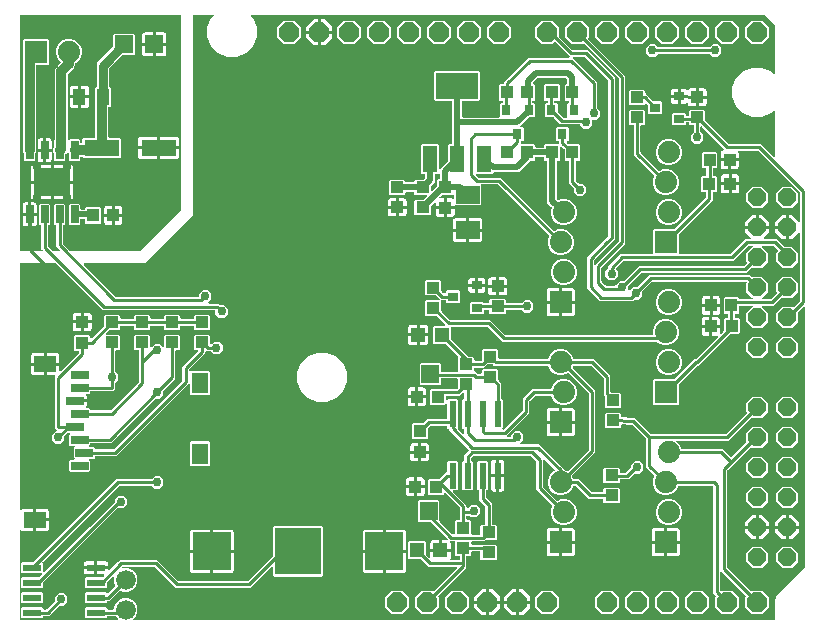
<source format=gbr>
G04 EAGLE Gerber RS-274X export*
G75*
%MOMM*%
%FSLAX34Y34*%
%LPD*%
%INTop Copper*%
%IPPOS*%
%AMOC8*
5,1,8,0,0,1.08239X$1,22.5*%
G01*
%ADD10P,1.814519X8X22.500000*%
%ADD11R,1.879600X1.879600*%
%ADD12C,1.879600*%
%ADD13P,1.649562X8X292.500000*%
%ADD14R,1.900000X1.400000*%
%ADD15R,1.400000X1.800000*%
%ADD16R,1.500000X0.700000*%
%ADD17R,1.100000X1.000000*%
%ADD18R,1.080000X1.050000*%
%ADD19R,0.600000X2.200000*%
%ADD20R,1.050000X1.080000*%
%ADD21R,1.500000X1.600000*%
%ADD22R,1.200000X1.200000*%
%ADD23R,0.650000X1.525000*%
%ADD24R,3.100000X2.400000*%
%ADD25R,1.000000X1.100000*%
%ADD26R,3.000000X1.400000*%
%ADD27R,1.100000X1.400000*%
%ADD28R,0.787400X0.889000*%
%ADD29P,1.649562X8X112.500000*%
%ADD30R,0.889000X0.787400*%
%ADD31R,1.550000X0.600000*%
%ADD32C,1.676400*%
%ADD33R,3.962400X3.962400*%
%ADD34R,3.175000X3.175000*%
%ADD35R,1.524000X1.524000*%
%ADD36R,2.000000X1.500000*%
%ADD37R,1.219200X2.235200*%
%ADD38R,3.600000X2.200000*%
%ADD39C,0.756400*%
%ADD40C,0.254000*%
%ADD41C,0.508000*%
%ADD42C,0.812800*%
%ADD43C,0.762000*%

G36*
X93385Y10558D02*
X93385Y10558D01*
X93473Y10567D01*
X93494Y10577D01*
X93518Y10581D01*
X93594Y10627D01*
X93674Y10666D01*
X93690Y10683D01*
X93711Y10696D01*
X93767Y10765D01*
X93828Y10829D01*
X93837Y10851D01*
X93852Y10870D01*
X93881Y10954D01*
X93915Y11036D01*
X93917Y11060D01*
X93924Y11082D01*
X93922Y11171D01*
X93925Y11260D01*
X93918Y11283D01*
X93918Y11307D01*
X93884Y11389D01*
X93857Y11474D01*
X93841Y11495D01*
X93833Y11514D01*
X93799Y11552D01*
X93745Y11624D01*
X91861Y13509D01*
X91859Y13510D01*
X91842Y13528D01*
X91810Y13550D01*
X91778Y13585D01*
X91727Y13611D01*
X91682Y13645D01*
X91665Y13651D01*
X91658Y13656D01*
X91623Y13665D01*
X91578Y13688D01*
X91511Y13698D01*
X91468Y13711D01*
X91448Y13710D01*
X91441Y13712D01*
X91427Y13710D01*
X91393Y13715D01*
X85069Y13715D01*
X85004Y13704D01*
X84938Y13702D01*
X84895Y13684D01*
X84848Y13676D01*
X84791Y13642D01*
X84731Y13617D01*
X84696Y13586D01*
X84655Y13561D01*
X84613Y13510D01*
X84565Y13466D01*
X84543Y13424D01*
X84514Y13387D01*
X84493Y13325D01*
X84462Y13266D01*
X84454Y13212D01*
X84442Y13175D01*
X84442Y13173D01*
X84442Y13172D01*
X84443Y13135D01*
X84435Y13081D01*
X84435Y12878D01*
X83542Y11985D01*
X66778Y11985D01*
X65885Y12878D01*
X65885Y20142D01*
X66778Y21035D01*
X83542Y21035D01*
X84435Y20142D01*
X84435Y19939D01*
X84446Y19874D01*
X84448Y19808D01*
X84466Y19765D01*
X84474Y19718D01*
X84508Y19661D01*
X84533Y19601D01*
X84564Y19566D01*
X84589Y19525D01*
X84640Y19483D01*
X84684Y19435D01*
X84726Y19413D01*
X84763Y19384D01*
X84825Y19363D01*
X84884Y19332D01*
X84938Y19324D01*
X84975Y19312D01*
X85015Y19313D01*
X85069Y19305D01*
X89789Y19305D01*
X89854Y19316D01*
X89920Y19318D01*
X89963Y19336D01*
X90010Y19344D01*
X90067Y19378D01*
X90127Y19403D01*
X90162Y19434D01*
X90203Y19459D01*
X90245Y19510D01*
X90293Y19554D01*
X90315Y19596D01*
X90344Y19633D01*
X90365Y19695D01*
X90396Y19754D01*
X90404Y19808D01*
X90416Y19845D01*
X90415Y19885D01*
X90423Y19939D01*
X90423Y21021D01*
X91932Y24662D01*
X94718Y27448D01*
X98359Y28957D01*
X102301Y28957D01*
X105942Y27448D01*
X108728Y24662D01*
X110237Y21021D01*
X110237Y17079D01*
X108729Y13438D01*
X106915Y11624D01*
X106864Y11551D01*
X106808Y11482D01*
X106800Y11460D01*
X106787Y11440D01*
X106764Y11354D01*
X106736Y11270D01*
X106737Y11246D01*
X106731Y11223D01*
X106740Y11134D01*
X106742Y11045D01*
X106751Y11023D01*
X106754Y11000D01*
X106793Y10920D01*
X106827Y10838D01*
X106843Y10820D01*
X106853Y10799D01*
X106918Y10738D01*
X106978Y10672D01*
X106999Y10661D01*
X107017Y10645D01*
X107098Y10610D01*
X107178Y10569D01*
X107204Y10566D01*
X107223Y10557D01*
X107274Y10555D01*
X107363Y10542D01*
X649224Y10542D01*
X649289Y10553D01*
X649355Y10555D01*
X649398Y10573D01*
X649445Y10581D01*
X649502Y10615D01*
X649562Y10640D01*
X649597Y10671D01*
X649638Y10696D01*
X649680Y10747D01*
X649728Y10791D01*
X649750Y10833D01*
X649779Y10870D01*
X649800Y10932D01*
X649831Y10991D01*
X649839Y11045D01*
X649851Y11082D01*
X649850Y11122D01*
X649858Y11176D01*
X649858Y27497D01*
X651463Y31371D01*
X654518Y34426D01*
X675072Y54981D01*
X675097Y55016D01*
X675128Y55044D01*
X675160Y55107D01*
X675201Y55165D01*
X675211Y55206D01*
X675231Y55244D01*
X675244Y55333D01*
X675257Y55382D01*
X675254Y55403D01*
X675258Y55429D01*
X675258Y275186D01*
X675242Y275273D01*
X675233Y275362D01*
X675223Y275383D01*
X675219Y275407D01*
X675173Y275483D01*
X675134Y275563D01*
X675117Y275579D01*
X675104Y275600D01*
X675035Y275656D01*
X674971Y275717D01*
X674949Y275726D01*
X674930Y275741D01*
X674846Y275770D01*
X674764Y275804D01*
X674740Y275805D01*
X674718Y275813D01*
X674629Y275810D01*
X674540Y275814D01*
X674517Y275807D01*
X674493Y275806D01*
X674411Y275773D01*
X674326Y275746D01*
X674305Y275730D01*
X674286Y275722D01*
X674248Y275688D01*
X674176Y275634D01*
X669731Y271189D01*
X669706Y271154D01*
X669675Y271126D01*
X669643Y271063D01*
X669602Y271005D01*
X669592Y270964D01*
X669572Y270926D01*
X669559Y270836D01*
X669546Y270788D01*
X669549Y270767D01*
X669545Y270741D01*
X669545Y262912D01*
X664188Y257555D01*
X656612Y257555D01*
X651255Y262912D01*
X651255Y270488D01*
X656612Y275845D01*
X664188Y275845D01*
X664886Y275146D01*
X664940Y275109D01*
X664988Y275064D01*
X665032Y275045D01*
X665070Y275018D01*
X665134Y275002D01*
X665195Y274976D01*
X665242Y274974D01*
X665288Y274962D01*
X665353Y274969D01*
X665419Y274966D01*
X665464Y274981D01*
X665511Y274986D01*
X665570Y275015D01*
X665632Y275035D01*
X665677Y275068D01*
X665712Y275085D01*
X665739Y275114D01*
X665783Y275146D01*
X671008Y280372D01*
X671033Y280407D01*
X671064Y280435D01*
X671096Y280498D01*
X671137Y280556D01*
X671147Y280597D01*
X671167Y280635D01*
X671180Y280725D01*
X671193Y280773D01*
X671190Y280794D01*
X671194Y280820D01*
X671194Y337794D01*
X671178Y337881D01*
X671169Y337970D01*
X671159Y337991D01*
X671155Y338014D01*
X671109Y338091D01*
X671070Y338171D01*
X671053Y338187D01*
X671040Y338208D01*
X670971Y338264D01*
X670907Y338325D01*
X670885Y338334D01*
X670866Y338349D01*
X670782Y338378D01*
X670700Y338412D01*
X670676Y338413D01*
X670654Y338421D01*
X670565Y338418D01*
X670476Y338422D01*
X670453Y338415D01*
X670429Y338414D01*
X670347Y338381D01*
X670262Y338354D01*
X670241Y338338D01*
X670222Y338330D01*
X670184Y338296D01*
X670112Y338242D01*
X664609Y332739D01*
X661669Y332739D01*
X661669Y342265D01*
X661658Y342330D01*
X661656Y342395D01*
X661638Y342439D01*
X661630Y342486D01*
X661596Y342542D01*
X661571Y342603D01*
X661539Y342638D01*
X661515Y342679D01*
X661464Y342720D01*
X661420Y342769D01*
X661378Y342791D01*
X661341Y342820D01*
X661279Y342841D01*
X661220Y342871D01*
X661166Y342880D01*
X661129Y342892D01*
X661089Y342891D01*
X661035Y342899D01*
X660399Y342899D01*
X660399Y342901D01*
X661035Y342901D01*
X661100Y342913D01*
X661165Y342914D01*
X661209Y342932D01*
X661256Y342941D01*
X661313Y342974D01*
X661373Y342999D01*
X661408Y343031D01*
X661449Y343055D01*
X661490Y343106D01*
X661539Y343150D01*
X661561Y343192D01*
X661590Y343229D01*
X661611Y343291D01*
X661642Y343350D01*
X661650Y343404D01*
X661662Y343441D01*
X661661Y343481D01*
X661669Y343535D01*
X661669Y353061D01*
X664609Y353061D01*
X670112Y347558D01*
X670185Y347507D01*
X670254Y347451D01*
X670276Y347443D01*
X670296Y347430D01*
X670382Y347408D01*
X670466Y347379D01*
X670490Y347380D01*
X670513Y347374D01*
X670602Y347383D01*
X670691Y347386D01*
X670713Y347395D01*
X670736Y347397D01*
X670816Y347437D01*
X670898Y347470D01*
X670916Y347486D01*
X670937Y347497D01*
X670998Y347561D01*
X671064Y347621D01*
X671075Y347643D01*
X671091Y347660D01*
X671126Y347742D01*
X671167Y347821D01*
X671170Y347847D01*
X671179Y347866D01*
X671181Y347917D01*
X671194Y348006D01*
X671194Y372147D01*
X671187Y372189D01*
X671189Y372232D01*
X671167Y372299D01*
X671155Y372368D01*
X671133Y372405D01*
X671120Y372445D01*
X671066Y372518D01*
X671040Y372561D01*
X671024Y372575D01*
X671008Y372596D01*
X635985Y407619D01*
X635950Y407644D01*
X635921Y407675D01*
X635858Y407707D01*
X635801Y407748D01*
X635760Y407758D01*
X635722Y407778D01*
X635632Y407791D01*
X635583Y407804D01*
X635563Y407801D01*
X635536Y407805D01*
X619480Y407805D01*
X619474Y407804D01*
X619468Y407805D01*
X619364Y407784D01*
X619259Y407766D01*
X619254Y407762D01*
X619248Y407761D01*
X619158Y407706D01*
X619066Y407651D01*
X619062Y407647D01*
X619057Y407643D01*
X618992Y407560D01*
X618925Y407477D01*
X618923Y407471D01*
X618919Y407466D01*
X618887Y407365D01*
X618853Y407265D01*
X618853Y407258D01*
X618851Y407252D01*
X618856Y407146D01*
X618860Y407040D01*
X618862Y407035D01*
X618862Y407028D01*
X618931Y406854D01*
X619118Y406531D01*
X619291Y405885D01*
X619291Y401319D01*
X612385Y401319D01*
X612320Y401308D01*
X612255Y401306D01*
X612211Y401288D01*
X612164Y401279D01*
X612108Y401246D01*
X612047Y401221D01*
X612012Y401189D01*
X611971Y401165D01*
X611930Y401114D01*
X611881Y401070D01*
X611859Y401028D01*
X611830Y400991D01*
X611809Y400929D01*
X611779Y400870D01*
X611770Y400816D01*
X611758Y400779D01*
X611759Y400739D01*
X611751Y400685D01*
X611751Y400049D01*
X611749Y400049D01*
X611749Y400685D01*
X611737Y400750D01*
X611736Y400815D01*
X611718Y400859D01*
X611709Y400906D01*
X611676Y400963D01*
X611651Y401023D01*
X611619Y401058D01*
X611595Y401099D01*
X611544Y401140D01*
X611500Y401189D01*
X611458Y401211D01*
X611421Y401240D01*
X611359Y401261D01*
X611300Y401291D01*
X611246Y401300D01*
X611209Y401312D01*
X611169Y401311D01*
X611115Y401319D01*
X604209Y401319D01*
X604209Y405885D01*
X604382Y406531D01*
X604717Y407110D01*
X605190Y407583D01*
X605769Y407918D01*
X606415Y408091D01*
X606626Y408091D01*
X606713Y408106D01*
X606802Y408116D01*
X606823Y408126D01*
X606847Y408130D01*
X606923Y408176D01*
X607003Y408215D01*
X607019Y408232D01*
X607040Y408245D01*
X607096Y408314D01*
X607157Y408378D01*
X607166Y408400D01*
X607181Y408419D01*
X607210Y408503D01*
X607244Y408585D01*
X607245Y408609D01*
X607253Y408631D01*
X607250Y408720D01*
X607254Y408809D01*
X607247Y408832D01*
X607246Y408856D01*
X607213Y408938D01*
X607186Y409023D01*
X607170Y409044D01*
X607162Y409063D01*
X607128Y409101D01*
X607074Y409173D01*
X606619Y409628D01*
X588077Y428170D01*
X588004Y428221D01*
X587935Y428277D01*
X587913Y428285D01*
X587893Y428298D01*
X587807Y428320D01*
X587723Y428349D01*
X587699Y428348D01*
X587676Y428354D01*
X587587Y428345D01*
X587498Y428342D01*
X587476Y428333D01*
X587453Y428331D01*
X587373Y428292D01*
X587291Y428258D01*
X587273Y428242D01*
X587252Y428232D01*
X587191Y428167D01*
X587125Y428107D01*
X587114Y428086D01*
X587098Y428068D01*
X587063Y427986D01*
X587022Y427907D01*
X587019Y427881D01*
X587010Y427862D01*
X587008Y427811D01*
X586995Y427722D01*
X586995Y424073D01*
X587002Y424031D01*
X587000Y423989D01*
X587008Y423966D01*
X587008Y423942D01*
X587026Y423899D01*
X587034Y423852D01*
X587056Y423815D01*
X587069Y423775D01*
X587085Y423753D01*
X587093Y423734D01*
X587124Y423700D01*
X587149Y423659D01*
X587165Y423646D01*
X587181Y423624D01*
X589507Y421298D01*
X589507Y416902D01*
X586398Y413793D01*
X582002Y413793D01*
X578893Y416902D01*
X578893Y421298D01*
X581219Y423624D01*
X581244Y423659D01*
X581275Y423688D01*
X581297Y423730D01*
X581326Y423766D01*
X581334Y423789D01*
X581348Y423809D01*
X581358Y423850D01*
X581378Y423887D01*
X581386Y423942D01*
X581398Y423979D01*
X581397Y424002D01*
X581404Y424026D01*
X581401Y424047D01*
X581405Y424073D01*
X581405Y428841D01*
X581394Y428906D01*
X581392Y428972D01*
X581374Y429015D01*
X581366Y429062D01*
X581332Y429119D01*
X581307Y429179D01*
X581276Y429214D01*
X581251Y429255D01*
X581200Y429297D01*
X581156Y429345D01*
X581114Y429367D01*
X581077Y429396D01*
X581015Y429417D01*
X580956Y429448D01*
X580902Y429456D01*
X580865Y429468D01*
X580825Y429467D01*
X580771Y429475D01*
X578068Y429475D01*
X577175Y430368D01*
X577175Y431165D01*
X577164Y431230D01*
X577162Y431296D01*
X577144Y431339D01*
X577136Y431386D01*
X577102Y431443D01*
X577077Y431503D01*
X577046Y431538D01*
X577021Y431579D01*
X576970Y431621D01*
X576926Y431669D01*
X576884Y431691D01*
X576847Y431720D01*
X576785Y431741D01*
X576726Y431772D01*
X576672Y431780D01*
X576635Y431792D01*
X576595Y431791D01*
X576541Y431799D01*
X575564Y431799D01*
X575499Y431788D01*
X575433Y431786D01*
X575390Y431768D01*
X575343Y431760D01*
X575286Y431726D01*
X575226Y431701D01*
X575191Y431670D01*
X575150Y431645D01*
X575108Y431594D01*
X575060Y431550D01*
X575038Y431508D01*
X575009Y431471D01*
X574988Y431409D01*
X574957Y431350D01*
X574949Y431296D01*
X574937Y431259D01*
X574938Y431219D01*
X574930Y431165D01*
X574930Y430025D01*
X574037Y429132D01*
X563883Y429132D01*
X562990Y430025D01*
X562990Y439163D01*
X563883Y440056D01*
X574037Y440056D01*
X574930Y439163D01*
X574930Y438023D01*
X574941Y437958D01*
X574943Y437892D01*
X574961Y437849D01*
X574969Y437802D01*
X575003Y437745D01*
X575028Y437685D01*
X575059Y437650D01*
X575084Y437609D01*
X575135Y437567D01*
X575179Y437519D01*
X575221Y437497D01*
X575258Y437468D01*
X575320Y437447D01*
X575379Y437416D01*
X575433Y437408D01*
X575470Y437396D01*
X575510Y437397D01*
X575564Y437389D01*
X576541Y437389D01*
X576606Y437400D01*
X576672Y437402D01*
X576715Y437420D01*
X576762Y437428D01*
X576819Y437462D01*
X576879Y437487D01*
X576914Y437518D01*
X576955Y437543D01*
X576997Y437594D01*
X577045Y437638D01*
X577067Y437680D01*
X577096Y437717D01*
X577117Y437779D01*
X577148Y437838D01*
X577156Y437892D01*
X577168Y437929D01*
X577168Y437932D01*
X577168Y437933D01*
X577167Y437969D01*
X577175Y438023D01*
X577175Y441632D01*
X578068Y442525D01*
X590332Y442525D01*
X591225Y441632D01*
X591225Y433190D01*
X591232Y433148D01*
X591230Y433106D01*
X591252Y433039D01*
X591264Y432969D01*
X591286Y432933D01*
X591299Y432892D01*
X591353Y432820D01*
X591379Y432776D01*
X591395Y432763D01*
X591411Y432742D01*
X610572Y413581D01*
X610607Y413556D01*
X610635Y413525D01*
X610698Y413493D01*
X610756Y413452D01*
X610797Y413442D01*
X610835Y413422D01*
X610925Y413409D01*
X610973Y413396D01*
X610994Y413399D01*
X611020Y413395D01*
X638114Y413395D01*
X648776Y402733D01*
X648849Y402683D01*
X648918Y402627D01*
X648940Y402619D01*
X648960Y402605D01*
X649046Y402583D01*
X649130Y402555D01*
X649154Y402555D01*
X649177Y402549D01*
X649266Y402559D01*
X649355Y402561D01*
X649377Y402570D01*
X649400Y402573D01*
X649480Y402612D01*
X649562Y402646D01*
X649580Y402662D01*
X649601Y402672D01*
X649662Y402737D01*
X649728Y402797D01*
X649739Y402818D01*
X649755Y402835D01*
X649790Y402917D01*
X649831Y402997D01*
X649834Y403023D01*
X649843Y403042D01*
X649845Y403092D01*
X649858Y403182D01*
X649858Y440891D01*
X649842Y440979D01*
X649833Y441067D01*
X649823Y441089D01*
X649819Y441112D01*
X649773Y441189D01*
X649734Y441268D01*
X649717Y441285D01*
X649704Y441305D01*
X649635Y441361D01*
X649571Y441422D01*
X649549Y441432D01*
X649530Y441447D01*
X649446Y441475D01*
X649364Y441510D01*
X649340Y441511D01*
X649318Y441518D01*
X649229Y441516D01*
X649140Y441520D01*
X649117Y441513D01*
X649093Y441512D01*
X649011Y441478D01*
X648926Y441451D01*
X648905Y441435D01*
X648886Y441428D01*
X648848Y441394D01*
X648776Y441340D01*
X646870Y439435D01*
X639168Y436244D01*
X630832Y436244D01*
X623129Y439435D01*
X617235Y445329D01*
X614044Y453032D01*
X614044Y461368D01*
X617235Y469071D01*
X623129Y474965D01*
X630832Y478156D01*
X639168Y478156D01*
X646870Y474965D01*
X648776Y473060D01*
X648802Y473042D01*
X648804Y473040D01*
X648807Y473038D01*
X648849Y473009D01*
X648918Y472953D01*
X648940Y472946D01*
X648960Y472932D01*
X649046Y472910D01*
X649130Y472882D01*
X649154Y472882D01*
X649177Y472876D01*
X649266Y472886D01*
X649355Y472888D01*
X649377Y472897D01*
X649400Y472900D01*
X649480Y472939D01*
X649562Y472972D01*
X649580Y472988D01*
X649601Y472999D01*
X649662Y473064D01*
X649728Y473124D01*
X649739Y473145D01*
X649755Y473162D01*
X649790Y473244D01*
X649831Y473323D01*
X649834Y473350D01*
X649843Y473369D01*
X649845Y473419D01*
X649848Y473441D01*
X649851Y473451D01*
X649851Y473460D01*
X649858Y473509D01*
X649858Y513813D01*
X649853Y513841D01*
X649856Y513870D01*
X649833Y513951D01*
X649819Y514034D01*
X649804Y514058D01*
X649796Y514086D01*
X649726Y514190D01*
X649704Y514227D01*
X649698Y514232D01*
X649692Y514241D01*
X641981Y522653D01*
X641937Y522687D01*
X641899Y522728D01*
X641848Y522754D01*
X641803Y522789D01*
X641749Y522805D01*
X641699Y522831D01*
X641632Y522841D01*
X641588Y522854D01*
X641556Y522852D01*
X641514Y522858D01*
X206809Y522858D01*
X206721Y522842D01*
X206633Y522833D01*
X206611Y522823D01*
X206588Y522819D01*
X206511Y522773D01*
X206432Y522734D01*
X206415Y522717D01*
X206395Y522704D01*
X206339Y522635D01*
X206278Y522571D01*
X206268Y522549D01*
X206253Y522530D01*
X206225Y522446D01*
X206190Y522364D01*
X206189Y522340D01*
X206182Y522318D01*
X206184Y522229D01*
X206180Y522140D01*
X206187Y522117D01*
X206188Y522093D01*
X206222Y522011D01*
X206249Y521926D01*
X206265Y521905D01*
X206272Y521886D01*
X206306Y521848D01*
X206360Y521776D01*
X208265Y519870D01*
X211456Y512168D01*
X211456Y503832D01*
X208265Y496129D01*
X202371Y490235D01*
X194668Y487044D01*
X186332Y487044D01*
X178629Y490235D01*
X172735Y496129D01*
X169544Y503832D01*
X169544Y512168D01*
X172735Y519870D01*
X174640Y521776D01*
X174691Y521849D01*
X174747Y521918D01*
X174754Y521940D01*
X174768Y521960D01*
X174790Y522046D01*
X174818Y522130D01*
X174818Y522154D01*
X174824Y522177D01*
X174814Y522266D01*
X174812Y522355D01*
X174803Y522377D01*
X174800Y522400D01*
X174761Y522480D01*
X174728Y522562D01*
X174712Y522580D01*
X174701Y522601D01*
X174636Y522662D01*
X174576Y522728D01*
X174555Y522739D01*
X174538Y522755D01*
X174456Y522790D01*
X174377Y522831D01*
X174350Y522834D01*
X174331Y522843D01*
X174281Y522845D01*
X174191Y522858D01*
X158115Y522858D01*
X158050Y522847D01*
X157984Y522845D01*
X157941Y522827D01*
X157894Y522819D01*
X157837Y522785D01*
X157777Y522760D01*
X157742Y522729D01*
X157701Y522704D01*
X157659Y522653D01*
X157611Y522609D01*
X157589Y522567D01*
X157560Y522530D01*
X157539Y522468D01*
X157508Y522409D01*
X157500Y522355D01*
X157488Y522318D01*
X157489Y522278D01*
X157481Y522224D01*
X157481Y353495D01*
X116405Y312419D01*
X65174Y312419D01*
X65087Y312403D01*
X64998Y312394D01*
X64977Y312384D01*
X64953Y312380D01*
X64877Y312334D01*
X64797Y312295D01*
X64781Y312278D01*
X64760Y312265D01*
X64704Y312196D01*
X64643Y312132D01*
X64634Y312110D01*
X64619Y312091D01*
X64590Y312007D01*
X64556Y311925D01*
X64555Y311901D01*
X64547Y311879D01*
X64550Y311790D01*
X64546Y311701D01*
X64553Y311678D01*
X64554Y311654D01*
X64587Y311572D01*
X64614Y311487D01*
X64630Y311466D01*
X64638Y311447D01*
X64672Y311409D01*
X64726Y311337D01*
X91777Y284286D01*
X91812Y284261D01*
X91840Y284230D01*
X91903Y284198D01*
X91961Y284157D01*
X92002Y284147D01*
X92040Y284127D01*
X92130Y284114D01*
X92178Y284101D01*
X92199Y284104D01*
X92225Y284100D01*
X161699Y284100D01*
X161764Y284111D01*
X161830Y284113D01*
X161873Y284131D01*
X161920Y284139D01*
X161977Y284173D01*
X162037Y284198D01*
X162072Y284229D01*
X162113Y284254D01*
X162155Y284305D01*
X162203Y284349D01*
X162225Y284391D01*
X162254Y284428D01*
X162275Y284490D01*
X162306Y284549D01*
X162314Y284603D01*
X162326Y284640D01*
X162325Y284680D01*
X162333Y284734D01*
X162333Y286678D01*
X165442Y289787D01*
X169838Y289787D01*
X172947Y286678D01*
X172947Y282282D01*
X170132Y279467D01*
X170081Y279394D01*
X170025Y279325D01*
X170018Y279303D01*
X170004Y279283D01*
X169982Y279197D01*
X169954Y279113D01*
X169954Y279089D01*
X169948Y279066D01*
X169958Y278977D01*
X169960Y278888D01*
X169969Y278866D01*
X169972Y278843D01*
X170011Y278763D01*
X170044Y278681D01*
X170060Y278663D01*
X170071Y278642D01*
X170136Y278581D01*
X170196Y278515D01*
X170217Y278504D01*
X170234Y278488D01*
X170316Y278453D01*
X170395Y278412D01*
X170422Y278409D01*
X170441Y278400D01*
X170491Y278398D01*
X170581Y278385D01*
X178958Y278385D01*
X180070Y277273D01*
X180105Y277248D01*
X180133Y277217D01*
X180196Y277185D01*
X180254Y277144D01*
X180295Y277134D01*
X180333Y277114D01*
X180423Y277101D01*
X180471Y277088D01*
X180492Y277091D01*
X180518Y277087D01*
X183808Y277087D01*
X186917Y273978D01*
X186917Y269582D01*
X183808Y266473D01*
X179412Y266473D01*
X176303Y269582D01*
X176303Y272161D01*
X176292Y272226D01*
X176290Y272292D01*
X176272Y272335D01*
X176264Y272382D01*
X176230Y272439D01*
X176205Y272499D01*
X176174Y272534D01*
X176149Y272575D01*
X176098Y272617D01*
X176054Y272665D01*
X176012Y272687D01*
X175975Y272716D01*
X175913Y272737D01*
X175854Y272768D01*
X175800Y272776D01*
X175763Y272788D01*
X175723Y272787D01*
X175669Y272795D01*
X80725Y272795D01*
X41287Y312233D01*
X41252Y312258D01*
X41223Y312289D01*
X41160Y312321D01*
X41103Y312362D01*
X41061Y312372D01*
X41024Y312392D01*
X40934Y312405D01*
X40885Y312418D01*
X40865Y312415D01*
X40838Y312419D01*
X11176Y312419D01*
X11111Y312408D01*
X11045Y312406D01*
X11002Y312388D01*
X10955Y312380D01*
X10898Y312346D01*
X10838Y312321D01*
X10803Y312290D01*
X10762Y312265D01*
X10720Y312214D01*
X10672Y312170D01*
X10650Y312128D01*
X10621Y312091D01*
X10600Y312029D01*
X10569Y311970D01*
X10561Y311916D01*
X10549Y311879D01*
X10550Y311839D01*
X10542Y311785D01*
X10542Y104049D01*
X10552Y103990D01*
X10553Y103930D01*
X10572Y103880D01*
X10581Y103828D01*
X10612Y103776D01*
X10633Y103721D01*
X10668Y103681D01*
X10696Y103635D01*
X10742Y103597D01*
X10781Y103552D01*
X10828Y103527D01*
X10870Y103493D01*
X10926Y103474D01*
X10979Y103446D01*
X11032Y103439D01*
X11082Y103422D01*
X11142Y103423D01*
X11201Y103415D01*
X11253Y103427D01*
X11307Y103428D01*
X11362Y103451D01*
X11420Y103464D01*
X11465Y103493D01*
X11514Y103513D01*
X11559Y103553D01*
X11609Y103585D01*
X11648Y103635D01*
X11680Y103664D01*
X11690Y103683D01*
X12180Y104173D01*
X12759Y104508D01*
X13405Y104681D01*
X21971Y104681D01*
X21971Y95775D01*
X21982Y95710D01*
X21984Y95645D01*
X22002Y95601D01*
X22010Y95554D01*
X22044Y95498D01*
X22069Y95437D01*
X22101Y95402D01*
X22125Y95361D01*
X22176Y95320D01*
X22220Y95271D01*
X22262Y95249D01*
X22299Y95220D01*
X22361Y95199D01*
X22420Y95169D01*
X22474Y95160D01*
X22511Y95148D01*
X22551Y95149D01*
X22605Y95141D01*
X23241Y95141D01*
X23241Y95139D01*
X22605Y95139D01*
X22540Y95127D01*
X22475Y95126D01*
X22431Y95108D01*
X22384Y95099D01*
X22327Y95066D01*
X22267Y95041D01*
X22232Y95009D01*
X22191Y94985D01*
X22150Y94934D01*
X22101Y94890D01*
X22079Y94848D01*
X22050Y94811D01*
X22029Y94749D01*
X21998Y94690D01*
X21990Y94636D01*
X21978Y94599D01*
X21979Y94559D01*
X21971Y94505D01*
X21971Y85599D01*
X13405Y85599D01*
X12759Y85772D01*
X12180Y86107D01*
X11678Y86609D01*
X11656Y86645D01*
X11615Y86679D01*
X11581Y86719D01*
X11529Y86749D01*
X11482Y86787D01*
X11432Y86804D01*
X11385Y86830D01*
X11326Y86839D01*
X11270Y86858D01*
X11216Y86857D01*
X11164Y86865D01*
X11105Y86854D01*
X11045Y86852D01*
X10996Y86832D01*
X10944Y86821D01*
X10893Y86790D01*
X10838Y86767D01*
X10798Y86732D01*
X10753Y86704D01*
X10716Y86656D01*
X10672Y86616D01*
X10648Y86569D01*
X10615Y86527D01*
X10597Y86470D01*
X10569Y86416D01*
X10560Y86354D01*
X10547Y86313D01*
X10549Y86278D01*
X10542Y86231D01*
X10542Y11176D01*
X10553Y11111D01*
X10555Y11045D01*
X10573Y11002D01*
X10581Y10955D01*
X10615Y10898D01*
X10640Y10838D01*
X10671Y10803D01*
X10696Y10762D01*
X10747Y10720D01*
X10791Y10672D01*
X10833Y10650D01*
X10870Y10621D01*
X10932Y10600D01*
X10991Y10569D01*
X11045Y10561D01*
X11082Y10549D01*
X11122Y10550D01*
X11176Y10542D01*
X93297Y10542D01*
X93385Y10558D01*
G37*
G36*
X35632Y363030D02*
X35632Y363030D01*
X36525Y362137D01*
X36525Y345623D01*
X35632Y344730D01*
X35179Y344730D01*
X35114Y344719D01*
X35048Y344717D01*
X35005Y344699D01*
X34958Y344691D01*
X34901Y344657D01*
X34841Y344632D01*
X34806Y344601D01*
X34765Y344576D01*
X34723Y344525D01*
X34675Y344481D01*
X34653Y344439D01*
X34624Y344402D01*
X34603Y344340D01*
X34572Y344281D01*
X34564Y344227D01*
X34552Y344190D01*
X34553Y344150D01*
X34545Y344096D01*
X34545Y327143D01*
X34552Y327101D01*
X34550Y327059D01*
X34572Y326992D01*
X34584Y326922D01*
X34606Y326886D01*
X34619Y326845D01*
X34673Y326772D01*
X34699Y326729D01*
X34715Y326716D01*
X34731Y326694D01*
X38658Y322767D01*
X38690Y322744D01*
X38710Y322723D01*
X38712Y322722D01*
X38722Y322711D01*
X38785Y322679D01*
X38843Y322638D01*
X38884Y322628D01*
X38922Y322608D01*
X39011Y322595D01*
X39060Y322582D01*
X39081Y322585D01*
X39107Y322581D01*
X44046Y322581D01*
X44133Y322597D01*
X44222Y322606D01*
X44243Y322616D01*
X44267Y322620D01*
X44343Y322666D01*
X44423Y322705D01*
X44439Y322722D01*
X44460Y322735D01*
X44516Y322804D01*
X44577Y322868D01*
X44586Y322890D01*
X44601Y322909D01*
X44630Y322993D01*
X44664Y323075D01*
X44665Y323099D01*
X44673Y323121D01*
X44670Y323210D01*
X44674Y323299D01*
X44667Y323322D01*
X44666Y323346D01*
X44633Y323428D01*
X44606Y323513D01*
X44590Y323534D01*
X44582Y323553D01*
X44548Y323591D01*
X44494Y323663D01*
X41655Y326502D01*
X41655Y344096D01*
X41644Y344161D01*
X41642Y344227D01*
X41624Y344270D01*
X41616Y344317D01*
X41582Y344374D01*
X41557Y344434D01*
X41526Y344469D01*
X41501Y344510D01*
X41450Y344552D01*
X41406Y344600D01*
X41364Y344622D01*
X41327Y344651D01*
X41265Y344672D01*
X41206Y344703D01*
X41152Y344711D01*
X41115Y344723D01*
X41075Y344722D01*
X41021Y344730D01*
X40568Y344730D01*
X39675Y345623D01*
X39675Y362137D01*
X40568Y363030D01*
X48332Y363030D01*
X49225Y362137D01*
X49225Y345623D01*
X48332Y344730D01*
X47879Y344730D01*
X47814Y344719D01*
X47748Y344717D01*
X47705Y344699D01*
X47658Y344691D01*
X47601Y344657D01*
X47541Y344632D01*
X47506Y344601D01*
X47465Y344576D01*
X47423Y344525D01*
X47375Y344481D01*
X47353Y344439D01*
X47324Y344402D01*
X47303Y344340D01*
X47272Y344281D01*
X47264Y344227D01*
X47252Y344190D01*
X47253Y344150D01*
X47245Y344096D01*
X47245Y329080D01*
X47252Y329039D01*
X47250Y328996D01*
X47272Y328929D01*
X47284Y328859D01*
X47306Y328823D01*
X47319Y328783D01*
X47373Y328710D01*
X47399Y328666D01*
X47415Y328653D01*
X47431Y328632D01*
X53296Y322767D01*
X53328Y322744D01*
X53347Y322723D01*
X53349Y322722D01*
X53359Y322711D01*
X53422Y322679D01*
X53480Y322638D01*
X53521Y322628D01*
X53559Y322608D01*
X53649Y322595D01*
X53697Y322582D01*
X53718Y322585D01*
X53744Y322581D01*
X111933Y322581D01*
X111975Y322588D01*
X112017Y322586D01*
X112084Y322608D01*
X112154Y322620D01*
X112190Y322642D01*
X112231Y322655D01*
X112303Y322709D01*
X112347Y322735D01*
X112354Y322744D01*
X112359Y322747D01*
X112366Y322755D01*
X112381Y322767D01*
X147133Y357519D01*
X147158Y357554D01*
X147189Y357582D01*
X147221Y357645D01*
X147262Y357703D01*
X147272Y357744D01*
X147292Y357782D01*
X147305Y357871D01*
X147318Y357920D01*
X147315Y357941D01*
X147319Y357967D01*
X147319Y522224D01*
X147308Y522289D01*
X147306Y522355D01*
X147288Y522398D01*
X147280Y522445D01*
X147246Y522502D01*
X147221Y522562D01*
X147190Y522597D01*
X147165Y522638D01*
X147114Y522680D01*
X147070Y522728D01*
X147028Y522750D01*
X146991Y522779D01*
X146929Y522800D01*
X146870Y522831D01*
X146816Y522839D01*
X146779Y522851D01*
X146739Y522850D01*
X146685Y522858D01*
X11176Y522858D01*
X11111Y522847D01*
X11045Y522845D01*
X11002Y522827D01*
X10955Y522819D01*
X10898Y522785D01*
X10838Y522760D01*
X10803Y522729D01*
X10762Y522704D01*
X10720Y522653D01*
X10672Y522609D01*
X10650Y522567D01*
X10621Y522530D01*
X10600Y522468D01*
X10569Y522409D01*
X10561Y522355D01*
X10549Y522318D01*
X10550Y522278D01*
X10542Y522224D01*
X10542Y323215D01*
X10553Y323150D01*
X10555Y323084D01*
X10573Y323041D01*
X10581Y322994D01*
X10615Y322937D01*
X10640Y322877D01*
X10671Y322842D01*
X10696Y322801D01*
X10747Y322759D01*
X10791Y322711D01*
X10833Y322689D01*
X10870Y322660D01*
X10932Y322639D01*
X10991Y322608D01*
X11045Y322600D01*
X11082Y322588D01*
X11122Y322589D01*
X11176Y322581D01*
X29408Y322581D01*
X29496Y322596D01*
X29585Y322606D01*
X29606Y322616D01*
X29629Y322620D01*
X29706Y322666D01*
X29786Y322705D01*
X29802Y322722D01*
X29822Y322735D01*
X29879Y322804D01*
X29940Y322868D01*
X29949Y322890D01*
X29964Y322909D01*
X29992Y322993D01*
X30027Y323075D01*
X30028Y323099D01*
X30036Y323121D01*
X30033Y323210D01*
X30037Y323299D01*
X30030Y323322D01*
X30029Y323346D01*
X29996Y323428D01*
X29968Y323513D01*
X29953Y323534D01*
X29945Y323553D01*
X29911Y323591D01*
X29857Y323663D01*
X28955Y324565D01*
X28955Y344096D01*
X28944Y344161D01*
X28942Y344227D01*
X28924Y344270D01*
X28916Y344317D01*
X28882Y344374D01*
X28857Y344434D01*
X28826Y344469D01*
X28801Y344510D01*
X28750Y344552D01*
X28706Y344600D01*
X28664Y344622D01*
X28627Y344651D01*
X28565Y344672D01*
X28506Y344703D01*
X28452Y344711D01*
X28415Y344723D01*
X28375Y344722D01*
X28321Y344730D01*
X27868Y344730D01*
X26975Y345623D01*
X26975Y362137D01*
X27868Y363030D01*
X35632Y363030D01*
G37*
%LPC*%
G36*
X547500Y192277D02*
X547500Y192277D01*
X546607Y193170D01*
X546607Y213230D01*
X547500Y214123D01*
X564238Y214123D01*
X564279Y214130D01*
X564322Y214128D01*
X564389Y214150D01*
X564459Y214162D01*
X564495Y214184D01*
X564535Y214197D01*
X564608Y214251D01*
X564652Y214277D01*
X564660Y214287D01*
X564665Y214290D01*
X564671Y214297D01*
X564686Y214309D01*
X581772Y231395D01*
X582780Y231395D01*
X582821Y231402D01*
X582864Y231400D01*
X582931Y231422D01*
X583001Y231434D01*
X583037Y231456D01*
X583077Y231469D01*
X583150Y231523D01*
X583194Y231549D01*
X583207Y231565D01*
X583228Y231581D01*
X601704Y250057D01*
X601755Y250130D01*
X601811Y250199D01*
X601819Y250221D01*
X601832Y250241D01*
X601854Y250327D01*
X601883Y250411D01*
X601882Y250435D01*
X601888Y250458D01*
X601879Y250547D01*
X601876Y250636D01*
X601867Y250658D01*
X601865Y250681D01*
X601826Y250761D01*
X601792Y250843D01*
X601776Y250861D01*
X601766Y250882D01*
X601701Y250943D01*
X601641Y251009D01*
X601620Y251020D01*
X601602Y251036D01*
X601520Y251071D01*
X601441Y251112D01*
X601415Y251115D01*
X601396Y251124D01*
X601345Y251126D01*
X601256Y251139D01*
X597039Y251139D01*
X597039Y257811D01*
X603561Y257811D01*
X603561Y253444D01*
X603573Y253376D01*
X603574Y253329D01*
X603581Y253312D01*
X603586Y253268D01*
X603596Y253247D01*
X603600Y253223D01*
X603646Y253147D01*
X603685Y253067D01*
X603702Y253051D01*
X603715Y253030D01*
X603784Y252974D01*
X603848Y252913D01*
X603870Y252904D01*
X603889Y252889D01*
X603973Y252860D01*
X604055Y252826D01*
X604079Y252825D01*
X604101Y252817D01*
X604190Y252820D01*
X604279Y252816D01*
X604302Y252823D01*
X604326Y252824D01*
X604408Y252857D01*
X604493Y252884D01*
X604514Y252900D01*
X604533Y252908D01*
X604571Y252942D01*
X604607Y252969D01*
X604624Y252979D01*
X604629Y252985D01*
X604643Y252996D01*
X606310Y254662D01*
X606334Y254697D01*
X606365Y254725D01*
X606397Y254788D01*
X606438Y254846D01*
X606448Y254887D01*
X606468Y254925D01*
X606481Y255015D01*
X606494Y255063D01*
X606491Y255084D01*
X606495Y255110D01*
X606495Y265112D01*
X607388Y266005D01*
X609591Y266005D01*
X609656Y266016D01*
X609722Y266018D01*
X609765Y266036D01*
X609812Y266044D01*
X609869Y266078D01*
X609929Y266103D01*
X609964Y266134D01*
X610005Y266159D01*
X610047Y266210D01*
X610095Y266254D01*
X610117Y266296D01*
X610146Y266333D01*
X610167Y266395D01*
X610198Y266454D01*
X610206Y266508D01*
X610218Y266545D01*
X610217Y266585D01*
X610225Y266639D01*
X610225Y269201D01*
X610214Y269266D01*
X610212Y269332D01*
X610194Y269375D01*
X610186Y269422D01*
X610152Y269479D01*
X610127Y269539D01*
X610096Y269574D01*
X610071Y269615D01*
X610020Y269657D01*
X609976Y269705D01*
X609934Y269727D01*
X609897Y269756D01*
X609835Y269777D01*
X609776Y269808D01*
X609722Y269816D01*
X609685Y269828D01*
X609645Y269827D01*
X609591Y269835D01*
X607388Y269835D01*
X606495Y270728D01*
X606495Y282992D01*
X607388Y283885D01*
X618652Y283885D01*
X619545Y282992D01*
X619545Y282829D01*
X619556Y282764D01*
X619558Y282698D01*
X619576Y282655D01*
X619584Y282608D01*
X619618Y282551D01*
X619643Y282491D01*
X619674Y282456D01*
X619699Y282415D01*
X619750Y282373D01*
X619794Y282325D01*
X619836Y282303D01*
X619873Y282274D01*
X619935Y282253D01*
X619994Y282222D01*
X620048Y282214D01*
X620085Y282202D01*
X620125Y282203D01*
X620179Y282195D01*
X630441Y282195D01*
X630529Y282211D01*
X630618Y282220D01*
X630639Y282230D01*
X630662Y282234D01*
X630739Y282280D01*
X630819Y282319D01*
X630835Y282336D01*
X630856Y282349D01*
X630912Y282418D01*
X630973Y282482D01*
X630982Y282504D01*
X630997Y282523D01*
X631025Y282607D01*
X631060Y282689D01*
X631061Y282713D01*
X631069Y282735D01*
X631066Y282824D01*
X631070Y282913D01*
X631063Y282936D01*
X631062Y282960D01*
X631029Y283042D01*
X631001Y283127D01*
X630986Y283148D01*
X630978Y283167D01*
X630944Y283205D01*
X630890Y283277D01*
X625855Y288312D01*
X625855Y295908D01*
X625861Y295916D01*
X625917Y295985D01*
X625924Y296007D01*
X625938Y296027D01*
X625960Y296113D01*
X625989Y296197D01*
X625988Y296221D01*
X625994Y296244D01*
X625985Y296333D01*
X625982Y296422D01*
X625973Y296443D01*
X625971Y296467D01*
X625931Y296547D01*
X625898Y296629D01*
X625882Y296647D01*
X625871Y296668D01*
X625807Y296729D01*
X625746Y296795D01*
X625725Y296806D01*
X625708Y296822D01*
X625626Y296857D01*
X625547Y296898D01*
X625521Y296901D01*
X625501Y296910D01*
X625451Y296912D01*
X625361Y296925D01*
X546250Y296925D01*
X546209Y296918D01*
X546166Y296920D01*
X546099Y296898D01*
X546029Y296886D01*
X545993Y296864D01*
X545953Y296851D01*
X545880Y296797D01*
X545836Y296771D01*
X545823Y296755D01*
X545802Y296739D01*
X537623Y288560D01*
X537598Y288525D01*
X537567Y288497D01*
X537535Y288434D01*
X537494Y288376D01*
X537484Y288335D01*
X537464Y288297D01*
X537451Y288207D01*
X537438Y288159D01*
X537441Y288138D01*
X537437Y288112D01*
X537437Y284822D01*
X534328Y281713D01*
X531038Y281713D01*
X530997Y281706D01*
X530954Y281708D01*
X530887Y281686D01*
X530817Y281674D01*
X530781Y281652D01*
X530741Y281639D01*
X530668Y281585D01*
X530624Y281559D01*
X530611Y281543D01*
X530590Y281527D01*
X529478Y280415D01*
X501762Y280415D01*
X491235Y290942D01*
X491235Y317388D01*
X508829Y334982D01*
X508854Y335017D01*
X508885Y335045D01*
X508917Y335108D01*
X508958Y335166D01*
X508968Y335207D01*
X508988Y335245D01*
X509001Y335335D01*
X509014Y335383D01*
X509011Y335404D01*
X509015Y335430D01*
X509015Y467210D01*
X509008Y467251D01*
X509010Y467294D01*
X509002Y467317D01*
X509002Y467332D01*
X508987Y467370D01*
X508976Y467431D01*
X508954Y467467D01*
X508941Y467507D01*
X508918Y467538D01*
X508917Y467540D01*
X508914Y467544D01*
X508887Y467580D01*
X508861Y467624D01*
X508845Y467637D01*
X508829Y467658D01*
X489248Y487239D01*
X489213Y487264D01*
X489185Y487295D01*
X489122Y487327D01*
X489064Y487368D01*
X489023Y487378D01*
X488985Y487398D01*
X488895Y487411D01*
X488847Y487424D01*
X488826Y487421D01*
X488800Y487425D01*
X479448Y487425D01*
X479361Y487409D01*
X479272Y487400D01*
X479251Y487390D01*
X479227Y487386D01*
X479151Y487340D01*
X479071Y487301D01*
X479055Y487284D01*
X479034Y487271D01*
X478978Y487202D01*
X478917Y487138D01*
X478908Y487116D01*
X478893Y487097D01*
X478864Y487013D01*
X478830Y486931D01*
X478829Y486907D01*
X478821Y486885D01*
X478824Y486796D01*
X478820Y486707D01*
X478827Y486684D01*
X478828Y486660D01*
X478861Y486578D01*
X478888Y486493D01*
X478904Y486472D01*
X478912Y486453D01*
X478946Y486415D01*
X479000Y486343D01*
X499365Y465978D01*
X499365Y444393D01*
X499372Y444351D01*
X499370Y444309D01*
X499392Y444242D01*
X499404Y444172D01*
X499426Y444135D01*
X499439Y444095D01*
X499486Y444031D01*
X499487Y444030D01*
X499488Y444029D01*
X499493Y444022D01*
X499519Y443979D01*
X499535Y443966D01*
X499551Y443944D01*
X501877Y441618D01*
X501877Y437222D01*
X498768Y434113D01*
X496161Y434113D01*
X496096Y434102D01*
X496030Y434100D01*
X495987Y434082D01*
X495940Y434074D01*
X495883Y434040D01*
X495823Y434015D01*
X495788Y433984D01*
X495747Y433959D01*
X495705Y433908D01*
X495657Y433864D01*
X495635Y433822D01*
X495606Y433785D01*
X495585Y433723D01*
X495554Y433664D01*
X495546Y433610D01*
X495534Y433573D01*
X495535Y433533D01*
X495527Y433479D01*
X495527Y429602D01*
X492418Y426493D01*
X488022Y426493D01*
X484913Y429602D01*
X484913Y429641D01*
X484902Y429706D01*
X484900Y429772D01*
X484882Y429815D01*
X484874Y429862D01*
X484840Y429919D01*
X484815Y429979D01*
X484784Y430014D01*
X484759Y430055D01*
X484708Y430097D01*
X484664Y430145D01*
X484622Y430167D01*
X484585Y430196D01*
X484523Y430217D01*
X484464Y430248D01*
X484410Y430256D01*
X484373Y430268D01*
X484333Y430267D01*
X484279Y430275D01*
X468234Y430275D01*
X462705Y435804D01*
X462670Y435829D01*
X462642Y435860D01*
X462579Y435892D01*
X462521Y435933D01*
X462480Y435943D01*
X462442Y435963D01*
X462352Y435976D01*
X462304Y435989D01*
X462283Y435986D01*
X462257Y435990D01*
X455933Y435990D01*
X455040Y436883D01*
X455040Y447037D01*
X455933Y447930D01*
X457073Y447930D01*
X457138Y447941D01*
X457204Y447943D01*
X457247Y447961D01*
X457294Y447969D01*
X457351Y448003D01*
X457411Y448028D01*
X457446Y448059D01*
X457487Y448084D01*
X457528Y448135D01*
X457577Y448179D01*
X457599Y448221D01*
X457628Y448258D01*
X457649Y448320D01*
X457680Y448379D01*
X457688Y448433D01*
X457700Y448470D01*
X457699Y448510D01*
X457707Y448564D01*
X457707Y449541D01*
X457696Y449606D01*
X457694Y449672D01*
X457676Y449715D01*
X457668Y449762D01*
X457634Y449819D01*
X457609Y449879D01*
X457578Y449914D01*
X457553Y449955D01*
X457502Y449997D01*
X457458Y450045D01*
X457416Y450067D01*
X457379Y450096D01*
X457317Y450117D01*
X457258Y450148D01*
X457204Y450156D01*
X457167Y450168D01*
X457127Y450167D01*
X457073Y450175D01*
X455768Y450175D01*
X454875Y451068D01*
X454875Y463332D01*
X455768Y464225D01*
X467032Y464225D01*
X467925Y463332D01*
X467925Y451068D01*
X467032Y450175D01*
X463931Y450175D01*
X463866Y450164D01*
X463800Y450162D01*
X463757Y450144D01*
X463710Y450136D01*
X463653Y450102D01*
X463593Y450077D01*
X463558Y450046D01*
X463517Y450021D01*
X463475Y449970D01*
X463427Y449926D01*
X463405Y449884D01*
X463376Y449847D01*
X463355Y449785D01*
X463324Y449726D01*
X463316Y449672D01*
X463304Y449635D01*
X463305Y449595D01*
X463297Y449541D01*
X463297Y448564D01*
X463308Y448499D01*
X463310Y448433D01*
X463328Y448390D01*
X463336Y448343D01*
X463370Y448286D01*
X463395Y448226D01*
X463426Y448191D01*
X463451Y448150D01*
X463502Y448108D01*
X463546Y448060D01*
X463588Y448038D01*
X463625Y448009D01*
X463687Y447988D01*
X463746Y447957D01*
X463800Y447949D01*
X463837Y447937D01*
X463877Y447938D01*
X463931Y447930D01*
X465071Y447930D01*
X465964Y447037D01*
X465964Y440713D01*
X465971Y440672D01*
X465969Y440629D01*
X465991Y440562D01*
X466003Y440492D01*
X466025Y440456D01*
X466038Y440416D01*
X466092Y440343D01*
X466118Y440299D01*
X466134Y440286D01*
X466150Y440265D01*
X470364Y436051D01*
X470399Y436026D01*
X470427Y435995D01*
X470490Y435963D01*
X470548Y435922D01*
X470589Y435912D01*
X470627Y435892D01*
X470717Y435879D01*
X470765Y435866D01*
X470786Y435869D01*
X470812Y435865D01*
X473832Y435865D01*
X473919Y435880D01*
X474008Y435890D01*
X474029Y435900D01*
X474053Y435904D01*
X474129Y435950D01*
X474209Y435989D01*
X474225Y436006D01*
X474246Y436019D01*
X474302Y436088D01*
X474363Y436152D01*
X474372Y436174D01*
X474387Y436193D01*
X474416Y436277D01*
X474450Y436359D01*
X474451Y436383D01*
X474459Y436405D01*
X474456Y436494D01*
X474460Y436583D01*
X474453Y436606D01*
X474452Y436630D01*
X474419Y436712D01*
X474392Y436797D01*
X474376Y436818D01*
X474368Y436837D01*
X474344Y436864D01*
X474344Y447037D01*
X475419Y448112D01*
X475444Y448147D01*
X475475Y448175D01*
X475507Y448238D01*
X475548Y448296D01*
X475558Y448337D01*
X475578Y448375D01*
X475591Y448465D01*
X475604Y448513D01*
X475601Y448534D01*
X475605Y448560D01*
X475605Y449541D01*
X475594Y449606D01*
X475592Y449672D01*
X475574Y449715D01*
X475566Y449762D01*
X475532Y449819D01*
X475507Y449879D01*
X475476Y449914D01*
X475451Y449955D01*
X475400Y449997D01*
X475356Y450045D01*
X475314Y450067D01*
X475277Y450096D01*
X475215Y450117D01*
X475156Y450148D01*
X475102Y450156D01*
X475065Y450168D01*
X475025Y450167D01*
X474971Y450175D01*
X472768Y450175D01*
X471875Y451068D01*
X471875Y463332D01*
X472768Y464225D01*
X473701Y464225D01*
X473766Y464236D01*
X473832Y464238D01*
X473875Y464256D01*
X473922Y464264D01*
X473979Y464298D01*
X474039Y464323D01*
X474074Y464354D01*
X474115Y464379D01*
X474157Y464430D01*
X474205Y464474D01*
X474227Y464516D01*
X474256Y464553D01*
X474277Y464615D01*
X474308Y464674D01*
X474316Y464728D01*
X474328Y464765D01*
X474327Y464805D01*
X474335Y464859D01*
X474335Y468344D01*
X474328Y468385D01*
X474330Y468428D01*
X474308Y468495D01*
X474296Y468564D01*
X474274Y468601D01*
X474261Y468641D01*
X474207Y468714D01*
X474181Y468758D01*
X474165Y468771D01*
X474150Y468792D01*
X473482Y469459D01*
X473447Y469484D01*
X473419Y469515D01*
X473356Y469547D01*
X473298Y469588D01*
X473257Y469598D01*
X473219Y469618D01*
X473129Y469631D01*
X473081Y469644D01*
X473060Y469641D01*
X473034Y469645D01*
X449300Y469645D01*
X449258Y469638D01*
X449216Y469640D01*
X449148Y469618D01*
X449079Y469606D01*
X449042Y469584D01*
X449002Y469571D01*
X448929Y469517D01*
X448886Y469491D01*
X448873Y469475D01*
X448851Y469459D01*
X444941Y465549D01*
X444916Y465514D01*
X444885Y465485D01*
X444853Y465422D01*
X444812Y465364D01*
X444802Y465323D01*
X444782Y465286D01*
X444769Y465196D01*
X444756Y465147D01*
X444759Y465126D01*
X444755Y465100D01*
X444755Y464859D01*
X444766Y464794D01*
X444768Y464728D01*
X444786Y464685D01*
X444794Y464638D01*
X444828Y464581D01*
X444853Y464521D01*
X444884Y464486D01*
X444909Y464445D01*
X444960Y464403D01*
X445004Y464355D01*
X445046Y464333D01*
X445083Y464304D01*
X445145Y464283D01*
X445204Y464252D01*
X445258Y464244D01*
X445295Y464232D01*
X445335Y464233D01*
X445389Y464225D01*
X445932Y464225D01*
X446825Y463332D01*
X446825Y451068D01*
X445932Y450175D01*
X445135Y450175D01*
X445070Y450164D01*
X445004Y450162D01*
X444961Y450144D01*
X444914Y450136D01*
X444857Y450102D01*
X444797Y450077D01*
X444762Y450046D01*
X444721Y450021D01*
X444679Y449970D01*
X444631Y449926D01*
X444609Y449884D01*
X444580Y449847D01*
X444559Y449785D01*
X444528Y449726D01*
X444520Y449672D01*
X444508Y449635D01*
X444509Y449595D01*
X444501Y449541D01*
X444501Y448564D01*
X444512Y448499D01*
X444514Y448433D01*
X444532Y448390D01*
X444540Y448343D01*
X444574Y448286D01*
X444599Y448226D01*
X444630Y448191D01*
X444655Y448150D01*
X444706Y448108D01*
X444750Y448060D01*
X444792Y448038D01*
X444829Y448009D01*
X444891Y447988D01*
X444950Y447957D01*
X445004Y447949D01*
X445041Y447937D01*
X445081Y447938D01*
X445135Y447930D01*
X446275Y447930D01*
X447168Y447037D01*
X447168Y436883D01*
X446275Y435990D01*
X442001Y435990D01*
X441960Y435983D01*
X441917Y435985D01*
X441850Y435963D01*
X441781Y435951D01*
X441744Y435929D01*
X441704Y435916D01*
X441631Y435862D01*
X441587Y435836D01*
X441574Y435820D01*
X441553Y435804D01*
X436051Y430302D01*
X434441Y428692D01*
X434390Y428619D01*
X434334Y428550D01*
X434326Y428528D01*
X434313Y428508D01*
X434291Y428422D01*
X434262Y428338D01*
X434263Y428314D01*
X434257Y428291D01*
X434266Y428202D01*
X434269Y428113D01*
X434278Y428091D01*
X434280Y428068D01*
X434320Y427988D01*
X434353Y427906D01*
X434369Y427888D01*
X434379Y427867D01*
X434444Y427806D01*
X434504Y427740D01*
X434526Y427729D01*
X434543Y427713D01*
X434625Y427678D01*
X434704Y427637D01*
X434730Y427634D01*
X434749Y427625D01*
X434800Y427623D01*
X434889Y427610D01*
X436623Y427610D01*
X437516Y426717D01*
X437516Y416563D01*
X436623Y415670D01*
X435483Y415670D01*
X435418Y415659D01*
X435352Y415657D01*
X435309Y415639D01*
X435262Y415631D01*
X435205Y415597D01*
X435145Y415572D01*
X435110Y415541D01*
X435069Y415516D01*
X435027Y415465D01*
X434979Y415421D01*
X434957Y415379D01*
X434928Y415342D01*
X434907Y415280D01*
X434876Y415221D01*
X434868Y415167D01*
X434856Y415130D01*
X434857Y415090D01*
X434849Y415036D01*
X434849Y414059D01*
X434860Y413994D01*
X434862Y413928D01*
X434880Y413885D01*
X434888Y413838D01*
X434922Y413781D01*
X434947Y413721D01*
X434978Y413686D01*
X435003Y413645D01*
X435054Y413603D01*
X435098Y413555D01*
X435140Y413533D01*
X435177Y413504D01*
X435239Y413483D01*
X435298Y413452D01*
X435352Y413444D01*
X435389Y413432D01*
X435429Y413433D01*
X435483Y413425D01*
X445932Y413425D01*
X446825Y412532D01*
X446825Y411099D01*
X446836Y411034D01*
X446838Y410968D01*
X446856Y410925D01*
X446864Y410878D01*
X446898Y410821D01*
X446923Y410761D01*
X446954Y410726D01*
X446979Y410685D01*
X447030Y410643D01*
X447074Y410595D01*
X447116Y410573D01*
X447153Y410544D01*
X447215Y410523D01*
X447274Y410492D01*
X447328Y410484D01*
X447365Y410472D01*
X447405Y410473D01*
X447459Y410465D01*
X454241Y410465D01*
X454306Y410476D01*
X454372Y410478D01*
X454415Y410496D01*
X454462Y410504D01*
X454519Y410538D01*
X454579Y410563D01*
X454614Y410594D01*
X454655Y410619D01*
X454697Y410670D01*
X454745Y410714D01*
X454767Y410756D01*
X454796Y410793D01*
X454817Y410855D01*
X454848Y410914D01*
X454856Y410968D01*
X454868Y411005D01*
X454867Y411045D01*
X454875Y411099D01*
X454875Y412532D01*
X455768Y413425D01*
X466725Y413425D01*
X466790Y413436D01*
X466856Y413438D01*
X466899Y413456D01*
X466946Y413464D01*
X467003Y413498D01*
X467063Y413523D01*
X467098Y413554D01*
X467139Y413579D01*
X467181Y413630D01*
X467229Y413674D01*
X467251Y413716D01*
X467280Y413753D01*
X467301Y413815D01*
X467332Y413874D01*
X467340Y413928D01*
X467352Y413965D01*
X467351Y414005D01*
X467359Y414059D01*
X467359Y415036D01*
X467348Y415101D01*
X467346Y415167D01*
X467328Y415210D01*
X467320Y415257D01*
X467286Y415314D01*
X467261Y415374D01*
X467230Y415409D01*
X467205Y415450D01*
X467154Y415492D01*
X467110Y415540D01*
X467068Y415562D01*
X467031Y415591D01*
X466969Y415612D01*
X466910Y415643D01*
X466856Y415651D01*
X466819Y415663D01*
X466779Y415662D01*
X466725Y415670D01*
X465585Y415670D01*
X464692Y416563D01*
X464692Y426717D01*
X465585Y427610D01*
X474723Y427610D01*
X475616Y426717D01*
X475616Y416563D01*
X474723Y415670D01*
X474613Y415670D01*
X474526Y415655D01*
X474437Y415645D01*
X474416Y415635D01*
X474392Y415631D01*
X474316Y415585D01*
X474236Y415546D01*
X474220Y415529D01*
X474199Y415516D01*
X474143Y415447D01*
X474082Y415383D01*
X474073Y415361D01*
X474058Y415342D01*
X474029Y415258D01*
X473995Y415176D01*
X473994Y415152D01*
X473986Y415130D01*
X473989Y415041D01*
X473985Y414952D01*
X473992Y414929D01*
X473993Y414905D01*
X474026Y414823D01*
X474053Y414738D01*
X474069Y414717D01*
X474077Y414698D01*
X474111Y414660D01*
X474165Y414588D01*
X475142Y413610D01*
X475177Y413586D01*
X475205Y413555D01*
X475268Y413523D01*
X475326Y413482D01*
X475367Y413472D01*
X475405Y413452D01*
X475495Y413439D01*
X475543Y413426D01*
X475564Y413429D01*
X475590Y413425D01*
X484032Y413425D01*
X484925Y412532D01*
X484925Y400268D01*
X484032Y399375D01*
X481829Y399375D01*
X481764Y399364D01*
X481698Y399362D01*
X481655Y399344D01*
X481608Y399336D01*
X481551Y399302D01*
X481491Y399277D01*
X481456Y399246D01*
X481415Y399221D01*
X481373Y399170D01*
X481325Y399126D01*
X481303Y399084D01*
X481274Y399047D01*
X481253Y398985D01*
X481222Y398926D01*
X481214Y398872D01*
X481202Y398835D01*
X481203Y398800D01*
X481202Y398796D01*
X481202Y398789D01*
X481195Y398741D01*
X481195Y382810D01*
X481202Y382769D01*
X481200Y382726D01*
X481222Y382659D01*
X481234Y382589D01*
X481256Y382553D01*
X481269Y382513D01*
X481323Y382440D01*
X481349Y382396D01*
X481365Y382383D01*
X481381Y382362D01*
X483600Y380143D01*
X483635Y380118D01*
X483663Y380087D01*
X483726Y380055D01*
X483784Y380014D01*
X483825Y380004D01*
X483863Y379984D01*
X483953Y379971D01*
X484001Y379958D01*
X484022Y379961D01*
X484048Y379957D01*
X487338Y379957D01*
X490447Y376848D01*
X490447Y372452D01*
X487338Y369343D01*
X482942Y369343D01*
X479833Y372452D01*
X479833Y375742D01*
X479826Y375783D01*
X479828Y375826D01*
X479806Y375893D01*
X479794Y375963D01*
X479772Y375999D01*
X479759Y376039D01*
X479705Y376112D01*
X479679Y376156D01*
X479663Y376169D01*
X479647Y376190D01*
X475605Y380232D01*
X475605Y398741D01*
X475594Y398806D01*
X475592Y398872D01*
X475574Y398915D01*
X475566Y398962D01*
X475532Y399019D01*
X475507Y399079D01*
X475476Y399114D01*
X475451Y399155D01*
X475400Y399197D01*
X475356Y399245D01*
X475314Y399267D01*
X475277Y399296D01*
X475215Y399317D01*
X475156Y399348D01*
X475102Y399356D01*
X475065Y399368D01*
X475025Y399367D01*
X474971Y399375D01*
X472768Y399375D01*
X471875Y400268D01*
X471875Y408710D01*
X471868Y408751D01*
X471870Y408794D01*
X471848Y408861D01*
X471836Y408931D01*
X471814Y408967D01*
X471801Y409007D01*
X471747Y409080D01*
X471721Y409124D01*
X471705Y409137D01*
X471689Y409158D01*
X469182Y411665D01*
X469008Y411840D01*
X468973Y411864D01*
X468948Y411892D01*
X468908Y411912D01*
X468865Y411947D01*
X468843Y411955D01*
X468823Y411968D01*
X468775Y411981D01*
X468748Y411994D01*
X468708Y412000D01*
X468653Y412019D01*
X468629Y412018D01*
X468606Y412024D01*
X468572Y412021D01*
X468563Y412022D01*
X468559Y412022D01*
X468524Y412016D01*
X468517Y412015D01*
X468428Y412012D01*
X468407Y412004D01*
X468383Y412001D01*
X468349Y411984D01*
X468338Y411982D01*
X468303Y411962D01*
X468303Y411961D01*
X468221Y411928D01*
X468203Y411912D01*
X468182Y411902D01*
X468157Y411875D01*
X468145Y411868D01*
X468116Y411833D01*
X468055Y411777D01*
X468044Y411756D01*
X468028Y411738D01*
X468015Y411708D01*
X468004Y411694D01*
X467986Y411643D01*
X467952Y411577D01*
X467949Y411551D01*
X467940Y411532D01*
X467939Y411503D01*
X467932Y411481D01*
X467933Y411446D01*
X467925Y411392D01*
X467925Y400268D01*
X467032Y399375D01*
X466099Y399375D01*
X466034Y399364D01*
X465968Y399362D01*
X465925Y399344D01*
X465878Y399336D01*
X465821Y399302D01*
X465761Y399277D01*
X465726Y399246D01*
X465685Y399221D01*
X465643Y399170D01*
X465595Y399126D01*
X465573Y399084D01*
X465544Y399047D01*
X465523Y398985D01*
X465492Y398926D01*
X465484Y398872D01*
X465472Y398835D01*
X465473Y398800D01*
X465472Y398796D01*
X465472Y398789D01*
X465465Y398741D01*
X465465Y367316D01*
X465472Y367275D01*
X465470Y367232D01*
X465492Y367165D01*
X465504Y367096D01*
X465526Y367059D01*
X465539Y367019D01*
X465593Y366946D01*
X465619Y366902D01*
X465635Y366889D01*
X465650Y366868D01*
X466575Y365943D01*
X466620Y365912D01*
X466658Y365874D01*
X466711Y365849D01*
X466759Y365815D01*
X466812Y365802D01*
X466861Y365779D01*
X466920Y365774D01*
X466977Y365759D01*
X467031Y365765D01*
X467084Y365760D01*
X467154Y365778D01*
X467200Y365782D01*
X467227Y365796D01*
X467266Y365806D01*
X468997Y366523D01*
X473343Y366523D01*
X477357Y364860D01*
X480430Y361787D01*
X482093Y357773D01*
X482093Y353427D01*
X480430Y349413D01*
X477357Y346340D01*
X473343Y344677D01*
X468997Y344677D01*
X464983Y346340D01*
X461910Y349413D01*
X460247Y353427D01*
X460247Y357773D01*
X460964Y359504D01*
X460976Y359557D01*
X460997Y359606D01*
X461000Y359665D01*
X461012Y359723D01*
X461005Y359777D01*
X461007Y359831D01*
X460989Y359887D01*
X460981Y359945D01*
X460955Y359993D01*
X460938Y360044D01*
X460896Y360101D01*
X460874Y360142D01*
X460851Y360162D01*
X460827Y360195D01*
X459902Y361120D01*
X457335Y363686D01*
X457335Y398741D01*
X457324Y398806D01*
X457322Y398872D01*
X457304Y398915D01*
X457296Y398962D01*
X457262Y399019D01*
X457237Y399079D01*
X457206Y399114D01*
X457181Y399155D01*
X457130Y399197D01*
X457086Y399245D01*
X457044Y399267D01*
X457007Y399296D01*
X456945Y399317D01*
X456886Y399348D01*
X456832Y399356D01*
X456795Y399368D01*
X456755Y399367D01*
X456701Y399375D01*
X455768Y399375D01*
X454875Y400268D01*
X454875Y401701D01*
X454864Y401766D01*
X454862Y401832D01*
X454844Y401875D01*
X454836Y401922D01*
X454802Y401979D01*
X454777Y402039D01*
X454746Y402074D01*
X454721Y402115D01*
X454670Y402157D01*
X454626Y402205D01*
X454584Y402227D01*
X454547Y402256D01*
X454485Y402277D01*
X454426Y402308D01*
X454372Y402316D01*
X454335Y402328D01*
X454295Y402327D01*
X454241Y402335D01*
X447459Y402335D01*
X447394Y402324D01*
X447328Y402322D01*
X447285Y402304D01*
X447238Y402296D01*
X447181Y402262D01*
X447121Y402237D01*
X447086Y402206D01*
X447045Y402181D01*
X447003Y402130D01*
X446955Y402086D01*
X446933Y402044D01*
X446904Y402007D01*
X446883Y401945D01*
X446852Y401886D01*
X446844Y401832D01*
X446832Y401795D01*
X446833Y401755D01*
X446825Y401701D01*
X446825Y400268D01*
X445932Y399375D01*
X443486Y399375D01*
X443445Y399368D01*
X443402Y399370D01*
X443335Y399348D01*
X443266Y399336D01*
X443229Y399314D01*
X443189Y399301D01*
X443116Y399247D01*
X443072Y399221D01*
X443059Y399205D01*
X443038Y399189D01*
X441798Y397949D01*
X433484Y389635D01*
X412369Y389635D01*
X412304Y389624D01*
X412238Y389622D01*
X412195Y389604D01*
X412148Y389596D01*
X412091Y389562D01*
X412031Y389537D01*
X411996Y389506D01*
X411955Y389481D01*
X411913Y389430D01*
X411865Y389386D01*
X411843Y389344D01*
X411814Y389307D01*
X411793Y389245D01*
X411762Y389186D01*
X411754Y389132D01*
X411742Y389095D01*
X411743Y389055D01*
X411735Y389005D01*
X410842Y388111D01*
X397152Y388111D01*
X397065Y388095D01*
X396976Y388086D01*
X396955Y388076D01*
X396931Y388072D01*
X396855Y388026D01*
X396775Y387987D01*
X396759Y387970D01*
X396738Y387957D01*
X396682Y387888D01*
X396621Y387824D01*
X396612Y387802D01*
X396597Y387783D01*
X396568Y387699D01*
X396534Y387617D01*
X396533Y387593D01*
X396525Y387571D01*
X396528Y387482D01*
X396524Y387393D01*
X396531Y387370D01*
X396532Y387346D01*
X396565Y387264D01*
X396592Y387179D01*
X396608Y387158D01*
X396616Y387139D01*
X396650Y387101D01*
X396704Y387029D01*
X398482Y385250D01*
X398517Y385226D01*
X398545Y385195D01*
X398608Y385163D01*
X398666Y385122D01*
X398707Y385112D01*
X398745Y385092D01*
X398835Y385079D01*
X398883Y385066D01*
X398904Y385069D01*
X398930Y385065D01*
X417718Y385065D01*
X419541Y383242D01*
X462765Y340017D01*
X462810Y339986D01*
X462848Y339948D01*
X462901Y339923D01*
X462949Y339889D01*
X463002Y339876D01*
X463051Y339853D01*
X463110Y339848D01*
X463167Y339833D01*
X463221Y339839D01*
X463274Y339834D01*
X463344Y339852D01*
X463390Y339856D01*
X463417Y339870D01*
X463456Y339880D01*
X466457Y341123D01*
X470803Y341123D01*
X474817Y339460D01*
X477890Y336387D01*
X479553Y332373D01*
X479553Y328027D01*
X477890Y324013D01*
X474817Y320940D01*
X470803Y319277D01*
X466457Y319277D01*
X462443Y320940D01*
X459370Y324013D01*
X457707Y328027D01*
X457707Y332373D01*
X458950Y335374D01*
X458962Y335427D01*
X458983Y335476D01*
X458986Y335535D01*
X458998Y335593D01*
X458991Y335646D01*
X458993Y335701D01*
X458975Y335757D01*
X458967Y335815D01*
X458941Y335863D01*
X458924Y335914D01*
X458882Y335971D01*
X458860Y336012D01*
X458837Y336033D01*
X458813Y336065D01*
X415588Y379289D01*
X415553Y379314D01*
X415525Y379345D01*
X415462Y379377D01*
X415404Y379418D01*
X415363Y379428D01*
X415325Y379448D01*
X415235Y379461D01*
X415187Y379474D01*
X415166Y379471D01*
X415140Y379475D01*
X402049Y379475D01*
X401984Y379464D01*
X401918Y379462D01*
X401875Y379444D01*
X401828Y379436D01*
X401771Y379402D01*
X401711Y379377D01*
X401676Y379346D01*
X401635Y379321D01*
X401593Y379270D01*
X401545Y379226D01*
X401523Y379184D01*
X401494Y379147D01*
X401473Y379085D01*
X401442Y379026D01*
X401434Y378972D01*
X401422Y378935D01*
X401423Y378895D01*
X401415Y378841D01*
X401415Y362468D01*
X400522Y361575D01*
X379415Y361575D01*
X379350Y361564D01*
X379284Y361562D01*
X379241Y361544D01*
X379194Y361536D01*
X379137Y361502D01*
X379077Y361477D01*
X379042Y361446D01*
X379001Y361421D01*
X378959Y361370D01*
X378911Y361326D01*
X378889Y361284D01*
X378860Y361247D01*
X378839Y361185D01*
X378808Y361126D01*
X378800Y361072D01*
X378788Y361035D01*
X378789Y360995D01*
X378781Y360941D01*
X378781Y360819D01*
X372109Y360819D01*
X372109Y367341D01*
X376575Y367341D01*
X377221Y367168D01*
X377414Y367056D01*
X377420Y367054D01*
X377425Y367050D01*
X377499Y367025D01*
X377512Y367018D01*
X377525Y367016D01*
X377625Y366980D01*
X377631Y366980D01*
X377637Y366978D01*
X377743Y366981D01*
X377849Y366982D01*
X377855Y366984D01*
X377862Y366985D01*
X377959Y367024D01*
X378059Y367062D01*
X378064Y367067D01*
X378069Y367069D01*
X378148Y367141D01*
X378227Y367210D01*
X378230Y367216D01*
X378235Y367220D01*
X378284Y367315D01*
X378286Y367318D01*
X378288Y367323D01*
X378334Y367408D01*
X378335Y367414D01*
X378338Y367420D01*
X378351Y367509D01*
X378358Y367531D01*
X378358Y367554D01*
X378365Y367605D01*
X378365Y370238D01*
X378350Y370325D01*
X378340Y370414D01*
X378330Y370435D01*
X378326Y370459D01*
X378280Y370535D01*
X378241Y370615D01*
X378224Y370631D01*
X378211Y370652D01*
X378142Y370708D01*
X378078Y370769D01*
X378056Y370778D01*
X378037Y370793D01*
X377953Y370822D01*
X377871Y370856D01*
X377847Y370857D01*
X377825Y370865D01*
X377736Y370862D01*
X377647Y370866D01*
X377624Y370859D01*
X377600Y370858D01*
X377518Y370825D01*
X377433Y370798D01*
X377412Y370782D01*
X377393Y370774D01*
X377355Y370740D01*
X377283Y370686D01*
X376872Y370275D01*
X368276Y370275D01*
X368235Y370268D01*
X368192Y370270D01*
X368125Y370248D01*
X368056Y370236D01*
X368019Y370214D01*
X367979Y370201D01*
X367906Y370147D01*
X367862Y370121D01*
X367849Y370105D01*
X367828Y370090D01*
X366162Y368423D01*
X366111Y368350D01*
X366055Y368281D01*
X366047Y368259D01*
X366034Y368239D01*
X366012Y368153D01*
X365983Y368069D01*
X365984Y368045D01*
X365978Y368022D01*
X365987Y367933D01*
X365990Y367844D01*
X365999Y367822D01*
X366001Y367799D01*
X366041Y367719D01*
X366074Y367637D01*
X366090Y367619D01*
X366100Y367598D01*
X366165Y367537D01*
X366225Y367471D01*
X366247Y367460D01*
X366264Y367444D01*
X366346Y367409D01*
X366425Y367368D01*
X366451Y367365D01*
X366470Y367356D01*
X366521Y367354D01*
X366610Y367341D01*
X369571Y367341D01*
X369571Y360819D01*
X362899Y360819D01*
X362899Y363630D01*
X362883Y363717D01*
X362874Y363806D01*
X362864Y363827D01*
X362860Y363851D01*
X362814Y363927D01*
X362775Y364007D01*
X362758Y364023D01*
X362745Y364044D01*
X362676Y364100D01*
X362612Y364161D01*
X362590Y364170D01*
X362571Y364185D01*
X362487Y364214D01*
X362405Y364248D01*
X362381Y364249D01*
X362359Y364257D01*
X362270Y364254D01*
X362181Y364258D01*
X362158Y364251D01*
X362134Y364250D01*
X362052Y364217D01*
X361967Y364190D01*
X361946Y364174D01*
X361927Y364166D01*
X361889Y364132D01*
X361817Y364078D01*
X359000Y361262D01*
X358976Y361227D01*
X358945Y361199D01*
X358913Y361136D01*
X358872Y361078D01*
X358862Y361037D01*
X358842Y360999D01*
X358829Y360909D01*
X358816Y360861D01*
X358819Y360840D01*
X358815Y360814D01*
X358815Y354168D01*
X357922Y353275D01*
X345658Y353275D01*
X344765Y354168D01*
X344765Y365432D01*
X345658Y366325D01*
X352304Y366325D01*
X352345Y366332D01*
X352388Y366330D01*
X352455Y366352D01*
X352524Y366364D01*
X352561Y366386D01*
X352601Y366399D01*
X352674Y366453D01*
X352718Y366479D01*
X352731Y366495D01*
X352752Y366510D01*
X355434Y369193D01*
X355485Y369266D01*
X355541Y369335D01*
X355549Y369357D01*
X355562Y369377D01*
X355584Y369463D01*
X355613Y369547D01*
X355612Y369571D01*
X355618Y369594D01*
X355609Y369683D01*
X355606Y369772D01*
X355597Y369794D01*
X355595Y369817D01*
X355555Y369897D01*
X355522Y369979D01*
X355506Y369997D01*
X355496Y370018D01*
X355431Y370079D01*
X355371Y370145D01*
X355349Y370156D01*
X355332Y370172D01*
X355250Y370207D01*
X355171Y370248D01*
X355145Y370251D01*
X355126Y370260D01*
X355075Y370262D01*
X354986Y370275D01*
X345658Y370275D01*
X344765Y371168D01*
X344765Y372101D01*
X344754Y372166D01*
X344752Y372232D01*
X344734Y372275D01*
X344726Y372322D01*
X344692Y372379D01*
X344667Y372439D01*
X344636Y372474D01*
X344611Y372515D01*
X344560Y372557D01*
X344516Y372605D01*
X344474Y372627D01*
X344437Y372656D01*
X344375Y372677D01*
X344316Y372708D01*
X344262Y372716D01*
X344225Y372728D01*
X344185Y372727D01*
X344131Y372735D01*
X337859Y372735D01*
X337794Y372724D01*
X337728Y372722D01*
X337685Y372704D01*
X337638Y372696D01*
X337581Y372662D01*
X337521Y372637D01*
X337486Y372606D01*
X337445Y372581D01*
X337403Y372530D01*
X337355Y372486D01*
X337333Y372444D01*
X337304Y372407D01*
X337283Y372345D01*
X337252Y372286D01*
X337244Y372232D01*
X337232Y372195D01*
X337233Y372161D01*
X337232Y372158D01*
X337232Y372149D01*
X337225Y372101D01*
X337225Y371168D01*
X336332Y370275D01*
X324068Y370275D01*
X323175Y371168D01*
X323175Y382432D01*
X324068Y383325D01*
X336332Y383325D01*
X337225Y382432D01*
X337225Y381499D01*
X337236Y381434D01*
X337238Y381368D01*
X337256Y381325D01*
X337264Y381278D01*
X337298Y381221D01*
X337323Y381161D01*
X337354Y381126D01*
X337379Y381085D01*
X337430Y381043D01*
X337474Y380995D01*
X337516Y380973D01*
X337553Y380944D01*
X337615Y380923D01*
X337674Y380892D01*
X337728Y380884D01*
X337765Y380872D01*
X337805Y380873D01*
X337859Y380865D01*
X344131Y380865D01*
X344196Y380876D01*
X344262Y380878D01*
X344305Y380896D01*
X344352Y380904D01*
X344409Y380938D01*
X344469Y380963D01*
X344504Y380994D01*
X344545Y381019D01*
X344587Y381070D01*
X344635Y381114D01*
X344657Y381156D01*
X344686Y381193D01*
X344707Y381255D01*
X344738Y381314D01*
X344746Y381368D01*
X344758Y381405D01*
X344757Y381445D01*
X344765Y381499D01*
X344765Y382432D01*
X345658Y383325D01*
X352304Y383325D01*
X352345Y383332D01*
X352388Y383330D01*
X352455Y383352D01*
X352524Y383364D01*
X352561Y383386D01*
X352601Y383399D01*
X352674Y383453D01*
X352718Y383479D01*
X352731Y383495D01*
X352752Y383511D01*
X353635Y384394D01*
X353660Y384429D01*
X353691Y384457D01*
X353723Y384520D01*
X353764Y384578D01*
X353774Y384619D01*
X353794Y384657D01*
X353807Y384747D01*
X353820Y384795D01*
X353817Y384816D01*
X353821Y384842D01*
X353821Y387477D01*
X353810Y387542D01*
X353808Y387608D01*
X353790Y387651D01*
X353782Y387698D01*
X353748Y387755D01*
X353723Y387815D01*
X353692Y387850D01*
X353667Y387891D01*
X353616Y387933D01*
X353572Y387981D01*
X353530Y388003D01*
X353493Y388032D01*
X353431Y388053D01*
X353372Y388084D01*
X353318Y388092D01*
X353281Y388104D01*
X353241Y388103D01*
X353187Y388111D01*
X351158Y388111D01*
X350265Y389004D01*
X350265Y412620D01*
X351158Y413513D01*
X364614Y413513D01*
X365507Y412620D01*
X365507Y389004D01*
X364614Y388111D01*
X362585Y388111D01*
X362520Y388100D01*
X362454Y388098D01*
X362411Y388080D01*
X362364Y388072D01*
X362307Y388038D01*
X362247Y388013D01*
X362212Y387982D01*
X362171Y387957D01*
X362129Y387906D01*
X362081Y387862D01*
X362059Y387820D01*
X362030Y387783D01*
X362009Y387721D01*
X361978Y387662D01*
X361970Y387608D01*
X361958Y387571D01*
X361959Y387531D01*
X361951Y387477D01*
X361951Y381212D01*
X359001Y378262D01*
X358976Y378227D01*
X358945Y378199D01*
X358913Y378136D01*
X358872Y378078D01*
X358862Y378037D01*
X358842Y377999D01*
X358829Y377909D01*
X358816Y377861D01*
X358819Y377840D01*
X358815Y377814D01*
X358815Y374104D01*
X358831Y374017D01*
X358840Y373928D01*
X358850Y373907D01*
X358854Y373883D01*
X358900Y373807D01*
X358939Y373727D01*
X358956Y373711D01*
X358969Y373690D01*
X359038Y373634D01*
X359102Y373573D01*
X359124Y373564D01*
X359143Y373549D01*
X359227Y373520D01*
X359309Y373486D01*
X359333Y373485D01*
X359355Y373477D01*
X359444Y373480D01*
X359533Y373476D01*
X359556Y373483D01*
X359580Y373484D01*
X359662Y373517D01*
X359747Y373544D01*
X359768Y373560D01*
X359787Y373568D01*
X359825Y373602D01*
X359897Y373656D01*
X363729Y377488D01*
X363754Y377523D01*
X363785Y377551D01*
X363817Y377614D01*
X363858Y377672D01*
X363868Y377713D01*
X363888Y377751D01*
X363901Y377841D01*
X363914Y377889D01*
X363911Y377910D01*
X363915Y377936D01*
X363915Y382932D01*
X364808Y383825D01*
X366141Y383825D01*
X366206Y383836D01*
X366272Y383838D01*
X366315Y383856D01*
X366362Y383864D01*
X366419Y383898D01*
X366479Y383923D01*
X366514Y383954D01*
X366555Y383979D01*
X366597Y384030D01*
X366645Y384074D01*
X366667Y384116D01*
X366696Y384153D01*
X366717Y384215D01*
X366748Y384274D01*
X366756Y384328D01*
X366768Y384365D01*
X366767Y384405D01*
X366775Y384459D01*
X366775Y392336D01*
X373193Y398754D01*
X373218Y398789D01*
X373249Y398817D01*
X373281Y398880D01*
X373322Y398938D01*
X373332Y398979D01*
X373352Y399017D01*
X373365Y399107D01*
X373378Y399155D01*
X373375Y399176D01*
X373379Y399202D01*
X373379Y412620D01*
X374272Y413513D01*
X376301Y413513D01*
X376366Y413524D01*
X376432Y413526D01*
X376475Y413544D01*
X376522Y413552D01*
X376579Y413586D01*
X376639Y413611D01*
X376674Y413642D01*
X376715Y413667D01*
X376757Y413718D01*
X376805Y413762D01*
X376827Y413804D01*
X376856Y413841D01*
X376877Y413903D01*
X376908Y413962D01*
X376916Y414016D01*
X376928Y414053D01*
X376927Y414093D01*
X376935Y414147D01*
X376935Y449631D01*
X376924Y449696D01*
X376922Y449762D01*
X376904Y449805D01*
X376896Y449852D01*
X376862Y449909D01*
X376837Y449969D01*
X376806Y450004D01*
X376781Y450045D01*
X376730Y450087D01*
X376686Y450135D01*
X376644Y450157D01*
X376607Y450186D01*
X376545Y450207D01*
X376486Y450238D01*
X376432Y450246D01*
X376395Y450258D01*
X376355Y450257D01*
X376301Y450265D01*
X362368Y450265D01*
X361475Y451158D01*
X361475Y474422D01*
X362368Y475315D01*
X399632Y475315D01*
X400525Y474422D01*
X400525Y451158D01*
X399632Y450265D01*
X385699Y450265D01*
X385634Y450254D01*
X385568Y450252D01*
X385525Y450234D01*
X385478Y450226D01*
X385421Y450192D01*
X385361Y450167D01*
X385326Y450136D01*
X385285Y450111D01*
X385243Y450060D01*
X385195Y450016D01*
X385173Y449974D01*
X385144Y449937D01*
X385123Y449875D01*
X385092Y449816D01*
X385084Y449762D01*
X385072Y449725D01*
X385073Y449685D01*
X385065Y449631D01*
X385065Y436499D01*
X385076Y436434D01*
X385078Y436368D01*
X385096Y436325D01*
X385104Y436278D01*
X385138Y436221D01*
X385163Y436161D01*
X385194Y436126D01*
X385219Y436085D01*
X385270Y436043D01*
X385314Y435995D01*
X385356Y435973D01*
X385393Y435944D01*
X385455Y435923D01*
X385514Y435892D01*
X385568Y435884D01*
X385605Y435872D01*
X385645Y435873D01*
X385699Y435865D01*
X416428Y435865D01*
X416515Y435880D01*
X416604Y435890D01*
X416625Y435900D01*
X416649Y435904D01*
X416725Y435950D01*
X416805Y435989D01*
X416821Y436006D01*
X416842Y436019D01*
X416898Y436088D01*
X416959Y436152D01*
X416968Y436174D01*
X416983Y436193D01*
X417012Y436277D01*
X417046Y436359D01*
X417047Y436383D01*
X417055Y436405D01*
X417052Y436494D01*
X417056Y436583D01*
X417049Y436606D01*
X417048Y436630D01*
X417015Y436712D01*
X416988Y436797D01*
X416972Y436818D01*
X416964Y436837D01*
X416940Y436864D01*
X416940Y447037D01*
X417833Y447930D01*
X418973Y447930D01*
X419038Y447941D01*
X419104Y447943D01*
X419147Y447961D01*
X419194Y447969D01*
X419251Y448003D01*
X419311Y448028D01*
X419346Y448059D01*
X419387Y448084D01*
X419428Y448135D01*
X419477Y448179D01*
X419499Y448221D01*
X419528Y448258D01*
X419549Y448320D01*
X419580Y448379D01*
X419588Y448433D01*
X419600Y448470D01*
X419599Y448510D01*
X419607Y448564D01*
X419607Y449541D01*
X419596Y449606D01*
X419594Y449672D01*
X419576Y449715D01*
X419568Y449762D01*
X419534Y449819D01*
X419509Y449879D01*
X419478Y449914D01*
X419453Y449955D01*
X419402Y449997D01*
X419358Y450045D01*
X419316Y450067D01*
X419279Y450096D01*
X419217Y450117D01*
X419158Y450148D01*
X419104Y450156D01*
X419067Y450168D01*
X419027Y450167D01*
X418973Y450175D01*
X417668Y450175D01*
X416775Y451068D01*
X416775Y459510D01*
X416768Y459552D01*
X416770Y459594D01*
X416748Y459661D01*
X416736Y459731D01*
X416714Y459767D01*
X416701Y459808D01*
X416647Y459880D01*
X416621Y459924D01*
X416605Y459937D01*
X416589Y459958D01*
X416305Y460242D01*
X416305Y462558D01*
X416589Y462842D01*
X416614Y462877D01*
X416645Y462905D01*
X416677Y462968D01*
X416718Y463026D01*
X416728Y463067D01*
X416748Y463105D01*
X416761Y463195D01*
X416774Y463243D01*
X416771Y463264D01*
X416775Y463290D01*
X416775Y463332D01*
X417668Y464225D01*
X419871Y464225D01*
X419936Y464236D01*
X420002Y464238D01*
X420045Y464256D01*
X420092Y464264D01*
X420149Y464298D01*
X420209Y464323D01*
X420244Y464354D01*
X420285Y464379D01*
X420327Y464430D01*
X420375Y464474D01*
X420397Y464516D01*
X420426Y464553D01*
X420447Y464615D01*
X420478Y464674D01*
X420486Y464728D01*
X420498Y464765D01*
X420497Y464805D01*
X420505Y464859D01*
X420505Y465978D01*
X422328Y467801D01*
X439369Y484842D01*
X439370Y484842D01*
X441192Y486665D01*
X475592Y486665D01*
X475679Y486680D01*
X475768Y486690D01*
X475789Y486700D01*
X475813Y486704D01*
X475889Y486750D01*
X475969Y486789D01*
X475985Y486806D01*
X476006Y486819D01*
X476062Y486888D01*
X476123Y486952D01*
X476132Y486974D01*
X476147Y486993D01*
X476176Y487077D01*
X476210Y487159D01*
X476211Y487183D01*
X476219Y487205D01*
X476216Y487294D01*
X476220Y487383D01*
X476213Y487406D01*
X476212Y487430D01*
X476179Y487512D01*
X476152Y487597D01*
X476136Y487618D01*
X476128Y487637D01*
X476094Y487675D01*
X476040Y487747D01*
X474539Y489248D01*
X463947Y499840D01*
X463893Y499878D01*
X463845Y499923D01*
X463802Y499941D01*
X463763Y499968D01*
X463700Y499985D01*
X463639Y500010D01*
X463592Y500012D01*
X463546Y500024D01*
X463480Y500017D01*
X463415Y500020D01*
X463370Y500006D01*
X463323Y500001D01*
X463264Y499972D01*
X463201Y499952D01*
X463157Y499919D01*
X463122Y499902D01*
X463095Y499873D01*
X463050Y499840D01*
X461303Y498093D01*
X453096Y498093D01*
X447293Y503896D01*
X447293Y512104D01*
X453096Y517907D01*
X461304Y517907D01*
X467107Y512104D01*
X467107Y504848D01*
X467114Y504807D01*
X467112Y504764D01*
X467134Y504697D01*
X467146Y504627D01*
X467168Y504591D01*
X467181Y504551D01*
X467235Y504478D01*
X467261Y504434D01*
X467277Y504421D01*
X467293Y504400D01*
X478492Y493201D01*
X478527Y493176D01*
X478555Y493145D01*
X478618Y493113D01*
X478676Y493072D01*
X478717Y493062D01*
X478755Y493042D01*
X478845Y493029D01*
X478893Y493016D01*
X478914Y493019D01*
X478940Y493015D01*
X491378Y493015D01*
X514605Y469788D01*
X514605Y332852D01*
X497011Y315258D01*
X496986Y315223D01*
X496955Y315195D01*
X496923Y315132D01*
X496882Y315074D01*
X496872Y315033D01*
X496852Y314995D01*
X496839Y314905D01*
X496826Y314857D01*
X496829Y314836D01*
X496825Y314810D01*
X496825Y311808D01*
X496836Y311743D01*
X496838Y311680D01*
X496847Y311659D01*
X496850Y311632D01*
X496860Y311611D01*
X496864Y311587D01*
X496901Y311526D01*
X496923Y311472D01*
X496936Y311457D01*
X496949Y311431D01*
X496966Y311415D01*
X496979Y311394D01*
X497037Y311346D01*
X497074Y311306D01*
X497090Y311298D01*
X497112Y311277D01*
X497134Y311268D01*
X497153Y311253D01*
X497228Y311228D01*
X497274Y311204D01*
X497292Y311201D01*
X497319Y311190D01*
X497343Y311189D01*
X497365Y311181D01*
X497417Y311183D01*
X497459Y311176D01*
X497461Y311176D01*
X497493Y311182D01*
X497543Y311180D01*
X497566Y311187D01*
X497590Y311188D01*
X497641Y311209D01*
X497682Y311216D01*
X497713Y311234D01*
X497757Y311248D01*
X497778Y311264D01*
X497797Y311272D01*
X497835Y311306D01*
X497836Y311307D01*
X497875Y311330D01*
X497887Y311345D01*
X497907Y311360D01*
X499408Y312861D01*
X517719Y331172D01*
X517744Y331207D01*
X517775Y331235D01*
X517807Y331298D01*
X517848Y331356D01*
X517858Y331397D01*
X517878Y331435D01*
X517891Y331525D01*
X517904Y331573D01*
X517901Y331594D01*
X517905Y331620D01*
X517905Y468480D01*
X517898Y468522D01*
X517900Y468564D01*
X517892Y468587D01*
X517892Y468601D01*
X517877Y468637D01*
X517866Y468701D01*
X517844Y468737D01*
X517831Y468778D01*
X517777Y468850D01*
X517751Y468894D01*
X517735Y468907D01*
X517719Y468928D01*
X488077Y498570D01*
X488023Y498608D01*
X487976Y498653D01*
X487932Y498671D01*
X487893Y498698D01*
X487830Y498715D01*
X487769Y498740D01*
X487722Y498742D01*
X487676Y498754D01*
X487611Y498747D01*
X487545Y498750D01*
X487500Y498736D01*
X487453Y498731D01*
X487394Y498702D01*
X487331Y498682D01*
X487287Y498649D01*
X487252Y498632D01*
X487225Y498603D01*
X487180Y498570D01*
X486704Y498093D01*
X478496Y498093D01*
X472693Y503896D01*
X472693Y512104D01*
X478496Y517907D01*
X486704Y517907D01*
X492507Y512104D01*
X492507Y503896D01*
X492030Y503420D01*
X491992Y503366D01*
X491947Y503318D01*
X491929Y503274D01*
X491902Y503235D01*
X491885Y503172D01*
X491860Y503111D01*
X491858Y503064D01*
X491846Y503018D01*
X491853Y502953D01*
X491850Y502887D01*
X491864Y502842D01*
X491869Y502795D01*
X491898Y502736D01*
X491918Y502673D01*
X491951Y502629D01*
X491968Y502594D01*
X491997Y502567D01*
X492030Y502523D01*
X521672Y472881D01*
X521672Y472880D01*
X523495Y471058D01*
X523495Y329042D01*
X503361Y308908D01*
X503336Y308873D01*
X503305Y308845D01*
X503273Y308782D01*
X503232Y308724D01*
X503222Y308683D01*
X503202Y308645D01*
X503189Y308555D01*
X503176Y308507D01*
X503179Y308486D01*
X503175Y308460D01*
X503175Y297330D01*
X503182Y297288D01*
X503180Y297246D01*
X503202Y297179D01*
X503214Y297109D01*
X503236Y297073D01*
X503249Y297032D01*
X503303Y296960D01*
X503329Y296916D01*
X503345Y296903D01*
X503361Y296882D01*
X506432Y293810D01*
X506467Y293786D01*
X506495Y293755D01*
X506558Y293723D01*
X506616Y293682D01*
X506657Y293672D01*
X506695Y293652D01*
X506785Y293639D01*
X506833Y293626D01*
X506854Y293629D01*
X506880Y293625D01*
X514759Y293625D01*
X514824Y293636D01*
X514890Y293638D01*
X514933Y293656D01*
X514980Y293664D01*
X515037Y293698D01*
X515097Y293723D01*
X515132Y293754D01*
X515173Y293779D01*
X515215Y293830D01*
X515263Y293874D01*
X515285Y293916D01*
X515314Y293953D01*
X515335Y294015D01*
X515366Y294074D01*
X515374Y294128D01*
X515386Y294165D01*
X515385Y294205D01*
X515393Y294259D01*
X515393Y294298D01*
X518502Y297407D01*
X521792Y297407D01*
X521833Y297414D01*
X521876Y297412D01*
X521943Y297434D01*
X522013Y297446D01*
X522049Y297468D01*
X522089Y297481D01*
X522162Y297535D01*
X522206Y297561D01*
X522219Y297577D01*
X522240Y297593D01*
X534782Y310135D01*
X623420Y310135D01*
X623461Y310142D01*
X623504Y310140D01*
X623571Y310162D01*
X623641Y310174D01*
X623677Y310196D01*
X623717Y310209D01*
X623790Y310263D01*
X623834Y310289D01*
X623847Y310305D01*
X623868Y310320D01*
X626109Y312561D01*
X626147Y312615D01*
X626192Y312663D01*
X626210Y312707D01*
X626237Y312746D01*
X626254Y312809D01*
X626279Y312870D01*
X626281Y312917D01*
X626293Y312963D01*
X626286Y313028D01*
X626289Y313094D01*
X626275Y313139D01*
X626270Y313186D01*
X626241Y313245D01*
X626221Y313308D01*
X626188Y313352D01*
X626170Y313387D01*
X626142Y313414D01*
X626109Y313458D01*
X625855Y313712D01*
X625855Y321288D01*
X630890Y326323D01*
X630941Y326396D01*
X630997Y326465D01*
X631004Y326487D01*
X631018Y326507D01*
X631040Y326593D01*
X631069Y326677D01*
X631068Y326701D01*
X631074Y326724D01*
X631065Y326813D01*
X631062Y326902D01*
X631053Y326924D01*
X631051Y326947D01*
X631011Y327027D01*
X630978Y327109D01*
X630962Y327127D01*
X630951Y327148D01*
X630887Y327209D01*
X630826Y327275D01*
X630805Y327286D01*
X630788Y327302D01*
X630706Y327337D01*
X630627Y327378D01*
X630601Y327381D01*
X630581Y327390D01*
X630531Y327392D01*
X630441Y327405D01*
X627530Y327405D01*
X627489Y327398D01*
X627446Y327400D01*
X627379Y327378D01*
X627309Y327366D01*
X627273Y327344D01*
X627233Y327331D01*
X627160Y327277D01*
X627116Y327251D01*
X627103Y327235D01*
X627082Y327219D01*
X614568Y314705D01*
X522120Y314705D01*
X522079Y314698D01*
X522036Y314700D01*
X521969Y314678D01*
X521899Y314666D01*
X521863Y314644D01*
X521823Y314631D01*
X521750Y314577D01*
X521706Y314551D01*
X521693Y314535D01*
X521672Y314519D01*
X515447Y308295D01*
X515410Y308241D01*
X515364Y308193D01*
X515346Y308149D01*
X515319Y308111D01*
X515303Y308047D01*
X515277Y307986D01*
X515275Y307939D01*
X515263Y307893D01*
X515270Y307828D01*
X515267Y307762D01*
X515281Y307717D01*
X515286Y307670D01*
X515315Y307611D01*
X515336Y307548D01*
X515368Y307504D01*
X515386Y307469D01*
X515414Y307442D01*
X515447Y307398D01*
X517117Y305728D01*
X517117Y301332D01*
X514008Y298223D01*
X509612Y298223D01*
X506503Y301332D01*
X506503Y305728D01*
X508829Y308054D01*
X508854Y308089D01*
X508885Y308118D01*
X508917Y308181D01*
X508958Y308239D01*
X508968Y308280D01*
X508988Y308317D01*
X509001Y308407D01*
X509014Y308456D01*
X509011Y308477D01*
X509015Y308503D01*
X509015Y309768D01*
X519542Y320295D01*
X545973Y320295D01*
X546038Y320306D01*
X546104Y320308D01*
X546147Y320326D01*
X546194Y320334D01*
X546251Y320368D01*
X546311Y320393D01*
X546346Y320424D01*
X546387Y320449D01*
X546429Y320500D01*
X546477Y320544D01*
X546499Y320586D01*
X546528Y320623D01*
X546549Y320685D01*
X546580Y320744D01*
X546588Y320798D01*
X546600Y320835D01*
X546599Y320875D01*
X546607Y320929D01*
X546607Y340230D01*
X547500Y341123D01*
X564238Y341123D01*
X564279Y341130D01*
X564322Y341128D01*
X564389Y341150D01*
X564459Y341162D01*
X564495Y341184D01*
X564535Y341197D01*
X564608Y341251D01*
X564652Y341277D01*
X564665Y341293D01*
X564686Y341309D01*
X591519Y368142D01*
X591544Y368177D01*
X591575Y368205D01*
X591607Y368268D01*
X591648Y368326D01*
X591658Y368367D01*
X591678Y368405D01*
X591691Y368495D01*
X591704Y368543D01*
X591701Y368564D01*
X591705Y368590D01*
X591705Y372171D01*
X591694Y372236D01*
X591692Y372302D01*
X591674Y372345D01*
X591666Y372392D01*
X591632Y372449D01*
X591607Y372509D01*
X591576Y372544D01*
X591551Y372585D01*
X591500Y372627D01*
X591456Y372675D01*
X591414Y372697D01*
X591377Y372726D01*
X591315Y372747D01*
X591256Y372778D01*
X591202Y372786D01*
X591165Y372798D01*
X591125Y372797D01*
X591071Y372805D01*
X588618Y372805D01*
X587725Y373698D01*
X587725Y385762D01*
X588618Y386655D01*
X591321Y386655D01*
X591386Y386666D01*
X591452Y386668D01*
X591495Y386686D01*
X591542Y386694D01*
X591599Y386728D01*
X591659Y386753D01*
X591694Y386784D01*
X591735Y386809D01*
X591777Y386860D01*
X591825Y386904D01*
X591847Y386946D01*
X591876Y386983D01*
X591897Y387045D01*
X591928Y387104D01*
X591936Y387158D01*
X591948Y387195D01*
X591947Y387235D01*
X591955Y387289D01*
X591955Y392391D01*
X591944Y392456D01*
X591942Y392522D01*
X591924Y392565D01*
X591916Y392612D01*
X591882Y392669D01*
X591857Y392729D01*
X591826Y392764D01*
X591801Y392805D01*
X591750Y392847D01*
X591706Y392895D01*
X591664Y392917D01*
X591627Y392946D01*
X591565Y392967D01*
X591506Y392998D01*
X591452Y393006D01*
X591415Y393018D01*
X591375Y393017D01*
X591321Y393025D01*
X589118Y393025D01*
X588225Y393918D01*
X588225Y406182D01*
X589118Y407075D01*
X600382Y407075D01*
X601275Y406182D01*
X601275Y393918D01*
X600382Y393025D01*
X598179Y393025D01*
X598114Y393014D01*
X598048Y393012D01*
X598005Y392994D01*
X597958Y392986D01*
X597901Y392952D01*
X597841Y392927D01*
X597806Y392896D01*
X597765Y392871D01*
X597723Y392820D01*
X597675Y392776D01*
X597653Y392734D01*
X597624Y392697D01*
X597603Y392635D01*
X597572Y392576D01*
X597564Y392522D01*
X597552Y392485D01*
X597553Y392456D01*
X597552Y392454D01*
X597552Y392440D01*
X597545Y392391D01*
X597545Y387289D01*
X597556Y387224D01*
X597558Y387158D01*
X597576Y387115D01*
X597584Y387068D01*
X597618Y387011D01*
X597643Y386951D01*
X597674Y386916D01*
X597699Y386875D01*
X597750Y386833D01*
X597794Y386785D01*
X597836Y386763D01*
X597873Y386734D01*
X597935Y386713D01*
X597994Y386682D01*
X598048Y386674D01*
X598085Y386662D01*
X598125Y386663D01*
X598179Y386655D01*
X600382Y386655D01*
X601275Y385762D01*
X601275Y373698D01*
X600382Y372805D01*
X597929Y372805D01*
X597864Y372794D01*
X597798Y372792D01*
X597755Y372774D01*
X597708Y372766D01*
X597651Y372732D01*
X597591Y372707D01*
X597556Y372676D01*
X597515Y372651D01*
X597473Y372600D01*
X597425Y372556D01*
X597403Y372514D01*
X597374Y372477D01*
X597353Y372415D01*
X597322Y372356D01*
X597314Y372302D01*
X597302Y372265D01*
X597303Y372225D01*
X597295Y372171D01*
X597295Y366012D01*
X568639Y337356D01*
X568614Y337321D01*
X568583Y337293D01*
X568551Y337230D01*
X568510Y337172D01*
X568500Y337131D01*
X568480Y337093D01*
X568467Y337003D01*
X568454Y336955D01*
X568457Y336934D01*
X568453Y336908D01*
X568453Y320929D01*
X568464Y320864D01*
X568466Y320798D01*
X568484Y320755D01*
X568492Y320708D01*
X568526Y320651D01*
X568551Y320591D01*
X568582Y320556D01*
X568607Y320515D01*
X568658Y320473D01*
X568702Y320425D01*
X568744Y320403D01*
X568781Y320374D01*
X568843Y320353D01*
X568902Y320322D01*
X568956Y320314D01*
X568993Y320302D01*
X569033Y320303D01*
X569087Y320295D01*
X611990Y320295D01*
X612031Y320302D01*
X612074Y320300D01*
X612141Y320322D01*
X612211Y320334D01*
X612247Y320356D01*
X612287Y320369D01*
X612360Y320423D01*
X612404Y320449D01*
X612417Y320465D01*
X612438Y320481D01*
X624952Y332995D01*
X629005Y332995D01*
X629092Y333011D01*
X629181Y333020D01*
X629202Y333030D01*
X629225Y333034D01*
X629302Y333080D01*
X629382Y333119D01*
X629398Y333136D01*
X629419Y333149D01*
X629475Y333218D01*
X629536Y333282D01*
X629545Y333304D01*
X629560Y333323D01*
X629589Y333407D01*
X629623Y333489D01*
X629624Y333513D01*
X629632Y333535D01*
X629629Y333624D01*
X629633Y333713D01*
X629626Y333736D01*
X629625Y333760D01*
X629592Y333842D01*
X629565Y333927D01*
X629549Y333948D01*
X629541Y333967D01*
X629507Y334005D01*
X629453Y334077D01*
X624839Y338691D01*
X624839Y341631D01*
X634365Y341631D01*
X634430Y341642D01*
X634495Y341644D01*
X634539Y341662D01*
X634586Y341670D01*
X634642Y341704D01*
X634703Y341729D01*
X634738Y341760D01*
X634779Y341785D01*
X634820Y341836D01*
X634869Y341880D01*
X634891Y341922D01*
X634920Y341959D01*
X634941Y342021D01*
X634971Y342080D01*
X634980Y342134D01*
X634992Y342171D01*
X634991Y342211D01*
X634999Y342265D01*
X634999Y342901D01*
X635001Y342901D01*
X635001Y342265D01*
X635013Y342200D01*
X635014Y342134D01*
X635032Y342091D01*
X635041Y342044D01*
X635074Y341987D01*
X635099Y341927D01*
X635131Y341892D01*
X635155Y341851D01*
X635206Y341810D01*
X635250Y341761D01*
X635292Y341739D01*
X635329Y341710D01*
X635391Y341689D01*
X635450Y341658D01*
X635504Y341650D01*
X635541Y341638D01*
X635581Y341639D01*
X635635Y341631D01*
X645161Y341631D01*
X645161Y338691D01*
X640547Y334077D01*
X640496Y334004D01*
X640440Y333935D01*
X640432Y333913D01*
X640419Y333893D01*
X640397Y333807D01*
X640368Y333723D01*
X640369Y333699D01*
X640363Y333676D01*
X640372Y333587D01*
X640375Y333498D01*
X640384Y333476D01*
X640386Y333453D01*
X640426Y333373D01*
X640459Y333291D01*
X640475Y333273D01*
X640486Y333252D01*
X640550Y333191D01*
X640610Y333125D01*
X640632Y333114D01*
X640649Y333098D01*
X640731Y333063D01*
X640810Y333022D01*
X640836Y333019D01*
X640855Y333010D01*
X640906Y333008D01*
X640995Y332995D01*
X651398Y332995D01*
X657562Y326831D01*
X657597Y326806D01*
X657625Y326775D01*
X657688Y326743D01*
X657746Y326702D01*
X657787Y326692D01*
X657825Y326672D01*
X657915Y326659D01*
X657963Y326646D01*
X657984Y326649D01*
X658010Y326645D01*
X664188Y326645D01*
X669545Y321288D01*
X669545Y313712D01*
X664188Y308355D01*
X656612Y308355D01*
X651255Y313712D01*
X651255Y321288D01*
X652779Y322812D01*
X652817Y322866D01*
X652862Y322914D01*
X652880Y322957D01*
X652907Y322996D01*
X652924Y323060D01*
X652949Y323120D01*
X652951Y323167D01*
X652963Y323213D01*
X652956Y323279D01*
X652959Y323344D01*
X652945Y323389D01*
X652940Y323436D01*
X652911Y323495D01*
X652891Y323558D01*
X652858Y323602D01*
X652840Y323637D01*
X652812Y323664D01*
X652779Y323709D01*
X649268Y327220D01*
X649233Y327244D01*
X649205Y327275D01*
X649142Y327307D01*
X649084Y327348D01*
X649043Y327358D01*
X649005Y327378D01*
X648915Y327391D01*
X648867Y327404D01*
X648846Y327401D01*
X648820Y327405D01*
X639559Y327405D01*
X639471Y327389D01*
X639382Y327380D01*
X639361Y327370D01*
X639338Y327366D01*
X639261Y327320D01*
X639181Y327281D01*
X639165Y327264D01*
X639144Y327251D01*
X639088Y327182D01*
X639027Y327118D01*
X639018Y327096D01*
X639003Y327077D01*
X638975Y326993D01*
X638940Y326911D01*
X638939Y326887D01*
X638931Y326865D01*
X638934Y326776D01*
X638930Y326687D01*
X638937Y326664D01*
X638938Y326640D01*
X638971Y326558D01*
X638999Y326473D01*
X639014Y326452D01*
X639022Y326433D01*
X639056Y326395D01*
X639110Y326323D01*
X644145Y321288D01*
X644145Y313712D01*
X638788Y308355D01*
X631212Y308355D01*
X630958Y308609D01*
X630904Y308647D01*
X630856Y308692D01*
X630813Y308710D01*
X630774Y308737D01*
X630710Y308754D01*
X630650Y308779D01*
X630603Y308781D01*
X630557Y308793D01*
X630491Y308786D01*
X630426Y308789D01*
X630381Y308775D01*
X630334Y308770D01*
X630275Y308741D01*
X630212Y308721D01*
X630168Y308688D01*
X630133Y308670D01*
X630106Y308642D01*
X630061Y308609D01*
X627820Y306368D01*
X625998Y304545D01*
X537360Y304545D01*
X537319Y304538D01*
X537276Y304540D01*
X537209Y304518D01*
X537139Y304506D01*
X537103Y304484D01*
X537063Y304471D01*
X536990Y304417D01*
X536946Y304391D01*
X536933Y304375D01*
X536912Y304359D01*
X526193Y293640D01*
X526168Y293605D01*
X526137Y293577D01*
X526105Y293514D01*
X526064Y293456D01*
X526054Y293415D01*
X526034Y293377D01*
X526021Y293287D01*
X526008Y293239D01*
X526011Y293218D01*
X526007Y293192D01*
X526007Y289933D01*
X526023Y289845D01*
X526032Y289757D01*
X526042Y289735D01*
X526046Y289712D01*
X526092Y289635D01*
X526131Y289556D01*
X526148Y289539D01*
X526161Y289519D01*
X526230Y289463D01*
X526294Y289402D01*
X526316Y289392D01*
X526335Y289377D01*
X526419Y289349D01*
X526501Y289314D01*
X526525Y289313D01*
X526547Y289306D01*
X526636Y289308D01*
X526725Y289304D01*
X526748Y289311D01*
X526772Y289312D01*
X526854Y289345D01*
X526939Y289373D01*
X526960Y289389D01*
X526979Y289396D01*
X527017Y289430D01*
X527089Y289484D01*
X529932Y292327D01*
X533222Y292327D01*
X533263Y292334D01*
X533306Y292332D01*
X533373Y292354D01*
X533443Y292366D01*
X533479Y292388D01*
X533519Y292401D01*
X533592Y292455D01*
X533636Y292481D01*
X533649Y292497D01*
X533670Y292513D01*
X543672Y302515D01*
X628538Y302515D01*
X630061Y300991D01*
X630115Y300953D01*
X630163Y300908D01*
X630207Y300890D01*
X630246Y300863D01*
X630309Y300846D01*
X630370Y300821D01*
X630417Y300819D01*
X630463Y300807D01*
X630528Y300814D01*
X630594Y300811D01*
X630639Y300825D01*
X630686Y300830D01*
X630745Y300859D01*
X630808Y300879D01*
X630852Y300912D01*
X630887Y300930D01*
X630914Y300958D01*
X630958Y300991D01*
X631212Y301245D01*
X638788Y301245D01*
X644145Y295888D01*
X644145Y288312D01*
X639110Y283277D01*
X639059Y283204D01*
X639003Y283135D01*
X638996Y283113D01*
X638982Y283093D01*
X638960Y283007D01*
X638931Y282923D01*
X638932Y282899D01*
X638926Y282876D01*
X638935Y282787D01*
X638938Y282698D01*
X638947Y282676D01*
X638949Y282653D01*
X638989Y282573D01*
X639022Y282491D01*
X639038Y282473D01*
X639049Y282452D01*
X639113Y282391D01*
X639174Y282325D01*
X639195Y282314D01*
X639212Y282298D01*
X639294Y282263D01*
X639373Y282222D01*
X639399Y282219D01*
X639419Y282210D01*
X639469Y282208D01*
X639559Y282195D01*
X646280Y282195D01*
X646321Y282202D01*
X646364Y282200D01*
X646431Y282222D01*
X646501Y282234D01*
X646537Y282256D01*
X646577Y282269D01*
X646650Y282323D01*
X646694Y282349D01*
X646707Y282365D01*
X646728Y282381D01*
X651509Y287161D01*
X651547Y287215D01*
X651592Y287263D01*
X651610Y287307D01*
X651637Y287346D01*
X651654Y287409D01*
X651679Y287470D01*
X651681Y287517D01*
X651693Y287563D01*
X651686Y287628D01*
X651689Y287694D01*
X651675Y287739D01*
X651670Y287786D01*
X651641Y287845D01*
X651621Y287908D01*
X651588Y287952D01*
X651570Y287987D01*
X651542Y288014D01*
X651509Y288058D01*
X651255Y288312D01*
X651255Y295888D01*
X656612Y301245D01*
X664188Y301245D01*
X669545Y295888D01*
X669545Y288312D01*
X664188Y282955D01*
X656612Y282955D01*
X656358Y283209D01*
X656304Y283247D01*
X656256Y283292D01*
X656213Y283310D01*
X656174Y283337D01*
X656110Y283354D01*
X656050Y283379D01*
X656003Y283381D01*
X655957Y283393D01*
X655891Y283386D01*
X655826Y283389D01*
X655781Y283375D01*
X655734Y283370D01*
X655675Y283341D01*
X655612Y283321D01*
X655568Y283288D01*
X655533Y283270D01*
X655506Y283242D01*
X655461Y283209D01*
X648858Y276605D01*
X639559Y276605D01*
X639471Y276589D01*
X639382Y276580D01*
X639361Y276570D01*
X639338Y276566D01*
X639261Y276520D01*
X639181Y276481D01*
X639165Y276464D01*
X639144Y276451D01*
X639088Y276382D01*
X639027Y276318D01*
X639018Y276296D01*
X639003Y276277D01*
X638975Y276193D01*
X638940Y276111D01*
X638939Y276087D01*
X638931Y276065D01*
X638934Y275976D01*
X638930Y275887D01*
X638937Y275864D01*
X638938Y275840D01*
X638971Y275758D01*
X638999Y275673D01*
X639014Y275652D01*
X639022Y275633D01*
X639056Y275595D01*
X639110Y275523D01*
X644145Y270488D01*
X644145Y262912D01*
X638788Y257555D01*
X631212Y257555D01*
X625855Y262912D01*
X625855Y270488D01*
X630890Y275523D01*
X630941Y275596D01*
X630997Y275665D01*
X631004Y275687D01*
X631018Y275707D01*
X631040Y275793D01*
X631069Y275877D01*
X631068Y275901D01*
X631074Y275924D01*
X631065Y276013D01*
X631062Y276102D01*
X631053Y276124D01*
X631051Y276147D01*
X631011Y276227D01*
X630978Y276309D01*
X630962Y276327D01*
X630951Y276348D01*
X630887Y276409D01*
X630826Y276475D01*
X630805Y276486D01*
X630788Y276502D01*
X630706Y276537D01*
X630627Y276578D01*
X630601Y276581D01*
X630581Y276590D01*
X630531Y276592D01*
X630441Y276605D01*
X620179Y276605D01*
X620114Y276594D01*
X620048Y276592D01*
X620005Y276574D01*
X619958Y276566D01*
X619901Y276532D01*
X619841Y276507D01*
X619806Y276476D01*
X619765Y276451D01*
X619723Y276400D01*
X619675Y276356D01*
X619653Y276314D01*
X619624Y276277D01*
X619603Y276215D01*
X619572Y276156D01*
X619564Y276102D01*
X619552Y276065D01*
X619553Y276025D01*
X619545Y275971D01*
X619545Y270728D01*
X618652Y269835D01*
X616449Y269835D01*
X616384Y269824D01*
X616318Y269822D01*
X616275Y269804D01*
X616228Y269796D01*
X616171Y269762D01*
X616111Y269737D01*
X616076Y269706D01*
X616035Y269681D01*
X615993Y269630D01*
X615945Y269586D01*
X615923Y269544D01*
X615894Y269507D01*
X615873Y269445D01*
X615842Y269386D01*
X615834Y269332D01*
X615822Y269295D01*
X615823Y269255D01*
X615815Y269201D01*
X615815Y266639D01*
X615826Y266574D01*
X615828Y266508D01*
X615846Y266465D01*
X615854Y266418D01*
X615888Y266361D01*
X615913Y266301D01*
X615944Y266266D01*
X615969Y266225D01*
X616020Y266183D01*
X616064Y266135D01*
X616106Y266113D01*
X616143Y266084D01*
X616205Y266063D01*
X616264Y266032D01*
X616318Y266024D01*
X616355Y266012D01*
X616395Y266013D01*
X616449Y266005D01*
X619152Y266005D01*
X620045Y265112D01*
X620045Y253048D01*
X619152Y252155D01*
X611970Y252155D01*
X611929Y252148D01*
X611886Y252150D01*
X611819Y252128D01*
X611749Y252116D01*
X611713Y252094D01*
X611673Y252081D01*
X611600Y252027D01*
X611556Y252001D01*
X611543Y251985D01*
X611522Y251969D01*
X585358Y225805D01*
X584350Y225805D01*
X584309Y225798D01*
X584266Y225800D01*
X584199Y225778D01*
X584129Y225766D01*
X584093Y225744D01*
X584053Y225731D01*
X583980Y225677D01*
X583936Y225651D01*
X583923Y225635D01*
X583902Y225619D01*
X568639Y210356D01*
X568614Y210321D01*
X568583Y210293D01*
X568551Y210230D01*
X568510Y210172D01*
X568500Y210131D01*
X568480Y210093D01*
X568467Y210003D01*
X568454Y209955D01*
X568457Y209934D01*
X568453Y209908D01*
X568453Y193170D01*
X567560Y192277D01*
X547500Y192277D01*
G37*
%LPD*%
%LPC*%
G36*
X468997Y90677D02*
X468997Y90677D01*
X464983Y92340D01*
X461910Y95413D01*
X460247Y99427D01*
X460247Y103773D01*
X461490Y106774D01*
X461502Y106827D01*
X461523Y106876D01*
X461526Y106935D01*
X461538Y106993D01*
X461531Y107046D01*
X461533Y107101D01*
X461515Y107157D01*
X461507Y107215D01*
X461481Y107263D01*
X461464Y107314D01*
X461422Y107371D01*
X461400Y107412D01*
X461377Y107433D01*
X461353Y107465D01*
X448055Y120762D01*
X448055Y144630D01*
X448048Y144671D01*
X448050Y144714D01*
X448028Y144781D01*
X448016Y144851D01*
X447994Y144887D01*
X447981Y144927D01*
X447927Y145000D01*
X447901Y145044D01*
X447885Y145057D01*
X447869Y145078D01*
X443528Y149419D01*
X443493Y149444D01*
X443465Y149475D01*
X443402Y149507D01*
X443344Y149548D01*
X443303Y149558D01*
X443265Y149578D01*
X443175Y149591D01*
X443127Y149604D01*
X443106Y149601D01*
X443080Y149605D01*
X395120Y149605D01*
X395079Y149598D01*
X395036Y149600D01*
X394969Y149578D01*
X394899Y149566D01*
X394863Y149544D01*
X394823Y149531D01*
X394750Y149477D01*
X394706Y149451D01*
X394693Y149435D01*
X394672Y149419D01*
X392871Y147618D01*
X392846Y147583D01*
X392815Y147555D01*
X392783Y147492D01*
X392742Y147434D01*
X392732Y147393D01*
X392712Y147355D01*
X392699Y147265D01*
X392686Y147217D01*
X392689Y147196D01*
X392685Y147170D01*
X392685Y145909D01*
X392696Y145844D01*
X392698Y145778D01*
X392716Y145735D01*
X392724Y145688D01*
X392758Y145631D01*
X392783Y145571D01*
X392814Y145536D01*
X392839Y145495D01*
X392890Y145453D01*
X392934Y145405D01*
X392976Y145383D01*
X393013Y145354D01*
X393075Y145333D01*
X393134Y145302D01*
X393188Y145294D01*
X393225Y145282D01*
X393265Y145283D01*
X393319Y145275D01*
X393522Y145275D01*
X394415Y144382D01*
X394415Y121118D01*
X393522Y120225D01*
X386258Y120225D01*
X385365Y121118D01*
X385365Y144382D01*
X386258Y145275D01*
X386461Y145275D01*
X386526Y145286D01*
X386592Y145288D01*
X386635Y145306D01*
X386682Y145314D01*
X386739Y145348D01*
X386799Y145373D01*
X386834Y145404D01*
X386875Y145429D01*
X386917Y145480D01*
X386965Y145524D01*
X386987Y145566D01*
X387016Y145603D01*
X387037Y145665D01*
X387068Y145724D01*
X387076Y145778D01*
X387088Y145815D01*
X387087Y145855D01*
X387095Y145909D01*
X387095Y149748D01*
X391204Y153857D01*
X391242Y153911D01*
X391287Y153958D01*
X391305Y154002D01*
X391332Y154041D01*
X391349Y154104D01*
X391374Y154165D01*
X391376Y154212D01*
X391388Y154258D01*
X391381Y154323D01*
X391384Y154389D01*
X391370Y154434D01*
X391365Y154481D01*
X391336Y154540D01*
X391316Y154603D01*
X391283Y154647D01*
X391266Y154682D01*
X391237Y154709D01*
X391204Y154754D01*
X390465Y155492D01*
X374395Y171562D01*
X374395Y171591D01*
X374384Y171656D01*
X374382Y171722D01*
X374364Y171765D01*
X374356Y171812D01*
X374322Y171869D01*
X374297Y171929D01*
X374266Y171964D01*
X374241Y172005D01*
X374190Y172047D01*
X374146Y172095D01*
X374104Y172117D01*
X374067Y172146D01*
X374005Y172167D01*
X373946Y172198D01*
X373892Y172206D01*
X373855Y172218D01*
X373815Y172217D01*
X373761Y172225D01*
X373558Y172225D01*
X372665Y173118D01*
X372665Y174371D01*
X372654Y174436D01*
X372652Y174502D01*
X372634Y174545D01*
X372626Y174592D01*
X372592Y174649D01*
X372567Y174709D01*
X372536Y174744D01*
X372511Y174785D01*
X372460Y174827D01*
X372416Y174875D01*
X372374Y174897D01*
X372337Y174926D01*
X372275Y174947D01*
X372216Y174978D01*
X372162Y174986D01*
X372125Y174998D01*
X372085Y174997D01*
X372031Y175005D01*
X358430Y175005D01*
X358389Y174998D01*
X358346Y175000D01*
X358279Y174978D01*
X358209Y174966D01*
X358173Y174944D01*
X358133Y174931D01*
X358060Y174877D01*
X358016Y174851D01*
X358003Y174835D01*
X357982Y174819D01*
X356361Y173198D01*
X356336Y173163D01*
X356305Y173135D01*
X356273Y173072D01*
X356232Y173014D01*
X356222Y172973D01*
X356202Y172935D01*
X356189Y172845D01*
X356176Y172797D01*
X356179Y172776D01*
X356175Y172750D01*
X356175Y164158D01*
X355282Y163265D01*
X343218Y163265D01*
X342325Y164158D01*
X342325Y175922D01*
X343218Y176815D01*
X351810Y176815D01*
X351851Y176822D01*
X351894Y176820D01*
X351961Y176842D01*
X352031Y176854D01*
X352067Y176876D01*
X352107Y176889D01*
X352180Y176943D01*
X352224Y176969D01*
X352237Y176985D01*
X352258Y177001D01*
X355852Y180595D01*
X372031Y180595D01*
X372096Y180606D01*
X372162Y180608D01*
X372205Y180626D01*
X372252Y180634D01*
X372309Y180668D01*
X372369Y180693D01*
X372404Y180724D01*
X372445Y180749D01*
X372487Y180800D01*
X372535Y180844D01*
X372557Y180886D01*
X372586Y180923D01*
X372607Y180985D01*
X372638Y181044D01*
X372646Y181098D01*
X372658Y181135D01*
X372657Y181175D01*
X372665Y181229D01*
X372665Y196382D01*
X373558Y197275D01*
X380822Y197275D01*
X381715Y196382D01*
X381715Y173118D01*
X381678Y173082D01*
X381640Y173028D01*
X381595Y172980D01*
X381577Y172936D01*
X381550Y172897D01*
X381533Y172834D01*
X381508Y172773D01*
X381506Y172726D01*
X381494Y172680D01*
X381501Y172615D01*
X381498Y172549D01*
X381512Y172504D01*
X381517Y172457D01*
X381546Y172398D01*
X381566Y172335D01*
X381599Y172291D01*
X381616Y172256D01*
X381645Y172229D01*
X381678Y172185D01*
X386013Y167850D01*
X386086Y167799D01*
X386155Y167743D01*
X386177Y167735D01*
X386197Y167722D01*
X386283Y167700D01*
X386367Y167671D01*
X386391Y167672D01*
X386414Y167666D01*
X386503Y167675D01*
X386592Y167678D01*
X386614Y167687D01*
X386637Y167689D01*
X386717Y167728D01*
X386799Y167762D01*
X386817Y167778D01*
X386838Y167788D01*
X386899Y167853D01*
X386965Y167913D01*
X386976Y167934D01*
X386992Y167952D01*
X387027Y168034D01*
X387068Y168113D01*
X387071Y168139D01*
X387080Y168158D01*
X387082Y168209D01*
X387095Y168298D01*
X387095Y171591D01*
X387084Y171656D01*
X387082Y171722D01*
X387064Y171765D01*
X387056Y171812D01*
X387022Y171869D01*
X386997Y171929D01*
X386966Y171964D01*
X386941Y172005D01*
X386890Y172047D01*
X386846Y172095D01*
X386804Y172117D01*
X386767Y172146D01*
X386705Y172167D01*
X386646Y172198D01*
X386592Y172206D01*
X386555Y172218D01*
X386515Y172217D01*
X386461Y172225D01*
X386258Y172225D01*
X385365Y173118D01*
X385365Y196382D01*
X386258Y197275D01*
X386461Y197275D01*
X386526Y197286D01*
X386592Y197288D01*
X386635Y197306D01*
X386682Y197314D01*
X386739Y197348D01*
X386799Y197373D01*
X386834Y197404D01*
X386875Y197429D01*
X386917Y197480D01*
X386965Y197524D01*
X386987Y197566D01*
X387016Y197603D01*
X387037Y197665D01*
X387068Y197724D01*
X387076Y197778D01*
X387088Y197815D01*
X387087Y197855D01*
X387095Y197909D01*
X387095Y202781D01*
X387084Y202846D01*
X387082Y202912D01*
X387064Y202955D01*
X387056Y203002D01*
X387022Y203059D01*
X386997Y203119D01*
X386966Y203154D01*
X386941Y203195D01*
X386890Y203237D01*
X386846Y203285D01*
X386804Y203307D01*
X386767Y203336D01*
X386705Y203357D01*
X386646Y203388D01*
X386592Y203396D01*
X386555Y203408D01*
X386515Y203407D01*
X386461Y203415D01*
X386310Y203415D01*
X386269Y203408D01*
X386226Y203410D01*
X386159Y203388D01*
X386089Y203376D01*
X386053Y203354D01*
X386013Y203341D01*
X385940Y203287D01*
X385896Y203261D01*
X385883Y203245D01*
X385862Y203229D01*
X383038Y200405D01*
X371759Y200405D01*
X371694Y200394D01*
X371628Y200392D01*
X371585Y200374D01*
X371538Y200366D01*
X371481Y200332D01*
X371421Y200307D01*
X371386Y200276D01*
X371345Y200251D01*
X371303Y200200D01*
X371255Y200156D01*
X371233Y200114D01*
X371204Y200077D01*
X371183Y200015D01*
X371152Y199956D01*
X371144Y199902D01*
X371132Y199865D01*
X371133Y199825D01*
X371125Y199771D01*
X371125Y193358D01*
X370232Y192465D01*
X358468Y192465D01*
X357575Y193358D01*
X357575Y205422D01*
X358468Y206315D01*
X370232Y206315D01*
X370366Y206181D01*
X370401Y206156D01*
X370429Y206125D01*
X370492Y206093D01*
X370550Y206052D01*
X370591Y206042D01*
X370629Y206022D01*
X370718Y206009D01*
X370767Y205996D01*
X370788Y205999D01*
X370814Y205995D01*
X380460Y205995D01*
X380501Y206002D01*
X380544Y206000D01*
X380611Y206022D01*
X380681Y206034D01*
X380717Y206056D01*
X380757Y206069D01*
X380830Y206123D01*
X380874Y206149D01*
X380887Y206165D01*
X380908Y206181D01*
X381409Y206682D01*
X381434Y206717D01*
X381465Y206745D01*
X381497Y206808D01*
X381538Y206866D01*
X381548Y206907D01*
X381568Y206945D01*
X381581Y207035D01*
X381594Y207083D01*
X381591Y207104D01*
X381595Y207130D01*
X381595Y214305D01*
X381584Y214370D01*
X381582Y214436D01*
X381564Y214479D01*
X381556Y214526D01*
X381522Y214583D01*
X381497Y214643D01*
X381466Y214678D01*
X381441Y214719D01*
X381390Y214761D01*
X381346Y214809D01*
X381304Y214831D01*
X381267Y214860D01*
X381205Y214881D01*
X381146Y214912D01*
X381092Y214920D01*
X381055Y214932D01*
X381015Y214931D01*
X380961Y214939D01*
X367799Y214939D01*
X367734Y214928D01*
X367668Y214926D01*
X367625Y214908D01*
X367578Y214900D01*
X367521Y214866D01*
X367461Y214841D01*
X367426Y214810D01*
X367385Y214785D01*
X367343Y214734D01*
X367295Y214690D01*
X367273Y214648D01*
X367244Y214611D01*
X367223Y214549D01*
X367192Y214490D01*
X367184Y214436D01*
X367172Y214399D01*
X367173Y214359D01*
X367165Y214305D01*
X367165Y210048D01*
X366272Y209155D01*
X350008Y209155D01*
X349115Y210048D01*
X349115Y227312D01*
X350008Y228205D01*
X366272Y228205D01*
X367165Y227312D01*
X367165Y221163D01*
X367176Y221098D01*
X367178Y221032D01*
X367196Y220989D01*
X367204Y220942D01*
X367238Y220885D01*
X367263Y220825D01*
X367294Y220790D01*
X367319Y220749D01*
X367370Y220707D01*
X367414Y220659D01*
X367456Y220637D01*
X367493Y220608D01*
X367555Y220587D01*
X367614Y220556D01*
X367668Y220548D01*
X367705Y220536D01*
X367745Y220537D01*
X367799Y220529D01*
X380961Y220529D01*
X381026Y220540D01*
X381092Y220542D01*
X381135Y220560D01*
X381182Y220568D01*
X381239Y220602D01*
X381299Y220627D01*
X381334Y220658D01*
X381375Y220683D01*
X381417Y220734D01*
X381465Y220778D01*
X381487Y220820D01*
X381516Y220857D01*
X381537Y220919D01*
X381568Y220978D01*
X381576Y221032D01*
X381588Y221069D01*
X381587Y221109D01*
X381595Y221163D01*
X381595Y232572D01*
X381829Y232806D01*
X381854Y232841D01*
X381885Y232869D01*
X381917Y232932D01*
X381958Y232990D01*
X381968Y233031D01*
X381988Y233069D01*
X382001Y233159D01*
X382014Y233207D01*
X382011Y233228D01*
X382015Y233254D01*
X382015Y233840D01*
X382008Y233882D01*
X382010Y233924D01*
X381988Y233991D01*
X381976Y234061D01*
X381954Y234097D01*
X381941Y234138D01*
X381887Y234210D01*
X381861Y234254D01*
X381845Y234267D01*
X381829Y234288D01*
X371898Y244219D01*
X371863Y244244D01*
X371835Y244275D01*
X371772Y244307D01*
X371714Y244348D01*
X371673Y244358D01*
X371635Y244378D01*
X371545Y244391D01*
X371497Y244404D01*
X371476Y244401D01*
X371450Y244405D01*
X361508Y244405D01*
X360615Y245298D01*
X360615Y258562D01*
X361508Y259455D01*
X370452Y259455D01*
X370539Y259470D01*
X370628Y259480D01*
X370649Y259490D01*
X370673Y259494D01*
X370749Y259540D01*
X370829Y259579D01*
X370845Y259596D01*
X370866Y259609D01*
X370922Y259678D01*
X370983Y259742D01*
X370992Y259764D01*
X371007Y259783D01*
X371036Y259867D01*
X371070Y259949D01*
X371071Y259973D01*
X371079Y259995D01*
X371076Y260084D01*
X371080Y260173D01*
X371073Y260196D01*
X371072Y260220D01*
X371039Y260302D01*
X371012Y260387D01*
X370996Y260408D01*
X370988Y260427D01*
X370954Y260465D01*
X370900Y260538D01*
X370789Y260648D01*
X363438Y267999D01*
X363403Y268024D01*
X363375Y268055D01*
X363312Y268087D01*
X363254Y268128D01*
X363213Y268138D01*
X363175Y268158D01*
X363085Y268171D01*
X363037Y268184D01*
X363016Y268181D01*
X362990Y268185D01*
X354548Y268185D01*
X353655Y269078D01*
X353655Y280342D01*
X354548Y281235D01*
X365672Y281235D01*
X365759Y281251D01*
X365848Y281260D01*
X365869Y281270D01*
X365893Y281274D01*
X365969Y281320D01*
X366049Y281359D01*
X366065Y281376D01*
X366086Y281389D01*
X366142Y281458D01*
X366203Y281522D01*
X366212Y281544D01*
X366227Y281563D01*
X366256Y281647D01*
X366290Y281729D01*
X366291Y281753D01*
X366299Y281775D01*
X366296Y281864D01*
X366300Y281953D01*
X366293Y281976D01*
X366292Y282000D01*
X366259Y282082D01*
X366232Y282167D01*
X366216Y282188D01*
X366208Y282207D01*
X366174Y282245D01*
X366120Y282317D01*
X363438Y285000D01*
X363406Y285022D01*
X363388Y285042D01*
X363386Y285043D01*
X363375Y285055D01*
X363312Y285087D01*
X363254Y285128D01*
X363213Y285138D01*
X363175Y285158D01*
X363085Y285171D01*
X363037Y285184D01*
X363016Y285181D01*
X362990Y285185D01*
X354548Y285185D01*
X353655Y286078D01*
X353655Y297342D01*
X354548Y298235D01*
X366812Y298235D01*
X367705Y297342D01*
X367705Y288900D01*
X367712Y288859D01*
X367710Y288816D01*
X367732Y288749D01*
X367744Y288679D01*
X367766Y288643D01*
X367779Y288603D01*
X367833Y288530D01*
X367859Y288486D01*
X367875Y288473D01*
X367891Y288452D01*
X369136Y287207D01*
X369171Y287182D01*
X369199Y287151D01*
X369262Y287119D01*
X369320Y287078D01*
X369361Y287068D01*
X369399Y287048D01*
X369489Y287035D01*
X369537Y287022D01*
X369558Y287025D01*
X369584Y287021D01*
X370586Y287021D01*
X370651Y287032D01*
X370717Y287034D01*
X370760Y287052D01*
X370807Y287060D01*
X370864Y287094D01*
X370924Y287119D01*
X370959Y287150D01*
X371000Y287175D01*
X371042Y287226D01*
X371090Y287270D01*
X371112Y287312D01*
X371141Y287349D01*
X371162Y287411D01*
X371193Y287470D01*
X371201Y287524D01*
X371213Y287561D01*
X371212Y287601D01*
X371220Y287655D01*
X371220Y288795D01*
X372113Y289688D01*
X382267Y289688D01*
X383160Y288795D01*
X383160Y279657D01*
X382267Y278764D01*
X372113Y278764D01*
X371220Y279657D01*
X371220Y280797D01*
X371209Y280862D01*
X371207Y280928D01*
X371189Y280971D01*
X371181Y281018D01*
X371147Y281075D01*
X371122Y281135D01*
X371091Y281170D01*
X371066Y281211D01*
X371015Y281253D01*
X370971Y281301D01*
X370929Y281323D01*
X370892Y281352D01*
X370830Y281373D01*
X370771Y281404D01*
X370717Y281412D01*
X370680Y281424D01*
X370640Y281423D01*
X370586Y281431D01*
X368146Y281431D01*
X368059Y281416D01*
X367970Y281406D01*
X367949Y281396D01*
X367925Y281392D01*
X367849Y281346D01*
X367769Y281307D01*
X367753Y281290D01*
X367732Y281277D01*
X367676Y281208D01*
X367615Y281144D01*
X367606Y281122D01*
X367591Y281103D01*
X367562Y281019D01*
X367528Y280937D01*
X367527Y280913D01*
X367519Y280891D01*
X367522Y280802D01*
X367518Y280713D01*
X367525Y280690D01*
X367526Y280666D01*
X367559Y280584D01*
X367586Y280499D01*
X367602Y280478D01*
X367610Y280459D01*
X367644Y280421D01*
X367698Y280348D01*
X367705Y280342D01*
X367705Y271900D01*
X367712Y271859D01*
X367710Y271816D01*
X367732Y271749D01*
X367744Y271679D01*
X367766Y271643D01*
X367779Y271603D01*
X367833Y271530D01*
X367859Y271486D01*
X367875Y271473D01*
X367891Y271452D01*
X374742Y264601D01*
X374777Y264576D01*
X374805Y264545D01*
X374868Y264513D01*
X374926Y264472D01*
X374967Y264462D01*
X375005Y264442D01*
X375095Y264429D01*
X375143Y264416D01*
X375164Y264419D01*
X375190Y264415D01*
X408828Y264415D01*
X421342Y251901D01*
X421377Y251876D01*
X421405Y251845D01*
X421468Y251813D01*
X421526Y251772D01*
X421567Y251762D01*
X421605Y251742D01*
X421695Y251729D01*
X421743Y251716D01*
X421764Y251719D01*
X421790Y251715D01*
X545973Y251715D01*
X546038Y251726D01*
X546104Y251728D01*
X546147Y251746D01*
X546194Y251754D01*
X546251Y251788D01*
X546311Y251813D01*
X546346Y251844D01*
X546387Y251869D01*
X546429Y251920D01*
X546477Y251964D01*
X546499Y252006D01*
X546528Y252043D01*
X546549Y252105D01*
X546580Y252164D01*
X546588Y252218D01*
X546600Y252255D01*
X546599Y252295D01*
X546607Y252349D01*
X546607Y256173D01*
X548270Y260187D01*
X551343Y263260D01*
X555357Y264923D01*
X559703Y264923D01*
X563717Y263260D01*
X566790Y260187D01*
X568453Y256173D01*
X568453Y251827D01*
X566790Y247813D01*
X563717Y244740D01*
X559703Y243077D01*
X555357Y243077D01*
X551343Y244740D01*
X550143Y245939D01*
X550109Y245964D01*
X550080Y245995D01*
X550017Y246027D01*
X549959Y246068D01*
X549918Y246078D01*
X549880Y246098D01*
X549791Y246111D01*
X549742Y246124D01*
X549721Y246121D01*
X549695Y246125D01*
X419212Y246125D01*
X406698Y258639D01*
X406663Y258664D01*
X406635Y258695D01*
X406572Y258727D01*
X406514Y258768D01*
X406473Y258778D01*
X406435Y258798D01*
X406345Y258811D01*
X406297Y258824D01*
X406276Y258821D01*
X406250Y258825D01*
X376299Y258825D01*
X376234Y258814D01*
X376168Y258812D01*
X376125Y258794D01*
X376078Y258786D01*
X376021Y258752D01*
X375961Y258727D01*
X375926Y258696D01*
X375885Y258671D01*
X375843Y258620D01*
X375795Y258576D01*
X375773Y258534D01*
X375744Y258497D01*
X375723Y258435D01*
X375692Y258376D01*
X375684Y258322D01*
X375672Y258285D01*
X375673Y258245D01*
X375665Y258191D01*
X375665Y248620D01*
X375672Y248578D01*
X375670Y248536D01*
X375692Y248469D01*
X375704Y248399D01*
X375726Y248363D01*
X375739Y248322D01*
X375793Y248250D01*
X375819Y248206D01*
X375835Y248193D01*
X375851Y248172D01*
X389592Y234431D01*
X390372Y233651D01*
X390407Y233626D01*
X390435Y233595D01*
X390498Y233563D01*
X390556Y233522D01*
X390597Y233512D01*
X390635Y233492D01*
X390725Y233479D01*
X390773Y233466D01*
X390794Y233469D01*
X390820Y233465D01*
X394752Y233465D01*
X395645Y232572D01*
X395645Y230369D01*
X395656Y230304D01*
X395658Y230238D01*
X395676Y230195D01*
X395684Y230148D01*
X395718Y230091D01*
X395743Y230031D01*
X395774Y229996D01*
X395799Y229955D01*
X395850Y229913D01*
X395894Y229865D01*
X395936Y229843D01*
X395973Y229814D01*
X396035Y229793D01*
X396094Y229762D01*
X396148Y229754D01*
X396185Y229742D01*
X396225Y229743D01*
X396279Y229735D01*
X401170Y229735D01*
X401211Y229742D01*
X401254Y229740D01*
X401321Y229762D01*
X401391Y229774D01*
X401427Y229796D01*
X401467Y229809D01*
X401540Y229863D01*
X401584Y229889D01*
X401597Y229905D01*
X401618Y229920D01*
X401729Y230032D01*
X401754Y230067D01*
X401785Y230095D01*
X401817Y230158D01*
X401858Y230216D01*
X401868Y230257D01*
X401888Y230295D01*
X401901Y230384D01*
X401914Y230433D01*
X401911Y230454D01*
X401915Y230480D01*
X401915Y238922D01*
X402808Y239815D01*
X415072Y239815D01*
X415965Y238922D01*
X415965Y232029D01*
X415976Y231964D01*
X415978Y231898D01*
X415996Y231855D01*
X416004Y231808D01*
X416038Y231751D01*
X416063Y231691D01*
X416094Y231656D01*
X416119Y231615D01*
X416170Y231573D01*
X416214Y231525D01*
X416256Y231503D01*
X416293Y231474D01*
X416355Y231453D01*
X416414Y231422D01*
X416468Y231414D01*
X416505Y231402D01*
X416545Y231403D01*
X416599Y231395D01*
X457541Y231395D01*
X457594Y231404D01*
X457649Y231404D01*
X457704Y231424D01*
X457762Y231434D01*
X457809Y231462D01*
X457860Y231480D01*
X457904Y231519D01*
X457955Y231549D01*
X457989Y231591D01*
X458031Y231626D01*
X458067Y231687D01*
X458097Y231723D01*
X458106Y231752D01*
X458127Y231786D01*
X459370Y234787D01*
X462443Y237860D01*
X466457Y239523D01*
X470803Y239523D01*
X474817Y237860D01*
X477890Y234787D01*
X479133Y231786D01*
X479162Y231741D01*
X479182Y231691D01*
X479222Y231647D01*
X479254Y231597D01*
X479297Y231565D01*
X479334Y231525D01*
X479386Y231498D01*
X479433Y231463D01*
X479485Y231447D01*
X479533Y231422D01*
X479604Y231412D01*
X479648Y231399D01*
X479679Y231401D01*
X479719Y231395D01*
X496458Y231395D01*
X510795Y217058D01*
X510795Y203619D01*
X510806Y203554D01*
X510808Y203488D01*
X510826Y203445D01*
X510834Y203398D01*
X510868Y203341D01*
X510893Y203281D01*
X510924Y203246D01*
X510949Y203205D01*
X511000Y203163D01*
X511044Y203115D01*
X511086Y203093D01*
X511123Y203064D01*
X511185Y203043D01*
X511244Y203012D01*
X511298Y203004D01*
X511335Y202992D01*
X511375Y202993D01*
X511429Y202985D01*
X519212Y202985D01*
X520105Y202092D01*
X520105Y190828D01*
X519212Y189935D01*
X506948Y189935D01*
X506055Y190828D01*
X506055Y199270D01*
X506048Y199312D01*
X506050Y199354D01*
X506028Y199421D01*
X506016Y199491D01*
X505994Y199527D01*
X505981Y199568D01*
X505927Y199640D01*
X505901Y199684D01*
X505885Y199697D01*
X505869Y199718D01*
X505205Y200382D01*
X505205Y214480D01*
X505198Y214521D01*
X505200Y214564D01*
X505178Y214631D01*
X505166Y214701D01*
X505144Y214737D01*
X505131Y214777D01*
X505077Y214850D01*
X505051Y214894D01*
X505035Y214907D01*
X505019Y214928D01*
X494328Y225619D01*
X494293Y225644D01*
X494265Y225675D01*
X494202Y225707D01*
X494144Y225748D01*
X494103Y225758D01*
X494065Y225778D01*
X493975Y225791D01*
X493927Y225804D01*
X493906Y225801D01*
X493880Y225805D01*
X479719Y225805D01*
X479666Y225796D01*
X479611Y225796D01*
X479556Y225776D01*
X479498Y225766D01*
X479451Y225738D01*
X479400Y225720D01*
X479356Y225681D01*
X479305Y225651D01*
X479271Y225609D01*
X479229Y225574D01*
X479193Y225513D01*
X479163Y225477D01*
X479154Y225448D01*
X479133Y225414D01*
X478682Y224324D01*
X478670Y224272D01*
X478649Y224222D01*
X478646Y224163D01*
X478634Y224105D01*
X478641Y224052D01*
X478639Y223997D01*
X478657Y223941D01*
X478665Y223883D01*
X478691Y223835D01*
X478708Y223784D01*
X478750Y223727D01*
X478772Y223686D01*
X478795Y223666D01*
X478819Y223633D01*
X498095Y204358D01*
X498095Y152512D01*
X496272Y150690D01*
X496272Y150689D01*
X478447Y132865D01*
X478416Y132820D01*
X478378Y132782D01*
X478353Y132729D01*
X478319Y132681D01*
X478306Y132628D01*
X478283Y132579D01*
X478278Y132520D01*
X478263Y132463D01*
X478269Y132409D01*
X478264Y132356D01*
X478282Y132286D01*
X478286Y132240D01*
X478300Y132213D01*
X478310Y132174D01*
X479133Y130186D01*
X479162Y130141D01*
X479182Y130091D01*
X479222Y130047D01*
X479254Y129997D01*
X479297Y129965D01*
X479334Y129925D01*
X479386Y129898D01*
X479433Y129863D01*
X479485Y129847D01*
X479533Y129822D01*
X479604Y129812D01*
X479648Y129799D01*
X479679Y129801D01*
X479719Y129795D01*
X483758Y129795D01*
X494612Y118941D01*
X494647Y118916D01*
X494675Y118885D01*
X494738Y118853D01*
X494796Y118812D01*
X494837Y118802D01*
X494875Y118782D01*
X494965Y118769D01*
X495013Y118756D01*
X495034Y118759D01*
X495060Y118755D01*
X504151Y118755D01*
X504216Y118766D01*
X504282Y118768D01*
X504325Y118786D01*
X504372Y118794D01*
X504429Y118828D01*
X504489Y118853D01*
X504524Y118884D01*
X504565Y118909D01*
X504607Y118960D01*
X504655Y119004D01*
X504677Y119046D01*
X504706Y119083D01*
X504727Y119145D01*
X504758Y119204D01*
X504766Y119258D01*
X504778Y119295D01*
X504777Y119335D01*
X504785Y119389D01*
X504785Y121592D01*
X505678Y122485D01*
X517942Y122485D01*
X518835Y121592D01*
X518835Y110328D01*
X517942Y109435D01*
X505678Y109435D01*
X504785Y110328D01*
X504785Y112531D01*
X504774Y112596D01*
X504772Y112662D01*
X504754Y112705D01*
X504746Y112752D01*
X504712Y112809D01*
X504687Y112869D01*
X504656Y112904D01*
X504631Y112945D01*
X504580Y112987D01*
X504536Y113035D01*
X504494Y113057D01*
X504457Y113086D01*
X504395Y113107D01*
X504336Y113138D01*
X504282Y113146D01*
X504245Y113158D01*
X504205Y113157D01*
X504151Y113165D01*
X492482Y113165D01*
X481628Y124019D01*
X481593Y124044D01*
X481565Y124075D01*
X481502Y124107D01*
X481444Y124148D01*
X481403Y124158D01*
X481365Y124178D01*
X481275Y124191D01*
X481227Y124204D01*
X481206Y124201D01*
X481180Y124205D01*
X479719Y124205D01*
X479666Y124196D01*
X479611Y124196D01*
X479556Y124176D01*
X479498Y124166D01*
X479451Y124138D01*
X479400Y124120D01*
X479356Y124081D01*
X479305Y124051D01*
X479271Y124009D01*
X479229Y123974D01*
X479193Y123913D01*
X479163Y123877D01*
X479154Y123848D01*
X479133Y123814D01*
X477890Y120813D01*
X474817Y117740D01*
X470803Y116077D01*
X466457Y116077D01*
X462443Y117740D01*
X459370Y120813D01*
X457707Y124827D01*
X457707Y129173D01*
X459370Y133187D01*
X462443Y136260D01*
X463783Y136815D01*
X463848Y136857D01*
X463917Y136891D01*
X463942Y136917D01*
X463971Y136936D01*
X464018Y136998D01*
X464071Y137054D01*
X464085Y137087D01*
X464106Y137115D01*
X464128Y137190D01*
X464159Y137261D01*
X464160Y137296D01*
X464170Y137330D01*
X464165Y137408D01*
X464169Y137485D01*
X464158Y137519D01*
X464155Y137554D01*
X464124Y137625D01*
X464100Y137699D01*
X464076Y137731D01*
X464063Y137759D01*
X464031Y137792D01*
X463988Y137849D01*
X454727Y147110D01*
X454654Y147161D01*
X454585Y147217D01*
X454563Y147225D01*
X454543Y147238D01*
X454457Y147260D01*
X454373Y147289D01*
X454349Y147288D01*
X454326Y147294D01*
X454237Y147285D01*
X454148Y147282D01*
X454126Y147273D01*
X454103Y147271D01*
X454023Y147232D01*
X453941Y147198D01*
X453923Y147182D01*
X453902Y147172D01*
X453841Y147107D01*
X453775Y147047D01*
X453764Y147026D01*
X453748Y147008D01*
X453713Y146926D01*
X453672Y146847D01*
X453669Y146821D01*
X453660Y146802D01*
X453658Y146751D01*
X453645Y146662D01*
X453645Y123340D01*
X453652Y123299D01*
X453650Y123256D01*
X453672Y123189D01*
X453684Y123119D01*
X453706Y123083D01*
X453719Y123043D01*
X453773Y122970D01*
X453799Y122926D01*
X453815Y122913D01*
X453831Y122892D01*
X465305Y111417D01*
X465350Y111386D01*
X465388Y111348D01*
X465441Y111323D01*
X465489Y111289D01*
X465542Y111276D01*
X465591Y111253D01*
X465650Y111248D01*
X465707Y111233D01*
X465761Y111239D01*
X465814Y111234D01*
X465884Y111252D01*
X465930Y111256D01*
X465957Y111270D01*
X465996Y111280D01*
X468997Y112523D01*
X473343Y112523D01*
X477357Y110860D01*
X480430Y107787D01*
X482093Y103773D01*
X482093Y99427D01*
X480430Y95413D01*
X477357Y92340D01*
X473343Y90677D01*
X468997Y90677D01*
G37*
%LPD*%
%LPC*%
G36*
X53108Y136115D02*
X53108Y136115D01*
X52215Y137008D01*
X52215Y145272D01*
X53108Y146165D01*
X56528Y146165D01*
X56615Y146180D01*
X56704Y146190D01*
X56725Y146200D01*
X56749Y146204D01*
X56825Y146250D01*
X56905Y146289D01*
X56921Y146306D01*
X56942Y146319D01*
X56998Y146388D01*
X57059Y146452D01*
X57068Y146474D01*
X57083Y146493D01*
X57112Y146577D01*
X57146Y146659D01*
X57147Y146683D01*
X57155Y146705D01*
X57152Y146794D01*
X57156Y146883D01*
X57149Y146906D01*
X57148Y146930D01*
X57115Y147012D01*
X57088Y147097D01*
X57072Y147118D01*
X57064Y147137D01*
X57030Y147175D01*
X56976Y147247D01*
X56215Y148008D01*
X56215Y156272D01*
X56976Y157033D01*
X57027Y157106D01*
X57083Y157175D01*
X57091Y157197D01*
X57104Y157217D01*
X57127Y157303D01*
X57155Y157387D01*
X57154Y157411D01*
X57160Y157434D01*
X57151Y157523D01*
X57148Y157612D01*
X57140Y157634D01*
X57137Y157657D01*
X57098Y157737D01*
X57064Y157819D01*
X57048Y157837D01*
X57038Y157858D01*
X56973Y157919D01*
X56913Y157985D01*
X56892Y157996D01*
X56874Y158012D01*
X56792Y158047D01*
X56713Y158088D01*
X56687Y158091D01*
X56668Y158100D01*
X56617Y158102D01*
X56528Y158115D01*
X53108Y158115D01*
X52215Y159008D01*
X52215Y167272D01*
X52976Y168033D01*
X53027Y168106D01*
X53083Y168175D01*
X53091Y168197D01*
X53104Y168217D01*
X53127Y168303D01*
X53155Y168387D01*
X53154Y168411D01*
X53160Y168434D01*
X53151Y168523D01*
X53148Y168612D01*
X53140Y168634D01*
X53137Y168657D01*
X53098Y168737D01*
X53064Y168819D01*
X53048Y168837D01*
X53038Y168858D01*
X52973Y168919D01*
X52913Y168985D01*
X52892Y168996D01*
X52874Y169012D01*
X52792Y169047D01*
X52713Y169088D01*
X52687Y169091D01*
X52668Y169100D01*
X52617Y169102D01*
X52528Y169115D01*
X51410Y169115D01*
X51369Y169108D01*
X51326Y169110D01*
X51259Y169088D01*
X51189Y169076D01*
X51153Y169054D01*
X51113Y169041D01*
X51040Y168987D01*
X50996Y168961D01*
X50989Y168953D01*
X50985Y168950D01*
X50978Y168941D01*
X50962Y168929D01*
X48673Y166640D01*
X48648Y166605D01*
X48617Y166577D01*
X48585Y166514D01*
X48544Y166456D01*
X48534Y166415D01*
X48514Y166377D01*
X48501Y166287D01*
X48488Y166239D01*
X48491Y166218D01*
X48487Y166192D01*
X48487Y162902D01*
X45378Y159793D01*
X40982Y159793D01*
X37873Y162902D01*
X37873Y167298D01*
X40982Y170407D01*
X41430Y170407D01*
X41517Y170423D01*
X41606Y170432D01*
X41627Y170442D01*
X41651Y170446D01*
X41727Y170492D01*
X41807Y170531D01*
X41823Y170548D01*
X41844Y170561D01*
X41900Y170630D01*
X41961Y170694D01*
X41970Y170716D01*
X41985Y170735D01*
X42014Y170819D01*
X42048Y170901D01*
X42049Y170925D01*
X42057Y170947D01*
X42054Y171036D01*
X42058Y171125D01*
X42051Y171148D01*
X42050Y171172D01*
X42017Y171254D01*
X41990Y171339D01*
X41974Y171360D01*
X41966Y171379D01*
X41932Y171417D01*
X41878Y171489D01*
X40385Y172982D01*
X40385Y216189D01*
X40713Y216517D01*
X40764Y216590D01*
X40820Y216659D01*
X40827Y216681D01*
X40841Y216701D01*
X40863Y216787D01*
X40892Y216871D01*
X40891Y216895D01*
X40897Y216918D01*
X40888Y217007D01*
X40885Y217096D01*
X40876Y217117D01*
X40874Y217141D01*
X40834Y217221D01*
X40801Y217303D01*
X40785Y217321D01*
X40774Y217342D01*
X40709Y217403D01*
X40649Y217469D01*
X40628Y217480D01*
X40611Y217496D01*
X40529Y217531D01*
X40450Y217572D01*
X40424Y217575D01*
X40404Y217584D01*
X40354Y217586D01*
X40264Y217599D01*
X33509Y217599D01*
X33509Y225871D01*
X44281Y225871D01*
X44281Y221616D01*
X44297Y221528D01*
X44306Y221439D01*
X44316Y221418D01*
X44320Y221395D01*
X44366Y221318D01*
X44405Y221238D01*
X44422Y221222D01*
X44435Y221202D01*
X44504Y221145D01*
X44568Y221084D01*
X44590Y221075D01*
X44609Y221060D01*
X44693Y221032D01*
X44775Y220997D01*
X44799Y220996D01*
X44821Y220988D01*
X44910Y220991D01*
X44999Y220987D01*
X45022Y220994D01*
X45046Y220995D01*
X45128Y221028D01*
X45213Y221056D01*
X45234Y221071D01*
X45253Y221079D01*
X45291Y221113D01*
X45363Y221167D01*
X60519Y236323D01*
X60544Y236358D01*
X60575Y236387D01*
X60607Y236450D01*
X60648Y236507D01*
X60658Y236548D01*
X60678Y236586D01*
X60691Y236676D01*
X60704Y236725D01*
X60701Y236745D01*
X60705Y236772D01*
X60705Y237841D01*
X60694Y237906D01*
X60692Y237972D01*
X60674Y238015D01*
X60666Y238062D01*
X60632Y238119D01*
X60607Y238179D01*
X60576Y238214D01*
X60551Y238255D01*
X60500Y238297D01*
X60456Y238345D01*
X60414Y238367D01*
X60377Y238396D01*
X60315Y238417D01*
X60256Y238448D01*
X60202Y238456D01*
X60165Y238468D01*
X60125Y238467D01*
X60071Y238475D01*
X57468Y238475D01*
X56575Y239368D01*
X56575Y251132D01*
X57468Y252025D01*
X69532Y252025D01*
X70425Y251132D01*
X70425Y249508D01*
X70441Y249421D01*
X70450Y249332D01*
X70460Y249311D01*
X70464Y249287D01*
X70510Y249211D01*
X70549Y249131D01*
X70566Y249115D01*
X70579Y249094D01*
X70648Y249038D01*
X70712Y248977D01*
X70734Y248968D01*
X70753Y248953D01*
X70837Y248924D01*
X70919Y248890D01*
X70943Y248889D01*
X70965Y248881D01*
X71054Y248884D01*
X71143Y248880D01*
X71166Y248887D01*
X71190Y248888D01*
X71272Y248921D01*
X71357Y248948D01*
X71378Y248964D01*
X71397Y248972D01*
X71435Y249006D01*
X71507Y249060D01*
X81689Y259242D01*
X81714Y259277D01*
X81745Y259305D01*
X81777Y259368D01*
X81818Y259426D01*
X81828Y259467D01*
X81848Y259505D01*
X81861Y259595D01*
X81874Y259643D01*
X81871Y259664D01*
X81875Y259690D01*
X81875Y268132D01*
X82768Y269025D01*
X95032Y269025D01*
X95925Y268132D01*
X95925Y265929D01*
X95936Y265864D01*
X95938Y265798D01*
X95956Y265755D01*
X95964Y265708D01*
X95998Y265651D01*
X96023Y265591D01*
X96054Y265556D01*
X96079Y265515D01*
X96130Y265473D01*
X96174Y265425D01*
X96216Y265403D01*
X96253Y265374D01*
X96315Y265353D01*
X96374Y265322D01*
X96428Y265314D01*
X96465Y265302D01*
X96505Y265303D01*
X96559Y265295D01*
X106641Y265295D01*
X106706Y265306D01*
X106772Y265308D01*
X106815Y265326D01*
X106862Y265334D01*
X106919Y265368D01*
X106979Y265393D01*
X107014Y265424D01*
X107055Y265449D01*
X107097Y265500D01*
X107145Y265544D01*
X107167Y265586D01*
X107196Y265623D01*
X107217Y265685D01*
X107248Y265744D01*
X107256Y265798D01*
X107268Y265835D01*
X107267Y265875D01*
X107275Y265929D01*
X107275Y268132D01*
X108168Y269025D01*
X120432Y269025D01*
X121325Y268132D01*
X121325Y265929D01*
X121336Y265864D01*
X121338Y265798D01*
X121356Y265755D01*
X121364Y265708D01*
X121398Y265651D01*
X121423Y265591D01*
X121454Y265556D01*
X121479Y265515D01*
X121530Y265473D01*
X121574Y265425D01*
X121616Y265403D01*
X121653Y265374D01*
X121715Y265353D01*
X121774Y265322D01*
X121828Y265314D01*
X121865Y265302D01*
X121905Y265303D01*
X121959Y265295D01*
X132041Y265295D01*
X132106Y265306D01*
X132172Y265308D01*
X132215Y265326D01*
X132262Y265334D01*
X132319Y265368D01*
X132379Y265393D01*
X132414Y265424D01*
X132455Y265449D01*
X132497Y265500D01*
X132545Y265544D01*
X132567Y265586D01*
X132596Y265623D01*
X132617Y265685D01*
X132648Y265744D01*
X132656Y265798D01*
X132668Y265835D01*
X132667Y265875D01*
X132675Y265929D01*
X132675Y268132D01*
X133568Y269025D01*
X145832Y269025D01*
X146725Y268132D01*
X146725Y265929D01*
X146736Y265864D01*
X146738Y265798D01*
X146756Y265755D01*
X146764Y265708D01*
X146798Y265651D01*
X146823Y265591D01*
X146854Y265556D01*
X146879Y265515D01*
X146930Y265473D01*
X146974Y265425D01*
X147016Y265403D01*
X147053Y265374D01*
X147115Y265353D01*
X147174Y265322D01*
X147228Y265314D01*
X147265Y265302D01*
X147305Y265303D01*
X147359Y265295D01*
X157441Y265295D01*
X157506Y265306D01*
X157572Y265308D01*
X157615Y265326D01*
X157662Y265334D01*
X157719Y265368D01*
X157779Y265393D01*
X157814Y265424D01*
X157855Y265449D01*
X157897Y265500D01*
X157945Y265544D01*
X157967Y265586D01*
X157996Y265623D01*
X158017Y265685D01*
X158048Y265744D01*
X158056Y265798D01*
X158068Y265835D01*
X158067Y265875D01*
X158075Y265929D01*
X158075Y268132D01*
X158968Y269025D01*
X171232Y269025D01*
X172125Y268132D01*
X172125Y256868D01*
X171232Y255975D01*
X158968Y255975D01*
X158075Y256868D01*
X158075Y259071D01*
X158064Y259136D01*
X158062Y259202D01*
X158044Y259245D01*
X158036Y259292D01*
X158002Y259349D01*
X157977Y259409D01*
X157946Y259444D01*
X157921Y259485D01*
X157870Y259527D01*
X157826Y259575D01*
X157784Y259597D01*
X157747Y259626D01*
X157685Y259647D01*
X157626Y259678D01*
X157572Y259686D01*
X157535Y259698D01*
X157495Y259697D01*
X157441Y259705D01*
X147359Y259705D01*
X147294Y259694D01*
X147228Y259692D01*
X147185Y259674D01*
X147138Y259666D01*
X147081Y259632D01*
X147021Y259607D01*
X146986Y259576D01*
X146945Y259551D01*
X146903Y259500D01*
X146855Y259456D01*
X146833Y259414D01*
X146804Y259377D01*
X146783Y259315D01*
X146752Y259256D01*
X146744Y259202D01*
X146732Y259165D01*
X146733Y259125D01*
X146725Y259071D01*
X146725Y256868D01*
X145832Y255975D01*
X133568Y255975D01*
X132675Y256868D01*
X132675Y259071D01*
X132664Y259136D01*
X132662Y259202D01*
X132644Y259245D01*
X132636Y259292D01*
X132602Y259349D01*
X132577Y259409D01*
X132546Y259444D01*
X132521Y259485D01*
X132470Y259527D01*
X132426Y259575D01*
X132384Y259597D01*
X132347Y259626D01*
X132285Y259647D01*
X132226Y259678D01*
X132172Y259686D01*
X132135Y259698D01*
X132095Y259697D01*
X132041Y259705D01*
X121959Y259705D01*
X121894Y259694D01*
X121828Y259692D01*
X121785Y259674D01*
X121738Y259666D01*
X121681Y259632D01*
X121621Y259607D01*
X121586Y259576D01*
X121545Y259551D01*
X121503Y259500D01*
X121455Y259456D01*
X121433Y259414D01*
X121404Y259377D01*
X121383Y259315D01*
X121352Y259256D01*
X121344Y259202D01*
X121332Y259165D01*
X121333Y259125D01*
X121325Y259071D01*
X121325Y256868D01*
X120432Y255975D01*
X108168Y255975D01*
X107275Y256868D01*
X107275Y259071D01*
X107264Y259136D01*
X107262Y259202D01*
X107244Y259245D01*
X107236Y259292D01*
X107202Y259349D01*
X107177Y259409D01*
X107146Y259444D01*
X107121Y259485D01*
X107070Y259527D01*
X107026Y259575D01*
X106984Y259597D01*
X106947Y259626D01*
X106885Y259647D01*
X106826Y259678D01*
X106772Y259686D01*
X106735Y259698D01*
X106695Y259697D01*
X106641Y259705D01*
X96559Y259705D01*
X96494Y259694D01*
X96428Y259692D01*
X96385Y259674D01*
X96338Y259666D01*
X96281Y259632D01*
X96221Y259607D01*
X96186Y259576D01*
X96145Y259551D01*
X96103Y259500D01*
X96055Y259456D01*
X96033Y259414D01*
X96004Y259377D01*
X95983Y259315D01*
X95952Y259256D01*
X95944Y259202D01*
X95932Y259165D01*
X95933Y259125D01*
X95925Y259071D01*
X95925Y256868D01*
X95032Y255975D01*
X86590Y255975D01*
X86549Y255968D01*
X86506Y255970D01*
X86439Y255948D01*
X86369Y255936D01*
X86333Y255914D01*
X86293Y255901D01*
X86220Y255847D01*
X86176Y255821D01*
X86163Y255805D01*
X86142Y255790D01*
X83460Y253107D01*
X83409Y253034D01*
X83353Y252965D01*
X83345Y252943D01*
X83332Y252923D01*
X83310Y252837D01*
X83281Y252753D01*
X83282Y252729D01*
X83276Y252706D01*
X83285Y252617D01*
X83288Y252528D01*
X83297Y252506D01*
X83299Y252483D01*
X83338Y252403D01*
X83372Y252321D01*
X83388Y252303D01*
X83398Y252282D01*
X83463Y252221D01*
X83523Y252155D01*
X83544Y252144D01*
X83562Y252128D01*
X83644Y252093D01*
X83723Y252052D01*
X83749Y252049D01*
X83768Y252040D01*
X83819Y252038D01*
X83908Y252025D01*
X95032Y252025D01*
X95925Y251132D01*
X95925Y239868D01*
X95032Y238975D01*
X92329Y238975D01*
X92264Y238964D01*
X92198Y238962D01*
X92155Y238944D01*
X92108Y238936D01*
X92051Y238902D01*
X91991Y238877D01*
X91956Y238846D01*
X91915Y238821D01*
X91873Y238770D01*
X91825Y238726D01*
X91803Y238684D01*
X91774Y238647D01*
X91753Y238585D01*
X91722Y238526D01*
X91714Y238472D01*
X91702Y238435D01*
X91703Y238395D01*
X91695Y238341D01*
X91695Y220873D01*
X91702Y220831D01*
X91700Y220789D01*
X91722Y220722D01*
X91734Y220652D01*
X91756Y220615D01*
X91769Y220575D01*
X91823Y220502D01*
X91849Y220459D01*
X91865Y220446D01*
X91881Y220424D01*
X94207Y218098D01*
X94207Y213702D01*
X91881Y211376D01*
X91856Y211341D01*
X91825Y211312D01*
X91793Y211249D01*
X91752Y211191D01*
X91742Y211150D01*
X91722Y211113D01*
X91709Y211023D01*
X91696Y210974D01*
X91699Y210953D01*
X91695Y210927D01*
X91695Y205982D01*
X90058Y204345D01*
X70899Y204345D01*
X70834Y204334D01*
X70768Y204332D01*
X70725Y204314D01*
X70678Y204306D01*
X70621Y204272D01*
X70561Y204247D01*
X70526Y204216D01*
X70485Y204191D01*
X70443Y204140D01*
X70395Y204096D01*
X70373Y204054D01*
X70344Y204017D01*
X70323Y203955D01*
X70292Y203896D01*
X70284Y203842D01*
X70272Y203805D01*
X70273Y203765D01*
X70265Y203711D01*
X70265Y203008D01*
X69372Y202115D01*
X67343Y202115D01*
X67337Y202114D01*
X67331Y202115D01*
X67227Y202094D01*
X67122Y202076D01*
X67117Y202072D01*
X67111Y202071D01*
X67021Y202016D01*
X66929Y201961D01*
X66925Y201957D01*
X66920Y201953D01*
X66855Y201870D01*
X66788Y201787D01*
X66786Y201781D01*
X66782Y201776D01*
X66750Y201675D01*
X66716Y201575D01*
X66716Y201568D01*
X66714Y201562D01*
X66719Y201456D01*
X66723Y201350D01*
X66725Y201345D01*
X66725Y201338D01*
X66794Y201164D01*
X67108Y200621D01*
X67281Y199975D01*
X67281Y197409D01*
X57875Y197409D01*
X57810Y197398D01*
X57745Y197396D01*
X57701Y197378D01*
X57654Y197369D01*
X57598Y197336D01*
X57537Y197311D01*
X57502Y197279D01*
X57461Y197255D01*
X57420Y197204D01*
X57371Y197160D01*
X57349Y197118D01*
X57320Y197081D01*
X57299Y197019D01*
X57269Y196960D01*
X57260Y196906D01*
X57248Y196869D01*
X57249Y196829D01*
X57241Y196775D01*
X57241Y195505D01*
X57253Y195440D01*
X57254Y195375D01*
X57272Y195331D01*
X57281Y195284D01*
X57314Y195227D01*
X57339Y195167D01*
X57371Y195132D01*
X57395Y195091D01*
X57446Y195050D01*
X57490Y195001D01*
X57532Y194979D01*
X57569Y194950D01*
X57631Y194929D01*
X57690Y194898D01*
X57744Y194890D01*
X57781Y194878D01*
X57821Y194879D01*
X57875Y194871D01*
X67281Y194871D01*
X67281Y192305D01*
X67108Y191659D01*
X66794Y191116D01*
X66792Y191110D01*
X66788Y191105D01*
X66754Y191004D01*
X66718Y190905D01*
X66718Y190899D01*
X66716Y190893D01*
X66719Y190787D01*
X66720Y190681D01*
X66722Y190675D01*
X66723Y190668D01*
X66762Y190571D01*
X66800Y190471D01*
X66804Y190466D01*
X66807Y190461D01*
X66878Y190383D01*
X66948Y190303D01*
X66954Y190300D01*
X66958Y190295D01*
X67052Y190247D01*
X67146Y190196D01*
X67152Y190195D01*
X67158Y190192D01*
X67343Y190165D01*
X69372Y190165D01*
X70265Y189272D01*
X70265Y188569D01*
X70276Y188504D01*
X70278Y188438D01*
X70296Y188395D01*
X70304Y188348D01*
X70338Y188291D01*
X70363Y188231D01*
X70394Y188196D01*
X70419Y188155D01*
X70470Y188113D01*
X70514Y188065D01*
X70556Y188043D01*
X70593Y188014D01*
X70655Y187993D01*
X70714Y187962D01*
X70768Y187954D01*
X70805Y187942D01*
X70845Y187943D01*
X70899Y187935D01*
X87200Y187935D01*
X87241Y187942D01*
X87284Y187940D01*
X87351Y187962D01*
X87421Y187974D01*
X87457Y187996D01*
X87497Y188009D01*
X87570Y188063D01*
X87614Y188089D01*
X87627Y188105D01*
X87648Y188121D01*
X111319Y211792D01*
X111344Y211827D01*
X111375Y211855D01*
X111399Y211902D01*
X111419Y211927D01*
X111425Y211943D01*
X111448Y211976D01*
X111458Y212017D01*
X111478Y212055D01*
X111489Y212134D01*
X111491Y212140D01*
X111491Y212145D01*
X111504Y212193D01*
X111501Y212214D01*
X111505Y212240D01*
X111505Y238341D01*
X111494Y238406D01*
X111492Y238472D01*
X111474Y238515D01*
X111466Y238562D01*
X111432Y238619D01*
X111407Y238679D01*
X111376Y238714D01*
X111351Y238755D01*
X111300Y238797D01*
X111256Y238845D01*
X111214Y238867D01*
X111177Y238896D01*
X111115Y238917D01*
X111056Y238948D01*
X111002Y238956D01*
X110965Y238968D01*
X110925Y238967D01*
X110871Y238975D01*
X108168Y238975D01*
X107275Y239868D01*
X107275Y251132D01*
X108168Y252025D01*
X120432Y252025D01*
X121325Y251132D01*
X121325Y242121D01*
X121341Y242033D01*
X121350Y241945D01*
X121360Y241923D01*
X121364Y241900D01*
X121410Y241823D01*
X121449Y241744D01*
X121466Y241727D01*
X121479Y241707D01*
X121548Y241651D01*
X121612Y241590D01*
X121634Y241580D01*
X121653Y241565D01*
X121737Y241537D01*
X121819Y241502D01*
X121843Y241501D01*
X121865Y241494D01*
X121954Y241496D01*
X122043Y241492D01*
X122066Y241499D01*
X122090Y241500D01*
X122172Y241534D01*
X122257Y241561D01*
X122278Y241577D01*
X122297Y241584D01*
X122335Y241618D01*
X122407Y241672D01*
X124802Y244067D01*
X129198Y244067D01*
X131593Y241672D01*
X131666Y241621D01*
X131735Y241565D01*
X131757Y241558D01*
X131777Y241544D01*
X131863Y241522D01*
X131947Y241494D01*
X131971Y241494D01*
X131994Y241488D01*
X132083Y241498D01*
X132172Y241500D01*
X132194Y241509D01*
X132217Y241512D01*
X132297Y241551D01*
X132379Y241584D01*
X132397Y241600D01*
X132418Y241611D01*
X132479Y241676D01*
X132545Y241736D01*
X132556Y241757D01*
X132572Y241774D01*
X132607Y241856D01*
X132648Y241935D01*
X132651Y241962D01*
X132660Y241981D01*
X132662Y242031D01*
X132675Y242121D01*
X132675Y251132D01*
X133568Y252025D01*
X145832Y252025D01*
X146725Y251132D01*
X146725Y239868D01*
X145832Y238975D01*
X143129Y238975D01*
X143064Y238964D01*
X142998Y238962D01*
X142955Y238944D01*
X142908Y238936D01*
X142851Y238902D01*
X142791Y238877D01*
X142756Y238846D01*
X142715Y238821D01*
X142673Y238770D01*
X142625Y238726D01*
X142603Y238684D01*
X142574Y238647D01*
X142553Y238585D01*
X142522Y238526D01*
X142514Y238472D01*
X142502Y238435D01*
X142503Y238395D01*
X142495Y238341D01*
X142495Y214742D01*
X132493Y204740D01*
X132468Y204705D01*
X132437Y204677D01*
X132405Y204614D01*
X132364Y204556D01*
X132354Y204515D01*
X132334Y204477D01*
X132321Y204387D01*
X132308Y204339D01*
X132311Y204318D01*
X132307Y204292D01*
X132307Y201002D01*
X129198Y197893D01*
X125908Y197893D01*
X125867Y197886D01*
X125824Y197888D01*
X125757Y197866D01*
X125687Y197854D01*
X125651Y197832D01*
X125611Y197819D01*
X125538Y197765D01*
X125494Y197739D01*
X125481Y197723D01*
X125460Y197707D01*
X88098Y160345D01*
X70899Y160345D01*
X70834Y160334D01*
X70768Y160332D01*
X70725Y160314D01*
X70678Y160306D01*
X70621Y160272D01*
X70561Y160247D01*
X70526Y160216D01*
X70485Y160191D01*
X70443Y160140D01*
X70395Y160096D01*
X70373Y160054D01*
X70344Y160017D01*
X70323Y159955D01*
X70292Y159896D01*
X70284Y159842D01*
X70272Y159805D01*
X70273Y159765D01*
X70265Y159711D01*
X70265Y159008D01*
X69504Y158247D01*
X69453Y158174D01*
X69397Y158105D01*
X69389Y158083D01*
X69376Y158063D01*
X69353Y157977D01*
X69325Y157893D01*
X69326Y157869D01*
X69320Y157846D01*
X69329Y157757D01*
X69332Y157668D01*
X69340Y157646D01*
X69343Y157623D01*
X69382Y157543D01*
X69416Y157461D01*
X69432Y157443D01*
X69442Y157422D01*
X69507Y157361D01*
X69567Y157295D01*
X69588Y157284D01*
X69606Y157268D01*
X69688Y157233D01*
X69767Y157192D01*
X69793Y157189D01*
X69812Y157180D01*
X69863Y157178D01*
X69952Y157165D01*
X73372Y157165D01*
X74265Y156272D01*
X74265Y155569D01*
X74276Y155504D01*
X74278Y155438D01*
X74296Y155395D01*
X74304Y155348D01*
X74338Y155291D01*
X74363Y155231D01*
X74394Y155196D01*
X74419Y155155D01*
X74470Y155113D01*
X74514Y155065D01*
X74556Y155043D01*
X74593Y155014D01*
X74655Y154993D01*
X74714Y154962D01*
X74768Y154954D01*
X74805Y154942D01*
X74845Y154943D01*
X74899Y154935D01*
X89760Y154935D01*
X89801Y154942D01*
X89844Y154940D01*
X89911Y154962D01*
X89981Y154974D01*
X90017Y154996D01*
X90057Y155009D01*
X90130Y155063D01*
X90174Y155089D01*
X90187Y155105D01*
X90208Y155121D01*
X148149Y213062D01*
X148174Y213097D01*
X148205Y213125D01*
X148229Y213173D01*
X148248Y213195D01*
X148253Y213211D01*
X148278Y213246D01*
X148288Y213287D01*
X148308Y213325D01*
X148321Y213415D01*
X148334Y213463D01*
X148331Y213484D01*
X148335Y213510D01*
X148335Y224678D01*
X161550Y237893D01*
X161601Y237966D01*
X161657Y238035D01*
X161665Y238057D01*
X161678Y238077D01*
X161700Y238163D01*
X161729Y238247D01*
X161728Y238271D01*
X161734Y238294D01*
X161725Y238383D01*
X161722Y238472D01*
X161713Y238494D01*
X161711Y238517D01*
X161672Y238597D01*
X161638Y238679D01*
X161622Y238697D01*
X161612Y238718D01*
X161547Y238779D01*
X161487Y238845D01*
X161466Y238856D01*
X161448Y238872D01*
X161366Y238907D01*
X161287Y238948D01*
X161261Y238951D01*
X161242Y238960D01*
X161191Y238962D01*
X161102Y238975D01*
X158968Y238975D01*
X158075Y239868D01*
X158075Y251132D01*
X158968Y252025D01*
X171232Y252025D01*
X172125Y251132D01*
X172125Y244661D01*
X172141Y244573D01*
X172150Y244485D01*
X172160Y244463D01*
X172164Y244440D01*
X172210Y244363D01*
X172249Y244284D01*
X172266Y244267D01*
X172279Y244247D01*
X172348Y244191D01*
X172412Y244130D01*
X172434Y244120D01*
X172453Y244105D01*
X172537Y244077D01*
X172619Y244042D01*
X172643Y244041D01*
X172665Y244034D01*
X172754Y244036D01*
X172843Y244032D01*
X172866Y244039D01*
X172890Y244040D01*
X172972Y244074D01*
X173057Y244101D01*
X173078Y244117D01*
X173097Y244124D01*
X173135Y244158D01*
X173207Y244212D01*
X174967Y245972D01*
X179363Y245972D01*
X182472Y242863D01*
X182472Y238467D01*
X179363Y235358D01*
X174967Y235358D01*
X172641Y237684D01*
X172606Y237709D01*
X172577Y237740D01*
X172514Y237772D01*
X172456Y237813D01*
X172415Y237823D01*
X172378Y237843D01*
X172288Y237856D01*
X172239Y237869D01*
X172218Y237866D01*
X172192Y237870D01*
X168529Y237870D01*
X168464Y237859D01*
X168398Y237857D01*
X168355Y237839D01*
X168308Y237831D01*
X168251Y237797D01*
X168191Y237772D01*
X168156Y237741D01*
X168115Y237716D01*
X168073Y237665D01*
X168025Y237621D01*
X168003Y237579D01*
X167974Y237542D01*
X167953Y237480D01*
X167922Y237421D01*
X167914Y237367D01*
X167902Y237330D01*
X167903Y237290D01*
X167895Y237236D01*
X167895Y236332D01*
X154111Y222548D01*
X154086Y222513D01*
X154055Y222485D01*
X154023Y222422D01*
X153982Y222364D01*
X153972Y222323D01*
X153952Y222285D01*
X153939Y222195D01*
X153926Y222147D01*
X153929Y222126D01*
X153925Y222100D01*
X153925Y221512D01*
X153940Y221425D01*
X153950Y221336D01*
X153960Y221315D01*
X153964Y221291D01*
X154010Y221215D01*
X154049Y221135D01*
X154066Y221119D01*
X154079Y221098D01*
X154148Y221042D01*
X154212Y220981D01*
X154234Y220972D01*
X154253Y220957D01*
X154337Y220928D01*
X154419Y220894D01*
X154443Y220893D01*
X154465Y220885D01*
X154554Y220888D01*
X154643Y220884D01*
X154666Y220891D01*
X154690Y220892D01*
X154772Y220925D01*
X154857Y220952D01*
X154878Y220968D01*
X154897Y220976D01*
X154935Y221010D01*
X155007Y221064D01*
X155608Y221665D01*
X170872Y221665D01*
X171765Y220772D01*
X171765Y201508D01*
X170872Y200615D01*
X155608Y200615D01*
X154715Y201508D01*
X154715Y210192D01*
X154699Y210279D01*
X154690Y210368D01*
X154680Y210389D01*
X154676Y210413D01*
X154630Y210489D01*
X154591Y210569D01*
X154574Y210585D01*
X154561Y210606D01*
X154492Y210662D01*
X154428Y210723D01*
X154406Y210732D01*
X154387Y210747D01*
X154303Y210776D01*
X154221Y210810D01*
X154197Y210811D01*
X154175Y210819D01*
X154086Y210816D01*
X153997Y210820D01*
X153974Y210813D01*
X153950Y210812D01*
X153868Y210779D01*
X153783Y210752D01*
X153762Y210736D01*
X153743Y210728D01*
X153705Y210694D01*
X153633Y210640D01*
X92338Y149345D01*
X74899Y149345D01*
X74834Y149334D01*
X74768Y149332D01*
X74725Y149314D01*
X74678Y149306D01*
X74621Y149272D01*
X74561Y149247D01*
X74526Y149216D01*
X74485Y149191D01*
X74443Y149140D01*
X74395Y149096D01*
X74373Y149054D01*
X74344Y149017D01*
X74323Y148955D01*
X74292Y148896D01*
X74284Y148842D01*
X74272Y148805D01*
X74273Y148765D01*
X74265Y148711D01*
X74265Y148008D01*
X73372Y147115D01*
X69952Y147115D01*
X69865Y147100D01*
X69776Y147090D01*
X69755Y147080D01*
X69731Y147076D01*
X69655Y147030D01*
X69575Y146991D01*
X69559Y146974D01*
X69538Y146961D01*
X69482Y146892D01*
X69421Y146828D01*
X69412Y146806D01*
X69397Y146787D01*
X69368Y146703D01*
X69334Y146621D01*
X69333Y146597D01*
X69325Y146575D01*
X69328Y146486D01*
X69324Y146397D01*
X69331Y146374D01*
X69332Y146350D01*
X69365Y146268D01*
X69392Y146183D01*
X69408Y146162D01*
X69416Y146143D01*
X69450Y146105D01*
X69504Y146033D01*
X70265Y145272D01*
X70265Y137008D01*
X69372Y136115D01*
X53108Y136115D01*
G37*
%LPD*%
%LPC*%
G36*
X605496Y15493D02*
X605496Y15493D01*
X599693Y21296D01*
X599693Y29503D01*
X600170Y29980D01*
X600208Y30034D01*
X600253Y30082D01*
X600271Y30126D01*
X600298Y30165D01*
X600315Y30228D01*
X600340Y30289D01*
X600342Y30336D01*
X600354Y30382D01*
X600347Y30447D01*
X600350Y30513D01*
X600336Y30558D01*
X600331Y30605D01*
X600302Y30664D01*
X600282Y30727D01*
X600249Y30771D01*
X600232Y30806D01*
X600203Y30833D01*
X600170Y30877D01*
X597915Y33132D01*
X597915Y123040D01*
X597908Y123081D01*
X597910Y123124D01*
X597888Y123191D01*
X597876Y123261D01*
X597854Y123297D01*
X597841Y123337D01*
X597787Y123410D01*
X597761Y123454D01*
X597745Y123467D01*
X597729Y123488D01*
X597198Y124019D01*
X597163Y124044D01*
X597135Y124075D01*
X597072Y124107D01*
X597014Y124148D01*
X596973Y124158D01*
X596935Y124178D01*
X596845Y124191D01*
X596797Y124204D01*
X596776Y124201D01*
X596750Y124205D01*
X568619Y124205D01*
X568566Y124196D01*
X568511Y124196D01*
X568456Y124176D01*
X568398Y124166D01*
X568351Y124138D01*
X568300Y124120D01*
X568256Y124081D01*
X568205Y124051D01*
X568171Y124009D01*
X568129Y123974D01*
X568093Y123913D01*
X568063Y123877D01*
X568054Y123848D01*
X568033Y123814D01*
X566790Y120813D01*
X563717Y117740D01*
X559703Y116077D01*
X555357Y116077D01*
X551343Y117740D01*
X548270Y120813D01*
X546607Y124827D01*
X546607Y129173D01*
X547850Y132174D01*
X547862Y132227D01*
X547883Y132276D01*
X547886Y132335D01*
X547898Y132393D01*
X547891Y132447D01*
X547893Y132501D01*
X547875Y132557D01*
X547867Y132615D01*
X547841Y132663D01*
X547824Y132714D01*
X547782Y132771D01*
X547760Y132812D01*
X547737Y132833D01*
X547713Y132865D01*
X542588Y137989D01*
X540765Y139812D01*
X540765Y163680D01*
X540758Y163721D01*
X540760Y163764D01*
X540738Y163831D01*
X540726Y163901D01*
X540704Y163937D01*
X540691Y163977D01*
X540637Y164050D01*
X540611Y164094D01*
X540595Y164107D01*
X540579Y164128D01*
X528943Y175764D01*
X528920Y175780D01*
X528903Y175802D01*
X528829Y175844D01*
X528759Y175892D01*
X528732Y175899D01*
X528708Y175913D01*
X528582Y175938D01*
X528542Y175948D01*
X528534Y175948D01*
X528524Y175949D01*
X520768Y176307D01*
X520689Y176297D01*
X520608Y176295D01*
X520578Y176282D01*
X520546Y176278D01*
X520475Y176240D01*
X520401Y176210D01*
X520376Y176188D01*
X520348Y176173D01*
X520294Y176113D01*
X520235Y176059D01*
X520220Y176030D01*
X520198Y176005D01*
X520169Y175931D01*
X520132Y175859D01*
X520127Y175823D01*
X520117Y175796D01*
X520116Y175748D01*
X520105Y175674D01*
X520105Y173828D01*
X519212Y172935D01*
X506948Y172935D01*
X506055Y173828D01*
X506055Y185092D01*
X506948Y185985D01*
X519212Y185985D01*
X520105Y185092D01*
X520105Y182539D01*
X520114Y182489D01*
X520113Y182437D01*
X520133Y182379D01*
X520144Y182318D01*
X520171Y182274D01*
X520188Y182226D01*
X520227Y182178D01*
X520259Y182125D01*
X520298Y182093D01*
X520331Y182053D01*
X520385Y182023D01*
X520433Y181984D01*
X520481Y181967D01*
X520526Y181942D01*
X520600Y181927D01*
X520645Y181912D01*
X520674Y181913D01*
X520710Y181906D01*
X530030Y181475D01*
X530043Y181477D01*
X530059Y181475D01*
X531191Y181475D01*
X531201Y181468D01*
X531226Y181461D01*
X531992Y180621D01*
X532003Y180613D01*
X532012Y180600D01*
X544532Y168081D01*
X544567Y168056D01*
X544595Y168025D01*
X544658Y167993D01*
X544716Y167952D01*
X544757Y167942D01*
X544795Y167922D01*
X544885Y167909D01*
X544933Y167896D01*
X544954Y167899D01*
X544980Y167895D01*
X608180Y167895D01*
X608221Y167902D01*
X608264Y167900D01*
X608331Y167922D01*
X608401Y167934D01*
X608437Y167956D01*
X608477Y167969D01*
X608550Y168023D01*
X608594Y168049D01*
X608607Y168065D01*
X608628Y168081D01*
X626109Y185561D01*
X626147Y185615D01*
X626192Y185663D01*
X626210Y185707D01*
X626237Y185746D01*
X626254Y185809D01*
X626279Y185870D01*
X626281Y185917D01*
X626293Y185963D01*
X626286Y186028D01*
X626289Y186094D01*
X626275Y186139D01*
X626270Y186186D01*
X626241Y186245D01*
X626221Y186308D01*
X626188Y186352D01*
X626170Y186387D01*
X626142Y186414D01*
X626109Y186458D01*
X625855Y186712D01*
X625855Y194288D01*
X631212Y199645D01*
X638788Y199645D01*
X644145Y194288D01*
X644145Y186712D01*
X638788Y181355D01*
X631212Y181355D01*
X630958Y181609D01*
X630925Y181632D01*
X630900Y181659D01*
X630880Y181669D01*
X630856Y181692D01*
X630813Y181710D01*
X630774Y181737D01*
X630722Y181750D01*
X630701Y181762D01*
X630686Y181764D01*
X630650Y181779D01*
X630603Y181781D01*
X630557Y181793D01*
X630517Y181789D01*
X630515Y181789D01*
X630504Y181789D01*
X630489Y181786D01*
X630426Y181789D01*
X630381Y181775D01*
X630334Y181770D01*
X630298Y181752D01*
X630283Y181750D01*
X630261Y181736D01*
X630212Y181721D01*
X630168Y181688D01*
X630133Y181670D01*
X630111Y181648D01*
X630090Y181635D01*
X630080Y181623D01*
X630061Y181609D01*
X610758Y162305D01*
X567143Y162305D01*
X567055Y162289D01*
X566967Y162280D01*
X566946Y162270D01*
X566922Y162266D01*
X566846Y162220D01*
X566766Y162181D01*
X566749Y162164D01*
X566729Y162151D01*
X566673Y162082D01*
X566612Y162018D01*
X566603Y161996D01*
X566588Y161977D01*
X566559Y161893D01*
X566524Y161811D01*
X566523Y161787D01*
X566516Y161765D01*
X566518Y161676D01*
X566514Y161587D01*
X566522Y161564D01*
X566522Y161540D01*
X566556Y161458D01*
X566583Y161373D01*
X566599Y161352D01*
X566607Y161333D01*
X566641Y161295D01*
X566695Y161223D01*
X569330Y158587D01*
X570573Y155586D01*
X570602Y155541D01*
X570622Y155491D01*
X570662Y155447D01*
X570694Y155397D01*
X570737Y155365D01*
X570774Y155325D01*
X570826Y155298D01*
X570873Y155263D01*
X570925Y155247D01*
X570973Y155222D01*
X571044Y155212D01*
X571088Y155199D01*
X571119Y155201D01*
X571159Y155195D01*
X605678Y155195D01*
X612327Y148546D01*
X612381Y148508D01*
X612428Y148463D01*
X612472Y148445D01*
X612511Y148418D01*
X612574Y148401D01*
X612635Y148376D01*
X612682Y148374D01*
X612728Y148362D01*
X612793Y148369D01*
X612859Y148366D01*
X612904Y148380D01*
X612951Y148385D01*
X613010Y148414D01*
X613073Y148434D01*
X613117Y148467D01*
X613152Y148484D01*
X613179Y148513D01*
X613223Y148546D01*
X625669Y160992D01*
X625694Y161027D01*
X625725Y161055D01*
X625757Y161118D01*
X625798Y161176D01*
X625808Y161217D01*
X625828Y161255D01*
X625841Y161345D01*
X625854Y161393D01*
X625851Y161414D01*
X625855Y161440D01*
X625855Y168888D01*
X631212Y174245D01*
X638788Y174245D01*
X644145Y168888D01*
X644145Y161312D01*
X638788Y155955D01*
X631212Y155955D01*
X630323Y156844D01*
X630269Y156882D01*
X630221Y156927D01*
X630178Y156945D01*
X630139Y156972D01*
X630075Y156989D01*
X630015Y157014D01*
X629968Y157016D01*
X629922Y157028D01*
X629856Y157021D01*
X629791Y157024D01*
X629746Y157010D01*
X629699Y157005D01*
X629640Y156976D01*
X629577Y156956D01*
X629533Y156923D01*
X629498Y156905D01*
X629471Y156877D01*
X629426Y156844D01*
X610041Y137458D01*
X610016Y137423D01*
X609985Y137395D01*
X609953Y137332D01*
X609912Y137274D01*
X609902Y137233D01*
X609882Y137195D01*
X609869Y137105D01*
X609856Y137057D01*
X609859Y137036D01*
X609855Y137010D01*
X609855Y54760D01*
X609862Y54719D01*
X609860Y54676D01*
X609882Y54609D01*
X609894Y54539D01*
X609916Y54503D01*
X609929Y54463D01*
X609983Y54390D01*
X610009Y54346D01*
X610025Y54333D01*
X610041Y54312D01*
X629523Y34830D01*
X629577Y34792D01*
X629625Y34747D01*
X629668Y34729D01*
X629707Y34702D01*
X629770Y34685D01*
X629831Y34660D01*
X629878Y34658D01*
X629924Y34646D01*
X629990Y34653D01*
X630055Y34650D01*
X630100Y34664D01*
X630147Y34669D01*
X630206Y34698D01*
X630269Y34718D01*
X630313Y34751D01*
X630348Y34768D01*
X630375Y34797D01*
X630420Y34830D01*
X630897Y35307D01*
X639104Y35307D01*
X644907Y29504D01*
X644907Y21296D01*
X639104Y15493D01*
X630896Y15493D01*
X625093Y21296D01*
X625093Y29503D01*
X625570Y29980D01*
X625608Y30034D01*
X625653Y30082D01*
X625671Y30126D01*
X625698Y30165D01*
X625715Y30228D01*
X625740Y30289D01*
X625742Y30336D01*
X625754Y30382D01*
X625747Y30447D01*
X625750Y30513D01*
X625736Y30558D01*
X625731Y30605D01*
X625702Y30664D01*
X625682Y30727D01*
X625649Y30771D01*
X625632Y30806D01*
X625603Y30833D01*
X625570Y30877D01*
X606088Y50359D01*
X604587Y51860D01*
X604514Y51911D01*
X604445Y51967D01*
X604423Y51975D01*
X604403Y51988D01*
X604317Y52010D01*
X604233Y52039D01*
X604209Y52038D01*
X604186Y52044D01*
X604097Y52035D01*
X604008Y52032D01*
X603986Y52023D01*
X603963Y52021D01*
X603883Y51982D01*
X603801Y51948D01*
X603783Y51932D01*
X603762Y51922D01*
X603701Y51857D01*
X603635Y51797D01*
X603624Y51776D01*
X603608Y51758D01*
X603573Y51676D01*
X603532Y51597D01*
X603529Y51571D01*
X603520Y51552D01*
X603518Y51501D01*
X603505Y51412D01*
X603505Y35710D01*
X603512Y35669D01*
X603510Y35626D01*
X603532Y35559D01*
X603544Y35489D01*
X603566Y35453D01*
X603579Y35413D01*
X603633Y35340D01*
X603659Y35296D01*
X603675Y35283D01*
X603691Y35262D01*
X604123Y34830D01*
X604177Y34792D01*
X604225Y34747D01*
X604268Y34729D01*
X604307Y34702D01*
X604370Y34685D01*
X604431Y34660D01*
X604478Y34658D01*
X604524Y34646D01*
X604590Y34653D01*
X604655Y34650D01*
X604700Y34664D01*
X604747Y34669D01*
X604806Y34698D01*
X604869Y34718D01*
X604913Y34751D01*
X604948Y34768D01*
X604975Y34797D01*
X605020Y34830D01*
X605497Y35307D01*
X613704Y35307D01*
X619507Y29504D01*
X619507Y21296D01*
X613704Y15493D01*
X605496Y15493D01*
G37*
%LPD*%
G36*
X474076Y136639D02*
X474076Y136639D01*
X474131Y136637D01*
X474187Y136655D01*
X474245Y136663D01*
X474293Y136689D01*
X474344Y136706D01*
X474401Y136748D01*
X474442Y136770D01*
X474463Y136793D01*
X474495Y136817D01*
X492319Y154642D01*
X492344Y154677D01*
X492375Y154705D01*
X492407Y154768D01*
X492448Y154826D01*
X492458Y154867D01*
X492478Y154905D01*
X492491Y154995D01*
X492504Y155043D01*
X492501Y155064D01*
X492505Y155090D01*
X492505Y201780D01*
X492498Y201821D01*
X492500Y201864D01*
X492478Y201931D01*
X492466Y202001D01*
X492444Y202037D01*
X492431Y202077D01*
X492377Y202150D01*
X492351Y202194D01*
X492335Y202207D01*
X492319Y202228D01*
X475393Y219155D01*
X475348Y219186D01*
X475310Y219224D01*
X475257Y219249D01*
X475209Y219283D01*
X475156Y219296D01*
X475107Y219319D01*
X475048Y219324D01*
X474991Y219339D01*
X474938Y219333D01*
X474884Y219338D01*
X474814Y219320D01*
X474768Y219316D01*
X474741Y219302D01*
X474702Y219292D01*
X470803Y217677D01*
X466457Y217677D01*
X462443Y219340D01*
X459370Y222413D01*
X458127Y225414D01*
X458098Y225459D01*
X458078Y225509D01*
X458038Y225553D01*
X458006Y225603D01*
X457963Y225635D01*
X457926Y225675D01*
X457874Y225702D01*
X457827Y225737D01*
X457775Y225753D01*
X457727Y225778D01*
X457656Y225788D01*
X457612Y225801D01*
X457581Y225799D01*
X457541Y225805D01*
X412472Y225805D01*
X411698Y226579D01*
X411663Y226604D01*
X411635Y226635D01*
X411572Y226667D01*
X411514Y226708D01*
X411473Y226718D01*
X411435Y226738D01*
X411345Y226751D01*
X411297Y226764D01*
X411276Y226761D01*
X411250Y226765D01*
X406630Y226765D01*
X406588Y226758D01*
X406546Y226760D01*
X406479Y226738D01*
X406409Y226726D01*
X406373Y226704D01*
X406332Y226691D01*
X406260Y226637D01*
X406216Y226611D01*
X406203Y226595D01*
X406182Y226579D01*
X405570Y225968D01*
X403748Y224145D01*
X396279Y224145D01*
X396214Y224134D01*
X396148Y224132D01*
X396105Y224114D01*
X396058Y224106D01*
X396001Y224072D01*
X395941Y224047D01*
X395906Y224016D01*
X395865Y223991D01*
X395823Y223940D01*
X395775Y223896D01*
X395753Y223854D01*
X395724Y223817D01*
X395703Y223755D01*
X395672Y223696D01*
X395664Y223642D01*
X395652Y223605D01*
X395653Y223565D01*
X395645Y223511D01*
X395645Y221163D01*
X395656Y221098D01*
X395658Y221032D01*
X395676Y220989D01*
X395684Y220942D01*
X395718Y220885D01*
X395743Y220825D01*
X395774Y220790D01*
X395799Y220749D01*
X395850Y220707D01*
X395894Y220659D01*
X395936Y220637D01*
X395973Y220608D01*
X396035Y220587D01*
X396094Y220556D01*
X396148Y220548D01*
X396185Y220536D01*
X396225Y220537D01*
X396279Y220529D01*
X396435Y220529D01*
X397693Y219271D01*
X397728Y219246D01*
X397757Y219215D01*
X397820Y219183D01*
X397877Y219142D01*
X397918Y219132D01*
X397956Y219112D01*
X398046Y219099D01*
X398095Y219086D01*
X398115Y219089D01*
X398142Y219085D01*
X401281Y219085D01*
X401346Y219096D01*
X401412Y219098D01*
X401455Y219116D01*
X401502Y219124D01*
X401559Y219158D01*
X401619Y219183D01*
X401654Y219214D01*
X401695Y219239D01*
X401737Y219290D01*
X401785Y219334D01*
X401807Y219376D01*
X401836Y219413D01*
X401857Y219475D01*
X401888Y219534D01*
X401896Y219588D01*
X401908Y219625D01*
X401907Y219665D01*
X401915Y219719D01*
X401915Y221922D01*
X402808Y222815D01*
X415072Y222815D01*
X415965Y221922D01*
X415965Y213480D01*
X415972Y213439D01*
X415970Y213396D01*
X415978Y213371D01*
X415979Y213371D01*
X415992Y213329D01*
X416004Y213259D01*
X416026Y213223D01*
X416039Y213183D01*
X416093Y213110D01*
X416119Y213066D01*
X416135Y213053D01*
X416151Y213032D01*
X418085Y211098D01*
X418085Y197909D01*
X418096Y197844D01*
X418098Y197778D01*
X418116Y197735D01*
X418124Y197688D01*
X418158Y197631D01*
X418183Y197571D01*
X418214Y197536D01*
X418239Y197495D01*
X418290Y197453D01*
X418334Y197405D01*
X418376Y197383D01*
X418413Y197354D01*
X418475Y197333D01*
X418534Y197302D01*
X418588Y197294D01*
X418625Y197282D01*
X418665Y197283D01*
X418719Y197275D01*
X418922Y197275D01*
X419815Y196382D01*
X419815Y173118D01*
X419484Y172787D01*
X419433Y172714D01*
X419377Y172645D01*
X419369Y172623D01*
X419356Y172603D01*
X419333Y172517D01*
X419305Y172433D01*
X419306Y172409D01*
X419300Y172386D01*
X419309Y172297D01*
X419312Y172208D01*
X419320Y172187D01*
X419323Y172163D01*
X419363Y172083D01*
X419396Y172001D01*
X419412Y171983D01*
X419422Y171962D01*
X419487Y171901D01*
X419547Y171835D01*
X419568Y171824D01*
X419586Y171808D01*
X419668Y171773D01*
X419747Y171732D01*
X419773Y171729D01*
X419792Y171720D01*
X419843Y171718D01*
X419932Y171705D01*
X420220Y171705D01*
X420261Y171712D01*
X420304Y171710D01*
X420371Y171732D01*
X420441Y171744D01*
X420477Y171766D01*
X420517Y171779D01*
X420590Y171833D01*
X420634Y171859D01*
X420647Y171875D01*
X420668Y171891D01*
X436439Y187662D01*
X436464Y187697D01*
X436495Y187725D01*
X436527Y187788D01*
X436568Y187846D01*
X436578Y187887D01*
X436598Y187925D01*
X436611Y188015D01*
X436613Y188022D01*
X436618Y188038D01*
X436618Y188043D01*
X436624Y188063D01*
X436621Y188084D01*
X436625Y188110D01*
X436625Y198008D01*
X444612Y205995D01*
X460081Y205995D01*
X460134Y206004D01*
X460189Y206004D01*
X460244Y206024D01*
X460302Y206034D01*
X460349Y206062D01*
X460400Y206080D01*
X460444Y206119D01*
X460495Y206149D01*
X460529Y206191D01*
X460571Y206226D01*
X460607Y206287D01*
X460637Y206323D01*
X460646Y206352D01*
X460667Y206386D01*
X461910Y209387D01*
X464983Y212460D01*
X468997Y214123D01*
X473343Y214123D01*
X477357Y212460D01*
X480430Y209387D01*
X482093Y205373D01*
X482093Y201027D01*
X480430Y197013D01*
X477357Y193940D01*
X473343Y192277D01*
X468997Y192277D01*
X464983Y193940D01*
X461910Y197013D01*
X460667Y200014D01*
X460638Y200059D01*
X460618Y200109D01*
X460578Y200153D01*
X460546Y200203D01*
X460503Y200235D01*
X460466Y200275D01*
X460414Y200302D01*
X460367Y200337D01*
X460315Y200353D01*
X460267Y200378D01*
X460196Y200388D01*
X460152Y200401D01*
X460121Y200399D01*
X460081Y200405D01*
X447190Y200405D01*
X447149Y200398D01*
X447106Y200400D01*
X447039Y200378D01*
X446969Y200366D01*
X446933Y200344D01*
X446893Y200331D01*
X446820Y200277D01*
X446776Y200251D01*
X446763Y200235D01*
X446742Y200219D01*
X442401Y195878D01*
X442376Y195843D01*
X442345Y195815D01*
X442313Y195752D01*
X442272Y195694D01*
X442262Y195653D01*
X442242Y195615D01*
X442229Y195525D01*
X442216Y195477D01*
X442219Y195456D01*
X442215Y195430D01*
X442215Y185532D01*
X423120Y166437D01*
X423069Y166364D01*
X423013Y166295D01*
X423005Y166273D01*
X422992Y166253D01*
X422970Y166167D01*
X422941Y166083D01*
X422942Y166059D01*
X422936Y166036D01*
X422945Y165947D01*
X422948Y165858D01*
X422957Y165836D01*
X422959Y165813D01*
X422998Y165733D01*
X423032Y165651D01*
X423048Y165633D01*
X423058Y165612D01*
X423123Y165551D01*
X423183Y165485D01*
X423204Y165474D01*
X423222Y165458D01*
X423304Y165423D01*
X423383Y165382D01*
X423409Y165379D01*
X423428Y165370D01*
X423479Y165368D01*
X423568Y165355D01*
X425859Y165355D01*
X425924Y165366D01*
X425990Y165368D01*
X426033Y165386D01*
X426080Y165394D01*
X426137Y165428D01*
X426197Y165453D01*
X426232Y165484D01*
X426273Y165509D01*
X426315Y165560D01*
X426363Y165604D01*
X426385Y165646D01*
X426414Y165683D01*
X426435Y165745D01*
X426466Y165804D01*
X426474Y165858D01*
X426486Y165895D01*
X426485Y165935D01*
X426493Y165989D01*
X426493Y167298D01*
X429602Y170407D01*
X433998Y170407D01*
X437107Y167298D01*
X437107Y162902D01*
X434546Y160341D01*
X434495Y160268D01*
X434439Y160199D01*
X434432Y160177D01*
X434418Y160157D01*
X434396Y160071D01*
X434368Y159987D01*
X434368Y159963D01*
X434362Y159940D01*
X434372Y159851D01*
X434374Y159762D01*
X434383Y159740D01*
X434386Y159717D01*
X434425Y159637D01*
X434458Y159555D01*
X434474Y159537D01*
X434485Y159516D01*
X434550Y159455D01*
X434610Y159389D01*
X434631Y159378D01*
X434648Y159362D01*
X434730Y159327D01*
X434809Y159286D01*
X434836Y159283D01*
X434855Y159274D01*
X434905Y159272D01*
X434995Y159259D01*
X450484Y159259D01*
X471425Y138318D01*
X471425Y138089D01*
X471434Y138036D01*
X471434Y137981D01*
X471454Y137926D01*
X471464Y137868D01*
X471492Y137821D01*
X471510Y137771D01*
X471549Y137726D01*
X471579Y137675D01*
X471621Y137641D01*
X471656Y137599D01*
X471717Y137563D01*
X471753Y137533D01*
X471782Y137524D01*
X471816Y137503D01*
X473804Y136680D01*
X473857Y136668D01*
X473906Y136647D01*
X473965Y136644D01*
X474023Y136632D01*
X474076Y136639D01*
G37*
%LPC*%
G36*
X351496Y15493D02*
X351496Y15493D01*
X345693Y21296D01*
X345693Y29504D01*
X351496Y35307D01*
X359703Y35307D01*
X360180Y34830D01*
X360234Y34792D01*
X360282Y34747D01*
X360326Y34729D01*
X360365Y34702D01*
X360428Y34685D01*
X360489Y34660D01*
X360536Y34658D01*
X360582Y34646D01*
X360647Y34653D01*
X360713Y34650D01*
X360758Y34664D01*
X360805Y34669D01*
X360864Y34698D01*
X360927Y34718D01*
X360971Y34751D01*
X361006Y34768D01*
X361033Y34797D01*
X361077Y34830D01*
X380790Y54543D01*
X380841Y54616D01*
X380897Y54685D01*
X380905Y54707D01*
X380918Y54727D01*
X380940Y54813D01*
X380969Y54897D01*
X380968Y54921D01*
X380974Y54944D01*
X380965Y55033D01*
X380962Y55122D01*
X380953Y55144D01*
X380951Y55167D01*
X380912Y55247D01*
X380878Y55329D01*
X380862Y55347D01*
X380852Y55368D01*
X380787Y55429D01*
X380727Y55495D01*
X380706Y55506D01*
X380688Y55522D01*
X380606Y55557D01*
X380527Y55598D01*
X380501Y55601D01*
X380482Y55610D01*
X380431Y55612D01*
X380342Y55625D01*
X356672Y55625D01*
X350628Y61669D01*
X350593Y61694D01*
X350565Y61725D01*
X350502Y61757D01*
X350444Y61798D01*
X350403Y61808D01*
X350365Y61828D01*
X350275Y61841D01*
X350227Y61854D01*
X350206Y61851D01*
X350180Y61855D01*
X340238Y61855D01*
X339345Y62748D01*
X339345Y76012D01*
X340238Y76905D01*
X353502Y76905D01*
X354395Y76012D01*
X354395Y66070D01*
X354402Y66029D01*
X354400Y65986D01*
X354422Y65919D01*
X354434Y65849D01*
X354456Y65813D01*
X354469Y65773D01*
X354523Y65700D01*
X354549Y65656D01*
X354565Y65643D01*
X354580Y65622D01*
X357247Y62956D01*
X357320Y62905D01*
X357389Y62849D01*
X357411Y62841D01*
X357431Y62828D01*
X357517Y62806D01*
X357601Y62777D01*
X357625Y62778D01*
X357648Y62772D01*
X357737Y62781D01*
X357826Y62784D01*
X357848Y62793D01*
X357871Y62795D01*
X357951Y62834D01*
X358033Y62868D01*
X358051Y62884D01*
X358072Y62894D01*
X358133Y62959D01*
X358199Y63019D01*
X358210Y63040D01*
X358226Y63058D01*
X358261Y63140D01*
X358302Y63219D01*
X358305Y63245D01*
X358314Y63264D01*
X358316Y63315D01*
X358329Y63404D01*
X358329Y68111D01*
X366235Y68111D01*
X366300Y68122D01*
X366365Y68124D01*
X366409Y68142D01*
X366456Y68150D01*
X366512Y68184D01*
X366573Y68209D01*
X366608Y68241D01*
X366649Y68265D01*
X366690Y68316D01*
X366739Y68360D01*
X366761Y68402D01*
X366790Y68439D01*
X366811Y68501D01*
X366841Y68560D01*
X366850Y68614D01*
X366862Y68651D01*
X366861Y68691D01*
X366869Y68745D01*
X366869Y69381D01*
X366871Y69381D01*
X366871Y68745D01*
X366883Y68680D01*
X366884Y68615D01*
X366902Y68571D01*
X366911Y68524D01*
X366944Y68467D01*
X366969Y68407D01*
X367001Y68372D01*
X367025Y68331D01*
X367076Y68290D01*
X367120Y68241D01*
X367162Y68219D01*
X367199Y68190D01*
X367261Y68169D01*
X367320Y68138D01*
X367374Y68130D01*
X367411Y68118D01*
X367451Y68119D01*
X367505Y68111D01*
X375411Y68111D01*
X375411Y63045D01*
X375238Y62399D01*
X375103Y62166D01*
X375101Y62160D01*
X375097Y62155D01*
X375063Y62055D01*
X375027Y61955D01*
X375027Y61949D01*
X375025Y61943D01*
X375028Y61837D01*
X375029Y61731D01*
X375031Y61725D01*
X375032Y61718D01*
X375071Y61621D01*
X375109Y61521D01*
X375113Y61516D01*
X375116Y61511D01*
X375187Y61433D01*
X375257Y61353D01*
X375263Y61350D01*
X375267Y61345D01*
X375361Y61297D01*
X375455Y61246D01*
X375461Y61245D01*
X375467Y61242D01*
X375652Y61215D01*
X382651Y61215D01*
X382716Y61226D01*
X382782Y61228D01*
X382825Y61246D01*
X382872Y61254D01*
X382929Y61288D01*
X382989Y61313D01*
X383024Y61344D01*
X383065Y61369D01*
X383107Y61420D01*
X383155Y61464D01*
X383177Y61506D01*
X383206Y61543D01*
X383227Y61605D01*
X383258Y61664D01*
X383266Y61718D01*
X383278Y61755D01*
X383277Y61795D01*
X383285Y61849D01*
X383285Y64351D01*
X383274Y64416D01*
X383272Y64482D01*
X383254Y64525D01*
X383246Y64572D01*
X383212Y64629D01*
X383187Y64689D01*
X383156Y64724D01*
X383131Y64765D01*
X383080Y64807D01*
X383036Y64855D01*
X382994Y64877D01*
X382957Y64906D01*
X382895Y64927D01*
X382836Y64958D01*
X382782Y64966D01*
X382745Y64978D01*
X382705Y64977D01*
X382651Y64985D01*
X379948Y64985D01*
X379055Y65878D01*
X379055Y76581D01*
X379044Y76646D01*
X379042Y76712D01*
X379024Y76755D01*
X379016Y76802D01*
X378982Y76859D01*
X378957Y76919D01*
X378926Y76954D01*
X378901Y76995D01*
X378850Y77037D01*
X378806Y77085D01*
X378764Y77107D01*
X378727Y77136D01*
X378665Y77157D01*
X378606Y77188D01*
X378552Y77196D01*
X378515Y77208D01*
X378475Y77207D01*
X378421Y77215D01*
X375835Y77215D01*
X375799Y77209D01*
X375763Y77211D01*
X375690Y77189D01*
X375614Y77176D01*
X375583Y77157D01*
X375548Y77147D01*
X375487Y77101D01*
X375421Y77061D01*
X375398Y77033D01*
X375369Y77012D01*
X375328Y76947D01*
X375280Y76887D01*
X375268Y76853D01*
X375249Y76822D01*
X375232Y76747D01*
X375208Y76675D01*
X375209Y76639D01*
X375201Y76603D01*
X375213Y76500D01*
X375215Y76450D01*
X375220Y76436D01*
X375223Y76417D01*
X375411Y75715D01*
X375411Y70649D01*
X368139Y70649D01*
X368139Y77921D01*
X372526Y77921D01*
X372613Y77936D01*
X372702Y77946D01*
X372723Y77956D01*
X372747Y77960D01*
X372823Y78006D01*
X372903Y78045D01*
X372919Y78063D01*
X372940Y78075D01*
X372996Y78144D01*
X373057Y78209D01*
X373066Y78230D01*
X373081Y78249D01*
X373110Y78333D01*
X373144Y78415D01*
X373145Y78439D01*
X373153Y78461D01*
X373150Y78550D01*
X373154Y78639D01*
X373147Y78662D01*
X373146Y78686D01*
X373113Y78768D01*
X373086Y78853D01*
X373070Y78874D01*
X373062Y78893D01*
X373028Y78931D01*
X372974Y79004D01*
X372939Y79038D01*
X359058Y92919D01*
X359023Y92944D01*
X358995Y92975D01*
X358932Y93007D01*
X358874Y93048D01*
X358833Y93058D01*
X358795Y93078D01*
X358705Y93091D01*
X358657Y93104D01*
X358636Y93101D01*
X358610Y93105D01*
X348738Y93105D01*
X347845Y93998D01*
X347845Y111262D01*
X348738Y112155D01*
X365002Y112155D01*
X365895Y111262D01*
X365895Y94250D01*
X365902Y94209D01*
X365900Y94166D01*
X365908Y94142D01*
X365908Y94132D01*
X365922Y94098D01*
X365934Y94029D01*
X365956Y93993D01*
X365969Y93953D01*
X366023Y93880D01*
X366049Y93836D01*
X366065Y93823D01*
X366081Y93802D01*
X376892Y82991D01*
X376927Y82966D01*
X376955Y82935D01*
X377018Y82903D01*
X377076Y82862D01*
X377117Y82852D01*
X377155Y82832D01*
X377245Y82819D01*
X377293Y82806D01*
X377314Y82809D01*
X377340Y82805D01*
X378421Y82805D01*
X378486Y82816D01*
X378552Y82818D01*
X378595Y82836D01*
X378642Y82844D01*
X378699Y82878D01*
X378759Y82903D01*
X378794Y82934D01*
X378835Y82959D01*
X378877Y83010D01*
X378925Y83054D01*
X378947Y83096D01*
X378976Y83133D01*
X378997Y83195D01*
X379028Y83254D01*
X379036Y83308D01*
X379048Y83345D01*
X379047Y83383D01*
X379048Y83387D01*
X379048Y83391D01*
X379055Y83439D01*
X379055Y94142D01*
X379948Y95035D01*
X382651Y95035D01*
X382716Y95046D01*
X382782Y95048D01*
X382825Y95066D01*
X382872Y95074D01*
X382929Y95108D01*
X382989Y95133D01*
X383024Y95164D01*
X383065Y95189D01*
X383107Y95240D01*
X383155Y95284D01*
X383177Y95326D01*
X383206Y95363D01*
X383227Y95425D01*
X383258Y95484D01*
X383266Y95538D01*
X383278Y95575D01*
X383277Y95615D01*
X383285Y95669D01*
X383285Y105260D01*
X383278Y105301D01*
X383280Y105344D01*
X383258Y105411D01*
X383246Y105481D01*
X383224Y105517D01*
X383211Y105557D01*
X383157Y105630D01*
X383131Y105674D01*
X383115Y105687D01*
X383099Y105708D01*
X370937Y117870D01*
X370864Y117921D01*
X370795Y117977D01*
X370773Y117985D01*
X370753Y117998D01*
X370667Y118020D01*
X370583Y118049D01*
X370559Y118048D01*
X370536Y118054D01*
X370447Y118045D01*
X370358Y118042D01*
X370336Y118033D01*
X370313Y118031D01*
X370233Y117992D01*
X370151Y117958D01*
X370133Y117942D01*
X370112Y117932D01*
X370051Y117867D01*
X369985Y117807D01*
X369974Y117786D01*
X369958Y117768D01*
X369923Y117686D01*
X369882Y117607D01*
X369879Y117581D01*
X369870Y117562D01*
X369868Y117511D01*
X369855Y117422D01*
X369855Y117158D01*
X368962Y116265D01*
X357198Y116265D01*
X356305Y117158D01*
X356305Y129222D01*
X357198Y130115D01*
X365790Y130115D01*
X365831Y130122D01*
X365874Y130120D01*
X365941Y130142D01*
X366011Y130154D01*
X366047Y130176D01*
X366087Y130189D01*
X366160Y130243D01*
X366204Y130269D01*
X366217Y130285D01*
X366238Y130301D01*
X371482Y135545D01*
X372031Y135545D01*
X372096Y135556D01*
X372162Y135558D01*
X372205Y135576D01*
X372252Y135584D01*
X372309Y135618D01*
X372369Y135643D01*
X372404Y135674D01*
X372445Y135699D01*
X372487Y135750D01*
X372535Y135794D01*
X372557Y135836D01*
X372586Y135873D01*
X372607Y135935D01*
X372638Y135994D01*
X372646Y136048D01*
X372658Y136085D01*
X372657Y136125D01*
X372665Y136179D01*
X372665Y144382D01*
X373558Y145275D01*
X380822Y145275D01*
X381715Y144382D01*
X381715Y121118D01*
X380822Y120225D01*
X378018Y120225D01*
X377931Y120209D01*
X377842Y120200D01*
X377821Y120190D01*
X377797Y120186D01*
X377721Y120140D01*
X377641Y120101D01*
X377625Y120084D01*
X377604Y120071D01*
X377548Y120002D01*
X377487Y119938D01*
X377478Y119916D01*
X377463Y119897D01*
X377434Y119813D01*
X377400Y119731D01*
X377399Y119707D01*
X377391Y119685D01*
X377394Y119596D01*
X377390Y119507D01*
X377397Y119484D01*
X377398Y119460D01*
X377431Y119378D01*
X377458Y119293D01*
X377474Y119272D01*
X377482Y119253D01*
X377516Y119215D01*
X377570Y119143D01*
X388875Y107838D01*
X388875Y105811D01*
X388891Y105723D01*
X388900Y105635D01*
X388910Y105613D01*
X388914Y105590D01*
X388960Y105513D01*
X388999Y105434D01*
X389016Y105417D01*
X389029Y105397D01*
X389098Y105341D01*
X389162Y105280D01*
X389184Y105270D01*
X389203Y105255D01*
X389287Y105227D01*
X389369Y105192D01*
X389393Y105191D01*
X389415Y105184D01*
X389504Y105186D01*
X389593Y105182D01*
X389616Y105189D01*
X389640Y105190D01*
X389722Y105223D01*
X389807Y105251D01*
X389828Y105267D01*
X389847Y105274D01*
X389885Y105308D01*
X389957Y105362D01*
X392772Y108177D01*
X397168Y108177D01*
X400277Y105068D01*
X400277Y100672D01*
X397168Y97563D01*
X392772Y97563D01*
X391716Y98619D01*
X391681Y98644D01*
X391652Y98675D01*
X391589Y98707D01*
X391531Y98748D01*
X391490Y98758D01*
X391453Y98778D01*
X391363Y98791D01*
X391314Y98804D01*
X391293Y98801D01*
X391267Y98805D01*
X389509Y98805D01*
X389444Y98794D01*
X389378Y98792D01*
X389335Y98774D01*
X389288Y98766D01*
X389231Y98732D01*
X389171Y98707D01*
X389136Y98676D01*
X389095Y98651D01*
X389053Y98600D01*
X389005Y98556D01*
X388983Y98514D01*
X388954Y98477D01*
X388933Y98415D01*
X388902Y98356D01*
X388894Y98302D01*
X388882Y98265D01*
X388883Y98225D01*
X388875Y98171D01*
X388875Y95669D01*
X388886Y95604D01*
X388888Y95538D01*
X388906Y95495D01*
X388914Y95448D01*
X388948Y95391D01*
X388973Y95331D01*
X389004Y95296D01*
X389029Y95255D01*
X389080Y95213D01*
X389124Y95165D01*
X389166Y95143D01*
X389203Y95114D01*
X389265Y95093D01*
X389324Y95062D01*
X389378Y95054D01*
X389415Y95042D01*
X389455Y95043D01*
X389509Y95035D01*
X392212Y95035D01*
X393105Y94142D01*
X393105Y83439D01*
X393116Y83374D01*
X393118Y83308D01*
X393136Y83265D01*
X393144Y83218D01*
X393178Y83161D01*
X393203Y83101D01*
X393234Y83066D01*
X393259Y83025D01*
X393310Y82983D01*
X393354Y82935D01*
X393396Y82913D01*
X393433Y82884D01*
X393495Y82863D01*
X393554Y82832D01*
X393608Y82824D01*
X393645Y82812D01*
X393685Y82813D01*
X393739Y82805D01*
X400011Y82805D01*
X400076Y82816D01*
X400142Y82818D01*
X400185Y82836D01*
X400232Y82844D01*
X400289Y82878D01*
X400349Y82903D01*
X400384Y82934D01*
X400425Y82959D01*
X400467Y83010D01*
X400515Y83054D01*
X400537Y83096D01*
X400566Y83133D01*
X400587Y83195D01*
X400618Y83254D01*
X400626Y83308D01*
X400638Y83345D01*
X400637Y83383D01*
X400638Y83387D01*
X400638Y83391D01*
X400645Y83439D01*
X400645Y90332D01*
X401538Y91225D01*
X404241Y91225D01*
X404306Y91236D01*
X404372Y91238D01*
X404415Y91256D01*
X404462Y91264D01*
X404519Y91298D01*
X404579Y91323D01*
X404614Y91354D01*
X404655Y91379D01*
X404697Y91430D01*
X404745Y91474D01*
X404767Y91516D01*
X404796Y91553D01*
X404817Y91615D01*
X404848Y91674D01*
X404856Y91728D01*
X404868Y91765D01*
X404867Y91805D01*
X404875Y91859D01*
X404875Y106530D01*
X404868Y106571D01*
X404870Y106614D01*
X404848Y106681D01*
X404836Y106751D01*
X404814Y106787D01*
X404801Y106827D01*
X404747Y106900D01*
X404721Y106944D01*
X404705Y106957D01*
X404689Y106978D01*
X399795Y111872D01*
X399795Y119591D01*
X399784Y119656D01*
X399782Y119722D01*
X399764Y119765D01*
X399756Y119812D01*
X399722Y119869D01*
X399697Y119929D01*
X399666Y119964D01*
X399641Y120005D01*
X399590Y120047D01*
X399546Y120095D01*
X399504Y120117D01*
X399467Y120146D01*
X399405Y120167D01*
X399346Y120198D01*
X399292Y120206D01*
X399255Y120218D01*
X399215Y120217D01*
X399161Y120225D01*
X398958Y120225D01*
X398065Y121118D01*
X398065Y144382D01*
X398958Y145275D01*
X406222Y145275D01*
X407115Y144382D01*
X407115Y121118D01*
X406222Y120225D01*
X406019Y120225D01*
X405954Y120214D01*
X405888Y120212D01*
X405845Y120194D01*
X405798Y120186D01*
X405741Y120152D01*
X405681Y120127D01*
X405646Y120096D01*
X405605Y120071D01*
X405563Y120020D01*
X405515Y119976D01*
X405493Y119934D01*
X405464Y119897D01*
X405443Y119835D01*
X405412Y119776D01*
X405404Y119722D01*
X405392Y119685D01*
X405393Y119645D01*
X405385Y119591D01*
X405385Y114450D01*
X405392Y114409D01*
X405390Y114366D01*
X405412Y114299D01*
X405424Y114229D01*
X405446Y114193D01*
X405459Y114153D01*
X405513Y114080D01*
X405539Y114036D01*
X405555Y114023D01*
X405571Y114002D01*
X410465Y109108D01*
X410465Y91859D01*
X410476Y91794D01*
X410478Y91728D01*
X410496Y91685D01*
X410504Y91638D01*
X410538Y91581D01*
X410563Y91521D01*
X410594Y91486D01*
X410619Y91445D01*
X410670Y91403D01*
X410714Y91355D01*
X410756Y91333D01*
X410793Y91304D01*
X410855Y91283D01*
X410914Y91252D01*
X410968Y91244D01*
X411005Y91232D01*
X411045Y91233D01*
X411099Y91225D01*
X413802Y91225D01*
X414695Y90332D01*
X414695Y79068D01*
X413802Y78175D01*
X405360Y78175D01*
X405319Y78168D01*
X405276Y78170D01*
X405209Y78148D01*
X405139Y78136D01*
X405103Y78114D01*
X405063Y78101D01*
X404990Y78047D01*
X404946Y78021D01*
X404933Y78005D01*
X404912Y77989D01*
X404138Y77215D01*
X393739Y77215D01*
X393674Y77204D01*
X393608Y77202D01*
X393565Y77184D01*
X393518Y77176D01*
X393461Y77142D01*
X393401Y77117D01*
X393366Y77086D01*
X393325Y77061D01*
X393283Y77010D01*
X393235Y76966D01*
X393213Y76924D01*
X393184Y76887D01*
X393163Y76825D01*
X393132Y76766D01*
X393124Y76712D01*
X393112Y76675D01*
X393113Y76635D01*
X393105Y76581D01*
X393105Y74939D01*
X393116Y74874D01*
X393118Y74808D01*
X393136Y74765D01*
X393144Y74718D01*
X393178Y74661D01*
X393203Y74601D01*
X393234Y74566D01*
X393259Y74525D01*
X393310Y74483D01*
X393354Y74435D01*
X393396Y74413D01*
X393433Y74384D01*
X393495Y74363D01*
X393554Y74332D01*
X393608Y74324D01*
X393645Y74312D01*
X393685Y74313D01*
X393739Y74305D01*
X405064Y74305D01*
X405096Y74282D01*
X405137Y74272D01*
X405175Y74252D01*
X405265Y74239D01*
X405313Y74226D01*
X405334Y74229D01*
X405360Y74225D01*
X413802Y74225D01*
X414695Y73332D01*
X414695Y62068D01*
X413802Y61175D01*
X401538Y61175D01*
X400645Y62068D01*
X400645Y68081D01*
X400634Y68146D01*
X400632Y68212D01*
X400614Y68255D01*
X400606Y68302D01*
X400572Y68359D01*
X400547Y68419D01*
X400516Y68454D01*
X400491Y68495D01*
X400440Y68537D01*
X400396Y68585D01*
X400354Y68607D01*
X400317Y68636D01*
X400255Y68657D01*
X400196Y68688D01*
X400142Y68696D01*
X400105Y68708D01*
X400065Y68707D01*
X400011Y68715D01*
X393739Y68715D01*
X393674Y68704D01*
X393608Y68702D01*
X393565Y68684D01*
X393518Y68676D01*
X393461Y68642D01*
X393401Y68617D01*
X393366Y68586D01*
X393325Y68561D01*
X393283Y68510D01*
X393235Y68466D01*
X393213Y68424D01*
X393184Y68387D01*
X393163Y68325D01*
X393132Y68266D01*
X393124Y68212D01*
X393112Y68175D01*
X393113Y68135D01*
X393105Y68081D01*
X393105Y65878D01*
X392212Y64985D01*
X389509Y64985D01*
X389444Y64974D01*
X389378Y64972D01*
X389335Y64954D01*
X389288Y64946D01*
X389231Y64912D01*
X389171Y64887D01*
X389136Y64856D01*
X389095Y64831D01*
X389053Y64780D01*
X389005Y64736D01*
X388983Y64694D01*
X388954Y64657D01*
X388933Y64595D01*
X388902Y64536D01*
X388894Y64482D01*
X388882Y64445D01*
X388883Y64405D01*
X388875Y64351D01*
X388875Y54722D01*
X365030Y30877D01*
X364992Y30823D01*
X364947Y30775D01*
X364929Y30732D01*
X364902Y30693D01*
X364885Y30630D01*
X364860Y30569D01*
X364858Y30522D01*
X364846Y30476D01*
X364853Y30410D01*
X364850Y30345D01*
X364864Y30300D01*
X364869Y30253D01*
X364898Y30194D01*
X364918Y30131D01*
X364951Y30087D01*
X364968Y30052D01*
X364997Y30025D01*
X365030Y29980D01*
X365507Y29503D01*
X365507Y21296D01*
X359704Y15493D01*
X351496Y15493D01*
G37*
%LPD*%
%LPC*%
G36*
X66778Y24685D02*
X66778Y24685D01*
X65885Y25578D01*
X65885Y32842D01*
X66778Y33735D01*
X83542Y33735D01*
X84153Y33123D01*
X84208Y33085D01*
X84255Y33040D01*
X84299Y33022D01*
X84338Y32995D01*
X84401Y32978D01*
X84462Y32953D01*
X84509Y32951D01*
X84555Y32939D01*
X84620Y32946D01*
X84686Y32943D01*
X84731Y32957D01*
X84778Y32962D01*
X84837Y32991D01*
X84900Y33011D01*
X84944Y33044D01*
X84979Y33061D01*
X85006Y33090D01*
X85050Y33123D01*
X91290Y39363D01*
X91321Y39407D01*
X91360Y39445D01*
X91385Y39499D01*
X91419Y39547D01*
X91432Y39599D01*
X91455Y39648D01*
X91460Y39707D01*
X91474Y39764D01*
X91469Y39818D01*
X91473Y39872D01*
X91456Y39941D01*
X91451Y39987D01*
X91438Y40015D01*
X91428Y40054D01*
X90423Y42479D01*
X90423Y46421D01*
X90582Y46804D01*
X90604Y46903D01*
X90629Y47000D01*
X90628Y47012D01*
X90630Y47023D01*
X90616Y47123D01*
X90606Y47223D01*
X90600Y47234D01*
X90599Y47246D01*
X90551Y47334D01*
X90506Y47424D01*
X90497Y47432D01*
X90492Y47443D01*
X90416Y47509D01*
X90343Y47578D01*
X90332Y47583D01*
X90323Y47591D01*
X90229Y47626D01*
X90136Y47666D01*
X90124Y47666D01*
X90113Y47670D01*
X90012Y47671D01*
X89912Y47676D01*
X89901Y47672D01*
X89889Y47672D01*
X89794Y47638D01*
X89698Y47607D01*
X89688Y47599D01*
X89678Y47596D01*
X89643Y47566D01*
X89548Y47495D01*
X84621Y42568D01*
X84596Y42533D01*
X84565Y42505D01*
X84533Y42442D01*
X84492Y42384D01*
X84482Y42343D01*
X84462Y42305D01*
X84449Y42215D01*
X84436Y42167D01*
X84439Y42146D01*
X84435Y42120D01*
X84435Y38278D01*
X83542Y37385D01*
X66778Y37385D01*
X65885Y38278D01*
X65885Y45542D01*
X66778Y46435D01*
X80320Y46435D01*
X80362Y46442D01*
X80404Y46440D01*
X80471Y46462D01*
X80541Y46474D01*
X80577Y46496D01*
X80618Y46509D01*
X80690Y46563D01*
X80734Y46589D01*
X80747Y46605D01*
X80768Y46621D01*
X82134Y47987D01*
X82185Y48060D01*
X82241Y48129D01*
X82249Y48151D01*
X82262Y48171D01*
X82284Y48257D01*
X82313Y48341D01*
X82312Y48365D01*
X82318Y48388D01*
X82309Y48477D01*
X82306Y48566D01*
X82297Y48588D01*
X82295Y48611D01*
X82256Y48691D01*
X82222Y48773D01*
X82206Y48791D01*
X82196Y48812D01*
X82131Y48873D01*
X82071Y48939D01*
X82050Y48950D01*
X82032Y48966D01*
X81950Y49001D01*
X81871Y49042D01*
X81845Y49045D01*
X81826Y49054D01*
X81775Y49056D01*
X81686Y49069D01*
X76429Y49069D01*
X76429Y53341D01*
X85451Y53341D01*
X85451Y52834D01*
X85466Y52746D01*
X85476Y52658D01*
X85486Y52637D01*
X85490Y52613D01*
X85536Y52537D01*
X85575Y52457D01*
X85592Y52441D01*
X85604Y52420D01*
X85674Y52364D01*
X85738Y52303D01*
X85760Y52294D01*
X85779Y52279D01*
X85863Y52250D01*
X85945Y52216D01*
X85969Y52215D01*
X85991Y52207D01*
X86080Y52210D01*
X86169Y52206D01*
X86192Y52213D01*
X86215Y52214D01*
X86298Y52247D01*
X86383Y52274D01*
X86404Y52290D01*
X86423Y52298D01*
X86461Y52332D01*
X86533Y52386D01*
X93539Y59392D01*
X95362Y61215D01*
X126888Y61215D01*
X128710Y59392D01*
X128711Y59392D01*
X144482Y43621D01*
X144517Y43596D01*
X144545Y43565D01*
X144608Y43533D01*
X144666Y43492D01*
X144707Y43482D01*
X144745Y43462D01*
X144835Y43449D01*
X144883Y43436D01*
X144904Y43439D01*
X144930Y43435D01*
X203050Y43435D01*
X203091Y43442D01*
X203134Y43440D01*
X203201Y43462D01*
X203271Y43474D01*
X203307Y43496D01*
X203347Y43509D01*
X203420Y43563D01*
X203464Y43589D01*
X203477Y43605D01*
X203498Y43621D01*
X224857Y64980D01*
X224882Y65015D01*
X224913Y65043D01*
X224945Y65106D01*
X224986Y65164D01*
X224996Y65205D01*
X225016Y65243D01*
X225029Y65333D01*
X225042Y65381D01*
X225039Y65402D01*
X225043Y65428D01*
X225043Y89024D01*
X225936Y89917D01*
X266824Y89917D01*
X267717Y89024D01*
X267717Y48136D01*
X266824Y47243D01*
X225936Y47243D01*
X225043Y48136D01*
X225043Y55730D01*
X225027Y55817D01*
X225018Y55906D01*
X225008Y55927D01*
X225004Y55951D01*
X224958Y56027D01*
X224919Y56107D01*
X224902Y56123D01*
X224889Y56144D01*
X224820Y56200D01*
X224756Y56261D01*
X224734Y56270D01*
X224715Y56285D01*
X224631Y56314D01*
X224549Y56348D01*
X224525Y56349D01*
X224503Y56357D01*
X224414Y56354D01*
X224325Y56358D01*
X224302Y56351D01*
X224278Y56350D01*
X224196Y56317D01*
X224111Y56290D01*
X224090Y56274D01*
X224071Y56266D01*
X224033Y56232D01*
X223961Y56178D01*
X205628Y37845D01*
X142352Y37845D01*
X140530Y39668D01*
X140529Y39668D01*
X124758Y55439D01*
X124723Y55464D01*
X124695Y55495D01*
X124632Y55527D01*
X124574Y55568D01*
X124533Y55578D01*
X124495Y55598D01*
X124405Y55611D01*
X124357Y55624D01*
X124336Y55621D01*
X124310Y55625D01*
X97940Y55625D01*
X97899Y55618D01*
X97856Y55620D01*
X97789Y55598D01*
X97719Y55586D01*
X97683Y55564D01*
X97643Y55551D01*
X97570Y55497D01*
X97526Y55471D01*
X97513Y55455D01*
X97492Y55439D01*
X97285Y55232D01*
X97227Y55150D01*
X97167Y55069D01*
X97163Y55058D01*
X97157Y55048D01*
X97132Y54951D01*
X97103Y54854D01*
X97104Y54842D01*
X97101Y54831D01*
X97111Y54731D01*
X97118Y54630D01*
X97123Y54619D01*
X97124Y54608D01*
X97168Y54518D01*
X97210Y54426D01*
X97218Y54417D01*
X97223Y54406D01*
X97296Y54337D01*
X97367Y54266D01*
X97378Y54261D01*
X97387Y54253D01*
X97479Y54213D01*
X97570Y54171D01*
X97582Y54170D01*
X97593Y54165D01*
X97694Y54161D01*
X97794Y54152D01*
X97807Y54156D01*
X97817Y54155D01*
X97861Y54169D01*
X97976Y54198D01*
X98359Y54357D01*
X102301Y54357D01*
X105942Y52848D01*
X108728Y50062D01*
X110237Y46421D01*
X110237Y42479D01*
X108728Y38838D01*
X105942Y36052D01*
X102301Y34543D01*
X98359Y34543D01*
X95934Y35548D01*
X95881Y35559D01*
X95831Y35581D01*
X95772Y35583D01*
X95715Y35596D01*
X95661Y35588D01*
X95607Y35591D01*
X95551Y35573D01*
X95493Y35564D01*
X95445Y35539D01*
X95393Y35522D01*
X95336Y35480D01*
X95295Y35457D01*
X95275Y35434D01*
X95243Y35410D01*
X86248Y26415D01*
X85069Y26415D01*
X85004Y26404D01*
X84938Y26402D01*
X84895Y26384D01*
X84848Y26376D01*
X84791Y26342D01*
X84731Y26317D01*
X84696Y26286D01*
X84655Y26261D01*
X84613Y26210D01*
X84565Y26166D01*
X84543Y26124D01*
X84514Y26087D01*
X84493Y26025D01*
X84462Y25966D01*
X84454Y25912D01*
X84442Y25875D01*
X84442Y25859D01*
X84442Y25857D01*
X84442Y25833D01*
X84435Y25781D01*
X84435Y25578D01*
X83542Y24685D01*
X66778Y24685D01*
G37*
%LPD*%
%LPC*%
G36*
X40568Y398970D02*
X40568Y398970D01*
X39675Y399863D01*
X39675Y404917D01*
X39670Y404947D01*
X39672Y404978D01*
X39644Y405093D01*
X39636Y405138D01*
X39630Y405147D01*
X39627Y405160D01*
X38861Y407008D01*
X38861Y409232D01*
X39627Y411080D01*
X39634Y411110D01*
X39648Y411138D01*
X39665Y411255D01*
X39675Y411300D01*
X39673Y411310D01*
X39675Y411323D01*
X39675Y416377D01*
X39945Y416647D01*
X39970Y416682D01*
X40001Y416710D01*
X40024Y416754D01*
X40052Y416790D01*
X40060Y416811D01*
X40074Y416831D01*
X40084Y416872D01*
X40104Y416910D01*
X40112Y416966D01*
X40124Y417002D01*
X40124Y417025D01*
X40130Y417048D01*
X40127Y417069D01*
X40131Y417095D01*
X40131Y476092D01*
X40982Y478146D01*
X42643Y479807D01*
X45026Y482190D01*
X45064Y482244D01*
X45109Y482292D01*
X45127Y482335D01*
X45154Y482374D01*
X45171Y482438D01*
X45196Y482498D01*
X45198Y482546D01*
X45210Y482591D01*
X45203Y482657D01*
X45206Y482723D01*
X45192Y482767D01*
X45187Y482814D01*
X45158Y482873D01*
X45138Y482936D01*
X45105Y482980D01*
X45088Y483016D01*
X45059Y483043D01*
X45026Y483087D01*
X42810Y485303D01*
X41147Y489317D01*
X41147Y493663D01*
X42810Y497677D01*
X45883Y500750D01*
X49897Y502413D01*
X54243Y502413D01*
X58257Y500750D01*
X61330Y497677D01*
X62993Y493663D01*
X62993Y489317D01*
X61330Y485303D01*
X58257Y482230D01*
X58050Y482144D01*
X58005Y482115D01*
X57955Y482095D01*
X57911Y482055D01*
X57861Y482023D01*
X57829Y481980D01*
X57789Y481943D01*
X57762Y481891D01*
X57727Y481844D01*
X57711Y481792D01*
X57686Y481744D01*
X57676Y481673D01*
X57663Y481629D01*
X57665Y481598D01*
X57659Y481558D01*
X57659Y480218D01*
X56808Y478164D01*
X51495Y472851D01*
X51470Y472816D01*
X51439Y472787D01*
X51407Y472724D01*
X51366Y472667D01*
X51356Y472626D01*
X51336Y472588D01*
X51323Y472498D01*
X51310Y472449D01*
X51313Y472429D01*
X51309Y472402D01*
X51309Y416841D01*
X51324Y416754D01*
X51334Y416665D01*
X51344Y416644D01*
X51348Y416620D01*
X51394Y416544D01*
X51433Y416464D01*
X51450Y416448D01*
X51463Y416427D01*
X51532Y416371D01*
X51596Y416310D01*
X51618Y416301D01*
X51637Y416286D01*
X51721Y416257D01*
X51803Y416223D01*
X51827Y416222D01*
X51849Y416214D01*
X51938Y416217D01*
X52027Y416213D01*
X52050Y416220D01*
X52074Y416221D01*
X52156Y416254D01*
X52241Y416281D01*
X52262Y416297D01*
X52281Y416305D01*
X52319Y416339D01*
X52391Y416393D01*
X53268Y417270D01*
X61032Y417270D01*
X61925Y416377D01*
X61925Y414343D01*
X61936Y414278D01*
X61938Y414212D01*
X61956Y414169D01*
X61964Y414122D01*
X61998Y414065D01*
X62023Y414005D01*
X62054Y413970D01*
X62079Y413929D01*
X62130Y413887D01*
X62174Y413839D01*
X62216Y413817D01*
X62253Y413788D01*
X62315Y413767D01*
X62374Y413736D01*
X62428Y413728D01*
X62465Y413716D01*
X62505Y413717D01*
X62559Y413709D01*
X62981Y413709D01*
X63046Y413720D01*
X63112Y413722D01*
X63155Y413740D01*
X63202Y413748D01*
X63259Y413782D01*
X63319Y413807D01*
X63354Y413838D01*
X63395Y413863D01*
X63437Y413914D01*
X63485Y413958D01*
X63507Y414000D01*
X63536Y414037D01*
X63557Y414099D01*
X63588Y414158D01*
X63596Y414212D01*
X63608Y414249D01*
X63607Y414289D01*
X63615Y414343D01*
X63615Y417842D01*
X64508Y418735D01*
X73917Y418735D01*
X73982Y418746D01*
X74048Y418748D01*
X74091Y418766D01*
X74138Y418774D01*
X74195Y418808D01*
X74255Y418833D01*
X74290Y418864D01*
X74331Y418889D01*
X74373Y418940D01*
X74421Y418984D01*
X74443Y419026D01*
X74472Y419063D01*
X74493Y419125D01*
X74524Y419184D01*
X74532Y419238D01*
X74544Y419275D01*
X74543Y419315D01*
X74551Y419369D01*
X74551Y445040D01*
X74544Y445082D01*
X74546Y445124D01*
X74524Y445191D01*
X74512Y445261D01*
X74490Y445297D01*
X74477Y445338D01*
X74423Y445410D01*
X74397Y445454D01*
X74381Y445467D01*
X74365Y445488D01*
X74095Y445758D01*
X74095Y461022D01*
X74988Y461915D01*
X75151Y461915D01*
X75216Y461926D01*
X75282Y461928D01*
X75325Y461946D01*
X75372Y461954D01*
X75429Y461988D01*
X75489Y462013D01*
X75524Y462044D01*
X75565Y462069D01*
X75607Y462120D01*
X75655Y462164D01*
X75677Y462206D01*
X75706Y462243D01*
X75727Y462305D01*
X75758Y462364D01*
X75766Y462418D01*
X75778Y462455D01*
X75777Y462495D01*
X75785Y462549D01*
X75785Y482110D01*
X89729Y496054D01*
X89754Y496089D01*
X89785Y496117D01*
X89817Y496180D01*
X89858Y496238D01*
X89868Y496279D01*
X89888Y496317D01*
X89901Y496407D01*
X89914Y496455D01*
X89911Y496476D01*
X89915Y496502D01*
X89915Y506092D01*
X90808Y506985D01*
X107312Y506985D01*
X108205Y506092D01*
X108205Y489588D01*
X107312Y488695D01*
X97722Y488695D01*
X97681Y488688D01*
X97638Y488690D01*
X97571Y488668D01*
X97502Y488656D01*
X97465Y488634D01*
X97425Y488621D01*
X97352Y488567D01*
X97308Y488541D01*
X97295Y488525D01*
X97274Y488509D01*
X86641Y477876D01*
X86616Y477841D01*
X86585Y477813D01*
X86553Y477750D01*
X86512Y477692D01*
X86502Y477651D01*
X86482Y477613D01*
X86469Y477523D01*
X86456Y477475D01*
X86459Y477454D01*
X86455Y477428D01*
X86455Y462549D01*
X86466Y462484D01*
X86468Y462418D01*
X86486Y462375D01*
X86494Y462328D01*
X86528Y462271D01*
X86553Y462211D01*
X86584Y462176D01*
X86609Y462135D01*
X86660Y462093D01*
X86704Y462045D01*
X86746Y462023D01*
X86783Y461994D01*
X86845Y461973D01*
X86904Y461942D01*
X86958Y461934D01*
X86995Y461922D01*
X87035Y461923D01*
X87089Y461915D01*
X87252Y461915D01*
X88145Y461022D01*
X88145Y445758D01*
X87252Y444865D01*
X86363Y444865D01*
X86298Y444854D01*
X86232Y444852D01*
X86189Y444834D01*
X86142Y444826D01*
X86085Y444792D01*
X86025Y444767D01*
X85990Y444736D01*
X85949Y444711D01*
X85907Y444660D01*
X85859Y444616D01*
X85837Y444574D01*
X85808Y444537D01*
X85787Y444475D01*
X85756Y444416D01*
X85748Y444362D01*
X85736Y444325D01*
X85737Y444285D01*
X85729Y444231D01*
X85729Y419369D01*
X85740Y419304D01*
X85742Y419238D01*
X85760Y419195D01*
X85768Y419148D01*
X85802Y419091D01*
X85827Y419031D01*
X85858Y418996D01*
X85883Y418955D01*
X85934Y418913D01*
X85978Y418865D01*
X86020Y418843D01*
X86057Y418814D01*
X86119Y418793D01*
X86178Y418762D01*
X86232Y418754D01*
X86269Y418742D01*
X86309Y418743D01*
X86363Y418735D01*
X95772Y418735D01*
X96665Y417842D01*
X96665Y402578D01*
X95772Y401685D01*
X64508Y401685D01*
X63848Y402345D01*
X63819Y402366D01*
X63808Y402378D01*
X63804Y402380D01*
X63785Y402401D01*
X63722Y402433D01*
X63664Y402474D01*
X63623Y402484D01*
X63585Y402504D01*
X63495Y402517D01*
X63447Y402530D01*
X63426Y402527D01*
X63400Y402531D01*
X62559Y402531D01*
X62494Y402520D01*
X62428Y402518D01*
X62385Y402500D01*
X62338Y402492D01*
X62281Y402458D01*
X62221Y402433D01*
X62186Y402402D01*
X62145Y402377D01*
X62103Y402326D01*
X62055Y402282D01*
X62033Y402240D01*
X62004Y402203D01*
X61983Y402141D01*
X61952Y402082D01*
X61944Y402028D01*
X61932Y401991D01*
X61932Y401970D01*
X61932Y401968D01*
X61932Y401948D01*
X61925Y401897D01*
X61925Y399863D01*
X61032Y398970D01*
X53268Y398970D01*
X52375Y399863D01*
X52375Y404917D01*
X52370Y404947D01*
X52372Y404978D01*
X52344Y405093D01*
X52336Y405138D01*
X52330Y405147D01*
X52327Y405160D01*
X51758Y406534D01*
X51710Y406609D01*
X51667Y406687D01*
X51650Y406702D01*
X51637Y406722D01*
X51566Y406776D01*
X51499Y406834D01*
X51476Y406843D01*
X51457Y406857D01*
X51372Y406883D01*
X51289Y406914D01*
X51265Y406914D01*
X51242Y406921D01*
X51153Y406915D01*
X51065Y406916D01*
X51042Y406908D01*
X51019Y406906D01*
X50937Y406870D01*
X50854Y406839D01*
X50835Y406824D01*
X50814Y406814D01*
X50750Y406752D01*
X50683Y406694D01*
X50669Y406672D01*
X50654Y406657D01*
X50633Y406611D01*
X50586Y406533D01*
X50458Y406224D01*
X49411Y405177D01*
X49386Y405142D01*
X49355Y405113D01*
X49323Y405050D01*
X49282Y404993D01*
X49272Y404952D01*
X49252Y404914D01*
X49239Y404824D01*
X49226Y404775D01*
X49229Y404755D01*
X49225Y404728D01*
X49225Y399863D01*
X48332Y398970D01*
X40568Y398970D01*
G37*
%LPD*%
%LPC*%
G36*
X12778Y37385D02*
X12778Y37385D01*
X11885Y38278D01*
X11885Y45542D01*
X12778Y46435D01*
X26550Y46435D01*
X26592Y46442D01*
X26634Y46440D01*
X26701Y46462D01*
X26771Y46474D01*
X26807Y46496D01*
X26848Y46509D01*
X26920Y46563D01*
X26964Y46589D01*
X26977Y46605D01*
X26998Y46621D01*
X29380Y49003D01*
X29431Y49076D01*
X29487Y49145D01*
X29495Y49167D01*
X29508Y49187D01*
X29530Y49273D01*
X29559Y49357D01*
X29558Y49381D01*
X29564Y49404D01*
X29555Y49493D01*
X29552Y49582D01*
X29543Y49604D01*
X29541Y49627D01*
X29502Y49707D01*
X29468Y49789D01*
X29452Y49807D01*
X29442Y49828D01*
X29377Y49889D01*
X29317Y49955D01*
X29296Y49966D01*
X29278Y49982D01*
X29196Y50017D01*
X29117Y50058D01*
X29091Y50061D01*
X29072Y50070D01*
X29021Y50072D01*
X28932Y50085D01*
X12778Y50085D01*
X11885Y50978D01*
X11885Y58242D01*
X12778Y59135D01*
X21470Y59135D01*
X21511Y59142D01*
X21554Y59140D01*
X21621Y59162D01*
X21691Y59174D01*
X21727Y59196D01*
X21767Y59209D01*
X21840Y59263D01*
X21884Y59289D01*
X21897Y59305D01*
X21918Y59321D01*
X92392Y129795D01*
X122027Y129795D01*
X122069Y129802D01*
X122111Y129800D01*
X122178Y129822D01*
X122248Y129834D01*
X122285Y129856D01*
X122325Y129869D01*
X122398Y129923D01*
X122441Y129949D01*
X122454Y129965D01*
X122476Y129981D01*
X124802Y132307D01*
X129198Y132307D01*
X132307Y129198D01*
X132307Y124802D01*
X129198Y121693D01*
X124802Y121693D01*
X122476Y124019D01*
X122441Y124044D01*
X122412Y124075D01*
X122349Y124107D01*
X122291Y124148D01*
X122250Y124158D01*
X122213Y124178D01*
X122123Y124191D01*
X122074Y124204D01*
X122053Y124201D01*
X122027Y124205D01*
X94970Y124205D01*
X94929Y124198D01*
X94886Y124200D01*
X94819Y124178D01*
X94749Y124166D01*
X94713Y124144D01*
X94673Y124131D01*
X94600Y124077D01*
X94556Y124051D01*
X94543Y124035D01*
X94522Y124019D01*
X30038Y59535D01*
X30000Y59481D01*
X29955Y59434D01*
X29937Y59390D01*
X29910Y59351D01*
X29893Y59288D01*
X29868Y59227D01*
X29866Y59180D01*
X29854Y59134D01*
X29861Y59069D01*
X29858Y59003D01*
X29872Y58958D01*
X29877Y58911D01*
X29906Y58852D01*
X29926Y58789D01*
X29959Y58745D01*
X29976Y58710D01*
X30005Y58683D01*
X30038Y58638D01*
X30435Y58242D01*
X30435Y51588D01*
X30451Y51501D01*
X30460Y51412D01*
X30470Y51391D01*
X30474Y51367D01*
X30520Y51291D01*
X30559Y51211D01*
X30576Y51195D01*
X30589Y51174D01*
X30658Y51118D01*
X30722Y51057D01*
X30744Y51048D01*
X30763Y51033D01*
X30847Y51004D01*
X30929Y50970D01*
X30953Y50969D01*
X30975Y50961D01*
X31064Y50964D01*
X31153Y50960D01*
X31176Y50967D01*
X31200Y50968D01*
X31282Y51001D01*
X31367Y51028D01*
X31388Y51044D01*
X31407Y51052D01*
X31445Y51086D01*
X31517Y51140D01*
X69829Y89452D01*
X69830Y89452D01*
X91027Y110650D01*
X91052Y110685D01*
X91083Y110713D01*
X91115Y110776D01*
X91156Y110834D01*
X91166Y110875D01*
X91186Y110913D01*
X91199Y111003D01*
X91212Y111051D01*
X91209Y111072D01*
X91213Y111098D01*
X91213Y112688D01*
X94322Y115797D01*
X98718Y115797D01*
X101827Y112688D01*
X101827Y108292D01*
X98718Y105183D01*
X94313Y105183D01*
X94288Y105200D01*
X94240Y105246D01*
X94197Y105264D01*
X94158Y105291D01*
X94094Y105307D01*
X94034Y105333D01*
X93986Y105335D01*
X93941Y105347D01*
X93875Y105340D01*
X93810Y105343D01*
X93765Y105329D01*
X93718Y105324D01*
X93659Y105295D01*
X93596Y105274D01*
X93552Y105242D01*
X93516Y105224D01*
X93489Y105196D01*
X93445Y105163D01*
X73782Y85500D01*
X73782Y85499D01*
X30621Y42338D01*
X30596Y42303D01*
X30565Y42275D01*
X30533Y42212D01*
X30492Y42154D01*
X30482Y42113D01*
X30462Y42075D01*
X30449Y41985D01*
X30436Y41937D01*
X30439Y41916D01*
X30435Y41890D01*
X30435Y38278D01*
X29542Y37385D01*
X12778Y37385D01*
G37*
%LPD*%
%LPC*%
G36*
X262532Y194944D02*
X262532Y194944D01*
X254829Y198135D01*
X248935Y204029D01*
X245744Y211732D01*
X245744Y220068D01*
X248935Y227771D01*
X254829Y233665D01*
X262532Y236856D01*
X270868Y236856D01*
X278571Y233665D01*
X284465Y227771D01*
X287656Y220068D01*
X287656Y211732D01*
X284465Y204029D01*
X278571Y198135D01*
X270868Y194944D01*
X262532Y194944D01*
G37*
%LPD*%
%LPC*%
G36*
X15168Y398970D02*
X15168Y398970D01*
X14275Y399863D01*
X14275Y404917D01*
X14270Y404947D01*
X14272Y404978D01*
X14244Y405093D01*
X14236Y405138D01*
X14230Y405147D01*
X14227Y405160D01*
X13461Y407008D01*
X13461Y480944D01*
X13454Y480986D01*
X13456Y481028D01*
X13434Y481095D01*
X13422Y481165D01*
X13400Y481201D01*
X13387Y481242D01*
X13333Y481314D01*
X13307Y481358D01*
X13291Y481371D01*
X13275Y481392D01*
X13207Y481460D01*
X13207Y501520D01*
X14100Y502413D01*
X34160Y502413D01*
X35053Y501520D01*
X35053Y481460D01*
X34160Y480567D01*
X25273Y480567D01*
X25208Y480556D01*
X25142Y480554D01*
X25099Y480536D01*
X25052Y480528D01*
X24995Y480494D01*
X24935Y480469D01*
X24900Y480438D01*
X24859Y480413D01*
X24817Y480362D01*
X24769Y480318D01*
X24747Y480276D01*
X24718Y480239D01*
X24697Y480177D01*
X24666Y480118D01*
X24658Y480064D01*
X24646Y480027D01*
X24647Y479987D01*
X24646Y479981D01*
X24646Y479980D01*
X24639Y479933D01*
X24639Y407008D01*
X23873Y405160D01*
X23866Y405130D01*
X23852Y405102D01*
X23835Y404985D01*
X23825Y404940D01*
X23827Y404930D01*
X23825Y404917D01*
X23825Y399863D01*
X22932Y398970D01*
X15168Y398970D01*
G37*
%LPD*%
%LPC*%
G36*
X555357Y370077D02*
X555357Y370077D01*
X551343Y371740D01*
X548270Y374813D01*
X546607Y378827D01*
X546607Y383173D01*
X547850Y386174D01*
X547862Y386227D01*
X547883Y386276D01*
X547886Y386335D01*
X547898Y386393D01*
X547891Y386446D01*
X547893Y386501D01*
X547875Y386557D01*
X547867Y386615D01*
X547841Y386663D01*
X547824Y386714D01*
X547782Y386771D01*
X547760Y386812D01*
X547737Y386833D01*
X547713Y386865D01*
X532428Y402149D01*
X530605Y403972D01*
X530605Y428841D01*
X530594Y428906D01*
X530592Y428972D01*
X530574Y429015D01*
X530566Y429062D01*
X530532Y429119D01*
X530507Y429179D01*
X530476Y429214D01*
X530451Y429255D01*
X530400Y429297D01*
X530356Y429345D01*
X530314Y429367D01*
X530277Y429396D01*
X530215Y429417D01*
X530156Y429448D01*
X530102Y429456D01*
X530065Y429468D01*
X530025Y429467D01*
X529971Y429475D01*
X527268Y429475D01*
X526375Y430368D01*
X526375Y441632D01*
X527268Y442525D01*
X539532Y442525D01*
X540425Y441632D01*
X540425Y430368D01*
X539532Y429475D01*
X536829Y429475D01*
X536764Y429464D01*
X536698Y429462D01*
X536655Y429444D01*
X536608Y429436D01*
X536551Y429402D01*
X536491Y429377D01*
X536456Y429346D01*
X536415Y429321D01*
X536373Y429270D01*
X536325Y429226D01*
X536303Y429184D01*
X536274Y429147D01*
X536253Y429085D01*
X536222Y429026D01*
X536214Y428972D01*
X536202Y428935D01*
X536203Y428895D01*
X536195Y428841D01*
X536195Y406550D01*
X536202Y406509D01*
X536200Y406466D01*
X536222Y406399D01*
X536234Y406329D01*
X536256Y406293D01*
X536269Y406253D01*
X536323Y406180D01*
X536349Y406136D01*
X536365Y406123D01*
X536381Y406102D01*
X551665Y390817D01*
X551710Y390786D01*
X551748Y390748D01*
X551801Y390723D01*
X551849Y390689D01*
X551902Y390676D01*
X551951Y390653D01*
X552010Y390648D01*
X552067Y390633D01*
X552121Y390639D01*
X552174Y390634D01*
X552244Y390652D01*
X552290Y390656D01*
X552317Y390670D01*
X552356Y390680D01*
X555357Y391923D01*
X559703Y391923D01*
X563717Y390260D01*
X566790Y387187D01*
X568453Y383173D01*
X568453Y378827D01*
X566790Y374813D01*
X563717Y371740D01*
X559703Y370077D01*
X555357Y370077D01*
G37*
%LPD*%
%LPC*%
G36*
X392433Y269112D02*
X392433Y269112D01*
X391540Y270005D01*
X391540Y279143D01*
X392433Y280036D01*
X402587Y280036D01*
X403662Y278961D01*
X403697Y278936D01*
X403725Y278905D01*
X403788Y278873D01*
X403846Y278832D01*
X403887Y278822D01*
X403925Y278802D01*
X404015Y278789D01*
X404063Y278776D01*
X404084Y278779D01*
X404110Y278775D01*
X407631Y278775D01*
X407696Y278786D01*
X407762Y278788D01*
X407805Y278806D01*
X407852Y278814D01*
X407909Y278848D01*
X407969Y278873D01*
X408004Y278904D01*
X408045Y278929D01*
X408087Y278980D01*
X408135Y279024D01*
X408157Y279066D01*
X408186Y279103D01*
X408207Y279165D01*
X408238Y279224D01*
X408246Y279278D01*
X408258Y279315D01*
X408257Y279355D01*
X408265Y279409D01*
X408265Y281612D01*
X409158Y282505D01*
X421422Y282505D01*
X422315Y281612D01*
X422315Y279409D01*
X422326Y279344D01*
X422328Y279278D01*
X422346Y279235D01*
X422354Y279188D01*
X422388Y279131D01*
X422413Y279071D01*
X422444Y279036D01*
X422469Y278995D01*
X422520Y278953D01*
X422564Y278905D01*
X422606Y278883D01*
X422643Y278854D01*
X422705Y278833D01*
X422764Y278802D01*
X422818Y278794D01*
X422855Y278782D01*
X422895Y278783D01*
X422949Y278775D01*
X435327Y278775D01*
X435369Y278782D01*
X435411Y278780D01*
X435478Y278802D01*
X435548Y278814D01*
X435585Y278836D01*
X435625Y278849D01*
X435698Y278903D01*
X435741Y278929D01*
X435754Y278945D01*
X435776Y278961D01*
X438102Y281287D01*
X442498Y281287D01*
X445607Y278178D01*
X445607Y273782D01*
X442498Y270673D01*
X438102Y270673D01*
X435776Y272999D01*
X435741Y273024D01*
X435712Y273055D01*
X435649Y273087D01*
X435591Y273128D01*
X435550Y273138D01*
X435513Y273158D01*
X435423Y273171D01*
X435374Y273184D01*
X435353Y273181D01*
X435327Y273185D01*
X422949Y273185D01*
X422884Y273174D01*
X422818Y273172D01*
X422775Y273154D01*
X422728Y273146D01*
X422671Y273112D01*
X422611Y273087D01*
X422576Y273056D01*
X422535Y273031D01*
X422493Y272980D01*
X422445Y272936D01*
X422423Y272894D01*
X422394Y272857D01*
X422373Y272795D01*
X422342Y272736D01*
X422334Y272682D01*
X422322Y272645D01*
X422323Y272605D01*
X422315Y272551D01*
X422315Y270348D01*
X421422Y269455D01*
X409158Y269455D01*
X408265Y270348D01*
X408265Y272551D01*
X408254Y272616D01*
X408252Y272682D01*
X408234Y272725D01*
X408226Y272772D01*
X408192Y272829D01*
X408167Y272889D01*
X408136Y272924D01*
X408111Y272965D01*
X408060Y273007D01*
X408016Y273055D01*
X407974Y273077D01*
X407937Y273106D01*
X407875Y273127D01*
X407816Y273158D01*
X407762Y273166D01*
X407725Y273178D01*
X407685Y273177D01*
X407631Y273185D01*
X404114Y273185D01*
X404049Y273174D01*
X403983Y273172D01*
X403940Y273154D01*
X403893Y273146D01*
X403836Y273112D01*
X403776Y273087D01*
X403741Y273056D01*
X403700Y273031D01*
X403658Y272980D01*
X403610Y272936D01*
X403588Y272894D01*
X403559Y272857D01*
X403538Y272795D01*
X403507Y272736D01*
X403499Y272682D01*
X403487Y272645D01*
X403488Y272605D01*
X403480Y272551D01*
X403480Y270005D01*
X402587Y269112D01*
X392433Y269112D01*
G37*
%LPD*%
%LPC*%
G36*
X543902Y487453D02*
X543902Y487453D01*
X540793Y490562D01*
X540793Y494958D01*
X543902Y498067D01*
X548298Y498067D01*
X550624Y495741D01*
X550659Y495716D01*
X550688Y495685D01*
X550751Y495653D01*
X550809Y495612D01*
X550850Y495602D01*
X550887Y495582D01*
X550977Y495569D01*
X551026Y495556D01*
X551047Y495559D01*
X551073Y495555D01*
X594467Y495555D01*
X594509Y495562D01*
X594551Y495560D01*
X594618Y495582D01*
X594688Y495594D01*
X594725Y495616D01*
X594765Y495629D01*
X594838Y495683D01*
X594881Y495709D01*
X594894Y495725D01*
X594916Y495741D01*
X597242Y498067D01*
X601638Y498067D01*
X604747Y494958D01*
X604747Y490562D01*
X601638Y487453D01*
X597242Y487453D01*
X594916Y489779D01*
X594881Y489804D01*
X594852Y489835D01*
X594789Y489867D01*
X594731Y489908D01*
X594690Y489918D01*
X594653Y489938D01*
X594563Y489951D01*
X594514Y489964D01*
X594493Y489961D01*
X594467Y489965D01*
X551073Y489965D01*
X551031Y489958D01*
X550989Y489960D01*
X550922Y489938D01*
X550852Y489926D01*
X550815Y489904D01*
X550775Y489891D01*
X550702Y489837D01*
X550659Y489811D01*
X550646Y489795D01*
X550624Y489779D01*
X548298Y487453D01*
X543902Y487453D01*
G37*
%LPD*%
%LPC*%
G36*
X61032Y363030D02*
X61032Y363030D01*
X61925Y362137D01*
X61925Y358579D01*
X61936Y358514D01*
X61938Y358448D01*
X61956Y358405D01*
X61964Y358358D01*
X61998Y358301D01*
X62023Y358241D01*
X62054Y358206D01*
X62079Y358165D01*
X62130Y358123D01*
X62174Y358075D01*
X62216Y358053D01*
X62253Y358024D01*
X62315Y358003D01*
X62374Y357972D01*
X62428Y357964D01*
X62465Y357952D01*
X62505Y357953D01*
X62559Y357945D01*
X65621Y357945D01*
X65686Y357956D01*
X65752Y357958D01*
X65795Y357976D01*
X65842Y357984D01*
X65899Y358018D01*
X65959Y358043D01*
X65994Y358074D01*
X66035Y358099D01*
X66077Y358150D01*
X66125Y358194D01*
X66147Y358236D01*
X66176Y358273D01*
X66197Y358335D01*
X66228Y358394D01*
X66236Y358448D01*
X66248Y358485D01*
X66247Y358525D01*
X66255Y358579D01*
X66255Y359192D01*
X67148Y360085D01*
X78412Y360085D01*
X79305Y359192D01*
X79305Y346928D01*
X78412Y346035D01*
X67148Y346035D01*
X66255Y346928D01*
X66255Y349181D01*
X66244Y349246D01*
X66242Y349312D01*
X66224Y349355D01*
X66216Y349402D01*
X66182Y349459D01*
X66157Y349519D01*
X66126Y349554D01*
X66101Y349595D01*
X66050Y349637D01*
X66006Y349685D01*
X65964Y349707D01*
X65927Y349736D01*
X65865Y349757D01*
X65806Y349788D01*
X65752Y349796D01*
X65715Y349808D01*
X65675Y349807D01*
X65621Y349815D01*
X62559Y349815D01*
X62494Y349804D01*
X62428Y349802D01*
X62385Y349784D01*
X62338Y349776D01*
X62281Y349742D01*
X62221Y349717D01*
X62186Y349686D01*
X62145Y349661D01*
X62103Y349610D01*
X62055Y349566D01*
X62033Y349524D01*
X62004Y349487D01*
X61983Y349425D01*
X61952Y349366D01*
X61944Y349312D01*
X61932Y349275D01*
X61933Y349235D01*
X61925Y349181D01*
X61925Y345623D01*
X61032Y344730D01*
X53268Y344730D01*
X52375Y345623D01*
X52375Y362137D01*
X53268Y363030D01*
X61032Y363030D01*
G37*
%LPD*%
%LPC*%
G36*
X557897Y268477D02*
X557897Y268477D01*
X553883Y270140D01*
X550810Y273213D01*
X549147Y277227D01*
X549147Y281573D01*
X550810Y285587D01*
X553883Y288660D01*
X557897Y290323D01*
X562243Y290323D01*
X566257Y288660D01*
X569330Y285587D01*
X570993Y281573D01*
X570993Y277227D01*
X569330Y273213D01*
X566257Y270140D01*
X562243Y268477D01*
X557897Y268477D01*
G37*
%LPD*%
%LPC*%
G36*
X557897Y217677D02*
X557897Y217677D01*
X553883Y219340D01*
X550810Y222413D01*
X549147Y226427D01*
X549147Y230773D01*
X550810Y234787D01*
X553883Y237860D01*
X557897Y239523D01*
X562243Y239523D01*
X566257Y237860D01*
X569330Y234787D01*
X570993Y230773D01*
X570993Y226427D01*
X569330Y222413D01*
X566257Y219340D01*
X562243Y217677D01*
X557897Y217677D01*
G37*
%LPD*%
%LPC*%
G36*
X557897Y344677D02*
X557897Y344677D01*
X553883Y346340D01*
X550810Y349413D01*
X549147Y353427D01*
X549147Y357773D01*
X550810Y361787D01*
X553883Y364860D01*
X557897Y366523D01*
X562243Y366523D01*
X566257Y364860D01*
X569330Y361787D01*
X570993Y357773D01*
X570993Y353427D01*
X569330Y349413D01*
X566257Y346340D01*
X562243Y344677D01*
X557897Y344677D01*
G37*
%LPD*%
%LPC*%
G36*
X557897Y90677D02*
X557897Y90677D01*
X553883Y92340D01*
X550810Y95413D01*
X549147Y99427D01*
X549147Y103773D01*
X550810Y107787D01*
X553883Y110860D01*
X557897Y112523D01*
X562243Y112523D01*
X566257Y110860D01*
X569330Y107787D01*
X570993Y103773D01*
X570993Y99427D01*
X569330Y95413D01*
X566257Y92340D01*
X562243Y90677D01*
X557897Y90677D01*
G37*
%LPD*%
%LPC*%
G36*
X468997Y293877D02*
X468997Y293877D01*
X464983Y295540D01*
X461910Y298613D01*
X460247Y302627D01*
X460247Y306973D01*
X461910Y310987D01*
X464983Y314060D01*
X468997Y315723D01*
X473343Y315723D01*
X477357Y314060D01*
X480430Y310987D01*
X482093Y306973D01*
X482093Y302627D01*
X480430Y298613D01*
X477357Y295540D01*
X473343Y293877D01*
X468997Y293877D01*
G37*
%LPD*%
%LPC*%
G36*
X557897Y395477D02*
X557897Y395477D01*
X553883Y397140D01*
X550810Y400213D01*
X549147Y404227D01*
X549147Y408573D01*
X550810Y412587D01*
X553883Y415660D01*
X557897Y417323D01*
X562243Y417323D01*
X566257Y415660D01*
X569330Y412587D01*
X570993Y408573D01*
X570993Y404227D01*
X569330Y400213D01*
X566257Y397140D01*
X562243Y395477D01*
X557897Y395477D01*
G37*
%LPD*%
%LPC*%
G36*
X155608Y140615D02*
X155608Y140615D01*
X154715Y141508D01*
X154715Y160772D01*
X155608Y161665D01*
X170872Y161665D01*
X171765Y160772D01*
X171765Y141508D01*
X170872Y140615D01*
X155608Y140615D01*
G37*
%LPD*%
%LPC*%
G36*
X505678Y126435D02*
X505678Y126435D01*
X504785Y127328D01*
X504785Y138592D01*
X505678Y139485D01*
X517942Y139485D01*
X518835Y138592D01*
X518835Y135899D01*
X518846Y135834D01*
X518848Y135768D01*
X518866Y135725D01*
X518874Y135678D01*
X518908Y135621D01*
X518933Y135561D01*
X518964Y135526D01*
X518989Y135485D01*
X519040Y135443D01*
X519084Y135395D01*
X519126Y135373D01*
X519163Y135344D01*
X519225Y135323D01*
X519284Y135292D01*
X519338Y135284D01*
X519375Y135272D01*
X519415Y135273D01*
X519469Y135265D01*
X523480Y135265D01*
X523522Y135272D01*
X523564Y135270D01*
X523631Y135292D01*
X523701Y135304D01*
X523737Y135326D01*
X523778Y135339D01*
X523850Y135393D01*
X523894Y135419D01*
X523907Y135435D01*
X523928Y135451D01*
X527907Y139430D01*
X527932Y139465D01*
X527963Y139493D01*
X527995Y139556D01*
X528036Y139614D01*
X528046Y139655D01*
X528066Y139693D01*
X528079Y139783D01*
X528092Y139831D01*
X528089Y139852D01*
X528093Y139878D01*
X528093Y141898D01*
X531202Y145007D01*
X535598Y145007D01*
X538707Y141898D01*
X538707Y137502D01*
X535598Y134393D01*
X531038Y134393D01*
X530997Y134386D01*
X530954Y134388D01*
X530887Y134366D01*
X530817Y134354D01*
X530781Y134332D01*
X530741Y134319D01*
X530668Y134265D01*
X530624Y134239D01*
X530611Y134223D01*
X530590Y134208D01*
X527881Y131498D01*
X527880Y131498D01*
X526058Y129675D01*
X519469Y129675D01*
X519404Y129664D01*
X519338Y129662D01*
X519295Y129644D01*
X519248Y129636D01*
X519191Y129602D01*
X519131Y129577D01*
X519096Y129546D01*
X519055Y129521D01*
X519013Y129470D01*
X518965Y129426D01*
X518943Y129384D01*
X518914Y129347D01*
X518893Y129285D01*
X518862Y129226D01*
X518854Y129172D01*
X518842Y129135D01*
X518843Y129095D01*
X518835Y129041D01*
X518835Y127328D01*
X517942Y126435D01*
X505678Y126435D01*
G37*
%LPD*%
%LPC*%
G36*
X12778Y11985D02*
X12778Y11985D01*
X11885Y12878D01*
X11885Y20142D01*
X12778Y21035D01*
X29542Y21035D01*
X30435Y20142D01*
X30435Y19939D01*
X30446Y19874D01*
X30448Y19808D01*
X30466Y19765D01*
X30474Y19718D01*
X30508Y19661D01*
X30533Y19601D01*
X30564Y19566D01*
X30589Y19525D01*
X30640Y19483D01*
X30684Y19435D01*
X30726Y19413D01*
X30763Y19384D01*
X30825Y19363D01*
X30884Y19332D01*
X30938Y19324D01*
X30975Y19312D01*
X31015Y19313D01*
X31069Y19305D01*
X32870Y19305D01*
X32911Y19312D01*
X32954Y19310D01*
X33021Y19332D01*
X33091Y19344D01*
X33127Y19366D01*
X33167Y19379D01*
X33240Y19433D01*
X33284Y19459D01*
X33297Y19475D01*
X33318Y19491D01*
X40227Y26400D01*
X40252Y26435D01*
X40283Y26463D01*
X40315Y26526D01*
X40356Y26584D01*
X40366Y26625D01*
X40386Y26663D01*
X40399Y26753D01*
X40412Y26801D01*
X40409Y26822D01*
X40413Y26848D01*
X40413Y30138D01*
X43522Y33247D01*
X47918Y33247D01*
X51027Y30138D01*
X51027Y25742D01*
X47918Y22633D01*
X44628Y22633D01*
X44587Y22626D01*
X44544Y22628D01*
X44477Y22606D01*
X44407Y22594D01*
X44371Y22572D01*
X44331Y22559D01*
X44258Y22505D01*
X44214Y22479D01*
X44201Y22463D01*
X44180Y22447D01*
X35448Y13715D01*
X31069Y13715D01*
X31004Y13704D01*
X30938Y13702D01*
X30895Y13684D01*
X30848Y13676D01*
X30791Y13642D01*
X30731Y13617D01*
X30696Y13586D01*
X30655Y13561D01*
X30613Y13510D01*
X30565Y13466D01*
X30543Y13424D01*
X30514Y13387D01*
X30493Y13325D01*
X30462Y13266D01*
X30454Y13212D01*
X30442Y13175D01*
X30442Y13173D01*
X30442Y13172D01*
X30443Y13135D01*
X30435Y13081D01*
X30435Y12878D01*
X29542Y11985D01*
X12778Y11985D01*
G37*
%LPD*%
%LPC*%
G36*
X543563Y438784D02*
X543563Y438784D01*
X542670Y439677D01*
X542670Y446001D01*
X542663Y446042D01*
X542665Y446085D01*
X542643Y446152D01*
X542631Y446222D01*
X542609Y446258D01*
X542596Y446298D01*
X542542Y446371D01*
X542516Y446415D01*
X542500Y446428D01*
X542485Y446449D01*
X541443Y447490D01*
X541389Y447528D01*
X541342Y447573D01*
X541298Y447591D01*
X541259Y447618D01*
X541196Y447635D01*
X541135Y447660D01*
X541088Y447662D01*
X541042Y447674D01*
X540977Y447667D01*
X540911Y447670D01*
X540866Y447656D01*
X540819Y447651D01*
X540760Y447622D01*
X540697Y447602D01*
X540653Y447569D01*
X540618Y447552D01*
X540591Y447523D01*
X540546Y447490D01*
X539532Y446475D01*
X527268Y446475D01*
X526375Y447368D01*
X526375Y458632D01*
X527268Y459525D01*
X539532Y459525D01*
X540425Y458632D01*
X540425Y456429D01*
X540436Y456364D01*
X540438Y456298D01*
X540456Y456255D01*
X540464Y456208D01*
X540498Y456151D01*
X540523Y456091D01*
X540554Y456056D01*
X540579Y456015D01*
X540630Y455973D01*
X540674Y455925D01*
X540716Y455903D01*
X540753Y455874D01*
X540815Y455853D01*
X540874Y455822D01*
X540928Y455814D01*
X540965Y455802D01*
X541005Y455803D01*
X541041Y455797D01*
X546945Y449894D01*
X546980Y449869D01*
X547008Y449838D01*
X547071Y449806D01*
X547129Y449765D01*
X547170Y449755D01*
X547208Y449735D01*
X547298Y449722D01*
X547346Y449709D01*
X547367Y449712D01*
X547393Y449708D01*
X553717Y449708D01*
X554610Y448815D01*
X554610Y439
... [60588 chars truncated]
</source>
